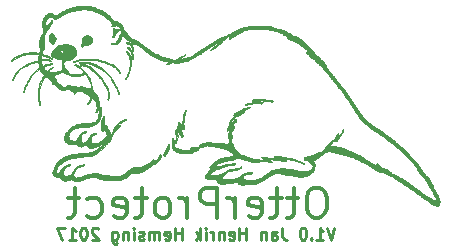
<source format=gbr>
%TF.GenerationSoftware,KiCad,Pcbnew,(2017-08-30 revision 50164e996)-master*%
%TF.CreationDate,2017-09-20T12:12:51+02:00*%
%TF.ProjectId,antispark,616E7469737061726B2E6B696361645F,rev?*%
%TF.SameCoordinates,Original*%
%TF.FileFunction,Legend,Bot*%
%TF.FilePolarity,Positive*%
%FSLAX46Y46*%
G04 Gerber Fmt 4.6, Leading zero omitted, Abs format (unit mm)*
G04 Created by KiCad (PCBNEW (2017-08-30 revision 50164e996)-master) date Wed Sep 20 12:12:51 2017*
%MOMM*%
%LPD*%
G01*
G04 APERTURE LIST*
%ADD10C,0.250000*%
%ADD11C,0.300000*%
%ADD12C,0.010000*%
G04 APERTURE END LIST*
D10*
X175591904Y-101560380D02*
X175258571Y-102560380D01*
X174925238Y-101560380D01*
X174068095Y-102560380D02*
X174639523Y-102560380D01*
X174353809Y-102560380D02*
X174353809Y-101560380D01*
X174449047Y-101703238D01*
X174544285Y-101798476D01*
X174639523Y-101846095D01*
X173639523Y-102465142D02*
X173591904Y-102512761D01*
X173639523Y-102560380D01*
X173687142Y-102512761D01*
X173639523Y-102465142D01*
X173639523Y-102560380D01*
X172972857Y-101560380D02*
X172877619Y-101560380D01*
X172782380Y-101608000D01*
X172734761Y-101655619D01*
X172687142Y-101750857D01*
X172639523Y-101941333D01*
X172639523Y-102179428D01*
X172687142Y-102369904D01*
X172734761Y-102465142D01*
X172782380Y-102512761D01*
X172877619Y-102560380D01*
X172972857Y-102560380D01*
X173068095Y-102512761D01*
X173115714Y-102465142D01*
X173163333Y-102369904D01*
X173210952Y-102179428D01*
X173210952Y-101941333D01*
X173163333Y-101750857D01*
X173115714Y-101655619D01*
X173068095Y-101608000D01*
X172972857Y-101560380D01*
X171163333Y-101560380D02*
X171163333Y-102274666D01*
X171210952Y-102417523D01*
X171306190Y-102512761D01*
X171449047Y-102560380D01*
X171544285Y-102560380D01*
X170258571Y-102560380D02*
X170258571Y-102036571D01*
X170306190Y-101941333D01*
X170401428Y-101893714D01*
X170591904Y-101893714D01*
X170687142Y-101941333D01*
X170258571Y-102512761D02*
X170353809Y-102560380D01*
X170591904Y-102560380D01*
X170687142Y-102512761D01*
X170734761Y-102417523D01*
X170734761Y-102322285D01*
X170687142Y-102227047D01*
X170591904Y-102179428D01*
X170353809Y-102179428D01*
X170258571Y-102131809D01*
X169782380Y-101893714D02*
X169782380Y-102560380D01*
X169782380Y-101988952D02*
X169734761Y-101941333D01*
X169639523Y-101893714D01*
X169496666Y-101893714D01*
X169401428Y-101941333D01*
X169353809Y-102036571D01*
X169353809Y-102560380D01*
X168115714Y-102560380D02*
X168115714Y-101560380D01*
X168115714Y-102036571D02*
X167544285Y-102036571D01*
X167544285Y-102560380D02*
X167544285Y-101560380D01*
X166687142Y-102512761D02*
X166782380Y-102560380D01*
X166972857Y-102560380D01*
X167068095Y-102512761D01*
X167115714Y-102417523D01*
X167115714Y-102036571D01*
X167068095Y-101941333D01*
X166972857Y-101893714D01*
X166782380Y-101893714D01*
X166687142Y-101941333D01*
X166639523Y-102036571D01*
X166639523Y-102131809D01*
X167115714Y-102227047D01*
X166210952Y-101893714D02*
X166210952Y-102560380D01*
X166210952Y-101988952D02*
X166163333Y-101941333D01*
X166068095Y-101893714D01*
X165925238Y-101893714D01*
X165830000Y-101941333D01*
X165782380Y-102036571D01*
X165782380Y-102560380D01*
X165306190Y-102560380D02*
X165306190Y-101893714D01*
X165306190Y-102084190D02*
X165258571Y-101988952D01*
X165210952Y-101941333D01*
X165115714Y-101893714D01*
X165020476Y-101893714D01*
X164687142Y-102560380D02*
X164687142Y-101893714D01*
X164687142Y-101560380D02*
X164734761Y-101608000D01*
X164687142Y-101655619D01*
X164639523Y-101608000D01*
X164687142Y-101560380D01*
X164687142Y-101655619D01*
X164210952Y-102560380D02*
X164210952Y-101560380D01*
X164115714Y-102179428D02*
X163830000Y-102560380D01*
X163830000Y-101893714D02*
X164210952Y-102274666D01*
X162639523Y-102560380D02*
X162639523Y-101560380D01*
X162639523Y-102036571D02*
X162068095Y-102036571D01*
X162068095Y-102560380D02*
X162068095Y-101560380D01*
X161210952Y-102512761D02*
X161306190Y-102560380D01*
X161496666Y-102560380D01*
X161591904Y-102512761D01*
X161639523Y-102417523D01*
X161639523Y-102036571D01*
X161591904Y-101941333D01*
X161496666Y-101893714D01*
X161306190Y-101893714D01*
X161210952Y-101941333D01*
X161163333Y-102036571D01*
X161163333Y-102131809D01*
X161639523Y-102227047D01*
X160734761Y-102560380D02*
X160734761Y-101893714D01*
X160734761Y-101988952D02*
X160687142Y-101941333D01*
X160591904Y-101893714D01*
X160449047Y-101893714D01*
X160353809Y-101941333D01*
X160306190Y-102036571D01*
X160306190Y-102560380D01*
X160306190Y-102036571D02*
X160258571Y-101941333D01*
X160163333Y-101893714D01*
X160020476Y-101893714D01*
X159925238Y-101941333D01*
X159877619Y-102036571D01*
X159877619Y-102560380D01*
X159449047Y-102512761D02*
X159353809Y-102560380D01*
X159163333Y-102560380D01*
X159068095Y-102512761D01*
X159020476Y-102417523D01*
X159020476Y-102369904D01*
X159068095Y-102274666D01*
X159163333Y-102227047D01*
X159306190Y-102227047D01*
X159401428Y-102179428D01*
X159449047Y-102084190D01*
X159449047Y-102036571D01*
X159401428Y-101941333D01*
X159306190Y-101893714D01*
X159163333Y-101893714D01*
X159068095Y-101941333D01*
X158591904Y-102560380D02*
X158591904Y-101893714D01*
X158591904Y-101560380D02*
X158639523Y-101608000D01*
X158591904Y-101655619D01*
X158544285Y-101608000D01*
X158591904Y-101560380D01*
X158591904Y-101655619D01*
X158115714Y-101893714D02*
X158115714Y-102560380D01*
X158115714Y-101988952D02*
X158068095Y-101941333D01*
X157972857Y-101893714D01*
X157830000Y-101893714D01*
X157734761Y-101941333D01*
X157687142Y-102036571D01*
X157687142Y-102560380D01*
X156782380Y-101893714D02*
X156782380Y-102703238D01*
X156830000Y-102798476D01*
X156877619Y-102846095D01*
X156972857Y-102893714D01*
X157115714Y-102893714D01*
X157210952Y-102846095D01*
X156782380Y-102512761D02*
X156877619Y-102560380D01*
X157068095Y-102560380D01*
X157163333Y-102512761D01*
X157210952Y-102465142D01*
X157258571Y-102369904D01*
X157258571Y-102084190D01*
X157210952Y-101988952D01*
X157163333Y-101941333D01*
X157068095Y-101893714D01*
X156877619Y-101893714D01*
X156782380Y-101941333D01*
X155591904Y-101655619D02*
X155544285Y-101608000D01*
X155449047Y-101560380D01*
X155210952Y-101560380D01*
X155115714Y-101608000D01*
X155068095Y-101655619D01*
X155020476Y-101750857D01*
X155020476Y-101846095D01*
X155068095Y-101988952D01*
X155639523Y-102560380D01*
X155020476Y-102560380D01*
X154401428Y-101560380D02*
X154306190Y-101560380D01*
X154210952Y-101608000D01*
X154163333Y-101655619D01*
X154115714Y-101750857D01*
X154068095Y-101941333D01*
X154068095Y-102179428D01*
X154115714Y-102369904D01*
X154163333Y-102465142D01*
X154210952Y-102512761D01*
X154306190Y-102560380D01*
X154401428Y-102560380D01*
X154496666Y-102512761D01*
X154544285Y-102465142D01*
X154591904Y-102369904D01*
X154639523Y-102179428D01*
X154639523Y-101941333D01*
X154591904Y-101750857D01*
X154544285Y-101655619D01*
X154496666Y-101608000D01*
X154401428Y-101560380D01*
X153115714Y-102560380D02*
X153687142Y-102560380D01*
X153401428Y-102560380D02*
X153401428Y-101560380D01*
X153496666Y-101703238D01*
X153591904Y-101798476D01*
X153687142Y-101846095D01*
X152782380Y-101560380D02*
X152115714Y-101560380D01*
X152544285Y-102560380D01*
D11*
X174322095Y-98198952D02*
X173845904Y-98198952D01*
X173607809Y-98318000D01*
X173369714Y-98556095D01*
X173250666Y-99032285D01*
X173250666Y-99865619D01*
X173369714Y-100341809D01*
X173607809Y-100579904D01*
X173845904Y-100698952D01*
X174322095Y-100698952D01*
X174560190Y-100579904D01*
X174798285Y-100341809D01*
X174917333Y-99865619D01*
X174917333Y-99032285D01*
X174798285Y-98556095D01*
X174560190Y-98318000D01*
X174322095Y-98198952D01*
X172536380Y-99032285D02*
X171584000Y-99032285D01*
X172179238Y-98198952D02*
X172179238Y-100341809D01*
X172060190Y-100579904D01*
X171822095Y-100698952D01*
X171584000Y-100698952D01*
X171107809Y-99032285D02*
X170155428Y-99032285D01*
X170750666Y-98198952D02*
X170750666Y-100341809D01*
X170631619Y-100579904D01*
X170393523Y-100698952D01*
X170155428Y-100698952D01*
X168369714Y-100579904D02*
X168607809Y-100698952D01*
X169083999Y-100698952D01*
X169322095Y-100579904D01*
X169441142Y-100341809D01*
X169441142Y-99389428D01*
X169322095Y-99151333D01*
X169083999Y-99032285D01*
X168607809Y-99032285D01*
X168369714Y-99151333D01*
X168250666Y-99389428D01*
X168250666Y-99627523D01*
X169441142Y-99865619D01*
X167179238Y-100698952D02*
X167179238Y-99032285D01*
X167179238Y-99508476D02*
X167060190Y-99270380D01*
X166941142Y-99151333D01*
X166703047Y-99032285D01*
X166464952Y-99032285D01*
X165631619Y-100698952D02*
X165631619Y-98198952D01*
X164679238Y-98198952D01*
X164441142Y-98318000D01*
X164322095Y-98437047D01*
X164203047Y-98675142D01*
X164203047Y-99032285D01*
X164322095Y-99270380D01*
X164441142Y-99389428D01*
X164679238Y-99508476D01*
X165631619Y-99508476D01*
X163131619Y-100698952D02*
X163131619Y-99032285D01*
X163131619Y-99508476D02*
X163012571Y-99270380D01*
X162893523Y-99151333D01*
X162655428Y-99032285D01*
X162417333Y-99032285D01*
X161226857Y-100698952D02*
X161464952Y-100579904D01*
X161583999Y-100460857D01*
X161703047Y-100222761D01*
X161703047Y-99508476D01*
X161583999Y-99270380D01*
X161464952Y-99151333D01*
X161226857Y-99032285D01*
X160869714Y-99032285D01*
X160631619Y-99151333D01*
X160512571Y-99270380D01*
X160393523Y-99508476D01*
X160393523Y-100222761D01*
X160512571Y-100460857D01*
X160631619Y-100579904D01*
X160869714Y-100698952D01*
X161226857Y-100698952D01*
X159679238Y-99032285D02*
X158726857Y-99032285D01*
X159322095Y-98198952D02*
X159322095Y-100341809D01*
X159203047Y-100579904D01*
X158964952Y-100698952D01*
X158726857Y-100698952D01*
X156941142Y-100579904D02*
X157179238Y-100698952D01*
X157655428Y-100698952D01*
X157893523Y-100579904D01*
X158012571Y-100341809D01*
X158012571Y-99389428D01*
X157893523Y-99151333D01*
X157655428Y-99032285D01*
X157179238Y-99032285D01*
X156941142Y-99151333D01*
X156822095Y-99389428D01*
X156822095Y-99627523D01*
X158012571Y-99865619D01*
X154679238Y-100579904D02*
X154917333Y-100698952D01*
X155393523Y-100698952D01*
X155631619Y-100579904D01*
X155750666Y-100460857D01*
X155869714Y-100222761D01*
X155869714Y-99508476D01*
X155750666Y-99270380D01*
X155631619Y-99151333D01*
X155393523Y-99032285D01*
X154917333Y-99032285D01*
X154679238Y-99151333D01*
X153964952Y-99032285D02*
X153012571Y-99032285D01*
X153607809Y-98198952D02*
X153607809Y-100341809D01*
X153488761Y-100579904D01*
X153250666Y-100698952D01*
X153012571Y-100698952D01*
D12*
%TO.C,G\002A\002A\002A*%
G36*
X156844919Y-84668677D02*
X156823588Y-84683773D01*
X156811709Y-84718646D01*
X156805422Y-84783949D01*
X156801310Y-84878699D01*
X156800386Y-84984758D01*
X156805985Y-85062219D01*
X156817282Y-85100786D01*
X156819193Y-85102448D01*
X156841828Y-85143677D01*
X156840769Y-85214340D01*
X156817497Y-85299747D01*
X156794151Y-85350726D01*
X156743302Y-85445600D01*
X156820793Y-85445600D01*
X156872497Y-85438731D01*
X156908466Y-85409740D01*
X156943439Y-85346049D01*
X156947285Y-85337650D01*
X156977430Y-85259609D01*
X156995031Y-85191611D01*
X156996843Y-85173396D01*
X157017564Y-85117106D01*
X157072579Y-85044921D01*
X157152504Y-84966887D01*
X157247953Y-84893046D01*
X157276097Y-84874543D01*
X157339496Y-84830814D01*
X157383712Y-84793567D01*
X157392220Y-84783389D01*
X157394184Y-84747901D01*
X157352963Y-84725858D01*
X157274882Y-84719320D01*
X157209951Y-84724048D01*
X157114032Y-84728947D01*
X157046456Y-84714187D01*
X157014743Y-84697006D01*
X156943431Y-84668216D01*
X156879559Y-84662704D01*
X156844919Y-84668677D01*
X156844919Y-84668677D01*
G37*
X156844919Y-84668677D02*
X156823588Y-84683773D01*
X156811709Y-84718646D01*
X156805422Y-84783949D01*
X156801310Y-84878699D01*
X156800386Y-84984758D01*
X156805985Y-85062219D01*
X156817282Y-85100786D01*
X156819193Y-85102448D01*
X156841828Y-85143677D01*
X156840769Y-85214340D01*
X156817497Y-85299747D01*
X156794151Y-85350726D01*
X156743302Y-85445600D01*
X156820793Y-85445600D01*
X156872497Y-85438731D01*
X156908466Y-85409740D01*
X156943439Y-85346049D01*
X156947285Y-85337650D01*
X156977430Y-85259609D01*
X156995031Y-85191611D01*
X156996843Y-85173396D01*
X157017564Y-85117106D01*
X157072579Y-85044921D01*
X157152504Y-84966887D01*
X157247953Y-84893046D01*
X157276097Y-84874543D01*
X157339496Y-84830814D01*
X157383712Y-84793567D01*
X157392220Y-84783389D01*
X157394184Y-84747901D01*
X157352963Y-84725858D01*
X157274882Y-84719320D01*
X157209951Y-84724048D01*
X157114032Y-84728947D01*
X157046456Y-84714187D01*
X157014743Y-84697006D01*
X156943431Y-84668216D01*
X156879559Y-84662704D01*
X156844919Y-84668677D01*
G36*
X151622168Y-85101128D02*
X151561448Y-85127837D01*
X151519293Y-85160118D01*
X151511000Y-85178042D01*
X151496931Y-85215466D01*
X151461856Y-85273081D01*
X151448646Y-85291647D01*
X151412883Y-85348534D01*
X151395854Y-85406269D01*
X151393045Y-85485092D01*
X151395142Y-85531532D01*
X151415241Y-85660912D01*
X151456442Y-85775658D01*
X151513125Y-85869848D01*
X151579671Y-85937559D01*
X151650460Y-85972868D01*
X151719872Y-85969851D01*
X151774674Y-85931544D01*
X151814733Y-85879592D01*
X151864000Y-85805253D01*
X151914440Y-85722154D01*
X151958016Y-85643923D01*
X151986692Y-85584187D01*
X151993600Y-85560315D01*
X151978786Y-85523049D01*
X151941217Y-85464455D01*
X151917400Y-85432900D01*
X151871249Y-85360829D01*
X151857081Y-85324500D01*
X151677006Y-85324500D01*
X151675118Y-85373144D01*
X151648711Y-85432371D01*
X151615571Y-85476124D01*
X151590498Y-85480748D01*
X151564973Y-85459658D01*
X151542655Y-85429809D01*
X151549671Y-85400332D01*
X151590355Y-85354705D01*
X151593268Y-85351787D01*
X151639150Y-85310410D01*
X151663898Y-85304312D01*
X151677006Y-85324500D01*
X151857081Y-85324500D01*
X151844191Y-85291449D01*
X151841200Y-85268734D01*
X151821883Y-85201679D01*
X151774465Y-85138563D01*
X151714744Y-85097124D01*
X151682009Y-85090000D01*
X151622168Y-85101128D01*
X151622168Y-85101128D01*
G37*
X151622168Y-85101128D02*
X151561448Y-85127837D01*
X151519293Y-85160118D01*
X151511000Y-85178042D01*
X151496931Y-85215466D01*
X151461856Y-85273081D01*
X151448646Y-85291647D01*
X151412883Y-85348534D01*
X151395854Y-85406269D01*
X151393045Y-85485092D01*
X151395142Y-85531532D01*
X151415241Y-85660912D01*
X151456442Y-85775658D01*
X151513125Y-85869848D01*
X151579671Y-85937559D01*
X151650460Y-85972868D01*
X151719872Y-85969851D01*
X151774674Y-85931544D01*
X151814733Y-85879592D01*
X151864000Y-85805253D01*
X151914440Y-85722154D01*
X151958016Y-85643923D01*
X151986692Y-85584187D01*
X151993600Y-85560315D01*
X151978786Y-85523049D01*
X151941217Y-85464455D01*
X151917400Y-85432900D01*
X151871249Y-85360829D01*
X151857081Y-85324500D01*
X151677006Y-85324500D01*
X151675118Y-85373144D01*
X151648711Y-85432371D01*
X151615571Y-85476124D01*
X151590498Y-85480748D01*
X151564973Y-85459658D01*
X151542655Y-85429809D01*
X151549671Y-85400332D01*
X151590355Y-85354705D01*
X151593268Y-85351787D01*
X151639150Y-85310410D01*
X151663898Y-85304312D01*
X151677006Y-85324500D01*
X151857081Y-85324500D01*
X151844191Y-85291449D01*
X151841200Y-85268734D01*
X151821883Y-85201679D01*
X151774465Y-85138563D01*
X151714744Y-85097124D01*
X151682009Y-85090000D01*
X151622168Y-85101128D01*
G36*
X154576643Y-85261092D02*
X154502535Y-85293971D01*
X154415136Y-85340092D01*
X154403224Y-85346914D01*
X154324578Y-85394656D01*
X154269231Y-85438512D01*
X154232702Y-85488710D01*
X154210509Y-85555480D01*
X154198170Y-85649049D01*
X154191202Y-85779648D01*
X154189227Y-85835297D01*
X154182561Y-85955513D01*
X154170862Y-86036053D01*
X154151984Y-86087960D01*
X154135700Y-86110641D01*
X154105077Y-86149577D01*
X154110520Y-86174381D01*
X154138742Y-86197194D01*
X154192455Y-86228513D01*
X154230358Y-86222612D01*
X154259549Y-86194018D01*
X154313986Y-86131959D01*
X154356574Y-86099744D01*
X154406582Y-86089843D01*
X154483281Y-86094729D01*
X154507333Y-86097217D01*
X154587929Y-86103300D01*
X154649763Y-86098347D01*
X154711528Y-86077722D01*
X154791920Y-86036786D01*
X154825033Y-86018416D01*
X154936899Y-85947088D01*
X155004826Y-85883447D01*
X155020854Y-85856273D01*
X155049014Y-85786267D01*
X155068768Y-85737700D01*
X155084816Y-85648800D01*
X154584400Y-85648800D01*
X154580426Y-85742579D01*
X154566501Y-85789913D01*
X154539624Y-85794681D01*
X154497315Y-85761285D01*
X154467966Y-85704514D01*
X154458395Y-85628445D01*
X154469593Y-85557721D01*
X154487880Y-85526879D01*
X154533678Y-85494656D01*
X154564083Y-85507037D01*
X154580467Y-85565755D01*
X154584400Y-85648800D01*
X155084816Y-85648800D01*
X155088640Y-85627623D01*
X155068467Y-85511422D01*
X155012854Y-85407204D01*
X154974351Y-85366253D01*
X154917657Y-85332545D01*
X154831457Y-85297350D01*
X154736347Y-85267577D01*
X154652922Y-85250138D01*
X154622500Y-85248190D01*
X154576643Y-85261092D01*
X154576643Y-85261092D01*
G37*
X154576643Y-85261092D02*
X154502535Y-85293971D01*
X154415136Y-85340092D01*
X154403224Y-85346914D01*
X154324578Y-85394656D01*
X154269231Y-85438512D01*
X154232702Y-85488710D01*
X154210509Y-85555480D01*
X154198170Y-85649049D01*
X154191202Y-85779648D01*
X154189227Y-85835297D01*
X154182561Y-85955513D01*
X154170862Y-86036053D01*
X154151984Y-86087960D01*
X154135700Y-86110641D01*
X154105077Y-86149577D01*
X154110520Y-86174381D01*
X154138742Y-86197194D01*
X154192455Y-86228513D01*
X154230358Y-86222612D01*
X154259549Y-86194018D01*
X154313986Y-86131959D01*
X154356574Y-86099744D01*
X154406582Y-86089843D01*
X154483281Y-86094729D01*
X154507333Y-86097217D01*
X154587929Y-86103300D01*
X154649763Y-86098347D01*
X154711528Y-86077722D01*
X154791920Y-86036786D01*
X154825033Y-86018416D01*
X154936899Y-85947088D01*
X155004826Y-85883447D01*
X155020854Y-85856273D01*
X155049014Y-85786267D01*
X155068768Y-85737700D01*
X155084816Y-85648800D01*
X154584400Y-85648800D01*
X154580426Y-85742579D01*
X154566501Y-85789913D01*
X154539624Y-85794681D01*
X154497315Y-85761285D01*
X154467966Y-85704514D01*
X154458395Y-85628445D01*
X154469593Y-85557721D01*
X154487880Y-85526879D01*
X154533678Y-85494656D01*
X154564083Y-85507037D01*
X154580467Y-85565755D01*
X154584400Y-85648800D01*
X155084816Y-85648800D01*
X155088640Y-85627623D01*
X155068467Y-85511422D01*
X155012854Y-85407204D01*
X154974351Y-85366253D01*
X154917657Y-85332545D01*
X154831457Y-85297350D01*
X154736347Y-85267577D01*
X154652922Y-85250138D01*
X154622500Y-85248190D01*
X154576643Y-85261092D01*
G36*
X154227236Y-87238987D02*
X154133184Y-87246558D01*
X154055075Y-87258588D01*
X153985957Y-87275333D01*
X153961471Y-87282711D01*
X153860677Y-87314231D01*
X153746130Y-87349666D01*
X153691417Y-87366443D01*
X153591069Y-87402772D01*
X153510473Y-87442608D01*
X153458407Y-87480497D01*
X153443649Y-87510985D01*
X153447751Y-87517817D01*
X153478603Y-87518830D01*
X153545303Y-87505860D01*
X153635682Y-87481506D01*
X153675972Y-87469084D01*
X153832012Y-87421372D01*
X153962868Y-87387748D01*
X154084376Y-87365901D01*
X154212370Y-87353523D01*
X154362684Y-87348304D01*
X154508200Y-87347728D01*
X154810662Y-87351254D01*
X155066326Y-87359785D01*
X155278986Y-87373711D01*
X155452435Y-87393424D01*
X155590466Y-87419314D01*
X155696871Y-87451771D01*
X155748824Y-87475471D01*
X155799933Y-87493208D01*
X155827868Y-87490999D01*
X155862965Y-87492057D01*
X155925464Y-87511105D01*
X155960693Y-87525612D01*
X156058787Y-87564536D01*
X156163410Y-87599153D01*
X156184600Y-87605104D01*
X156248879Y-87627294D01*
X156346789Y-87667229D01*
X156466570Y-87719849D01*
X156596460Y-87780097D01*
X156639716Y-87800876D01*
X156785004Y-87873120D01*
X156895307Y-87933337D01*
X156982443Y-87989252D01*
X157058231Y-88048591D01*
X157134487Y-88119079D01*
X157150244Y-88134608D01*
X157252670Y-88245288D01*
X157319430Y-88337647D01*
X157343729Y-88391825D01*
X157370911Y-88453540D01*
X157405513Y-88487349D01*
X157436725Y-88488716D01*
X157453737Y-88453105D01*
X157454506Y-88438312D01*
X157432906Y-88352263D01*
X157372856Y-88249681D01*
X157281109Y-88137205D01*
X157164421Y-88021476D01*
X157029547Y-87909132D01*
X156883244Y-87806814D01*
X156732266Y-87721160D01*
X156717468Y-87713910D01*
X156658541Y-87687731D01*
X156574388Y-87652925D01*
X156514800Y-87629336D01*
X156416039Y-87589996D01*
X156318173Y-87549396D01*
X156273500Y-87530078D01*
X156204529Y-87503918D01*
X156102813Y-87470712D01*
X155984896Y-87435710D01*
X155917900Y-87417266D01*
X155794243Y-87383546D01*
X155673549Y-87349366D01*
X155574147Y-87319970D01*
X155536900Y-87308296D01*
X155459736Y-87290235D01*
X155346441Y-87275085D01*
X155192707Y-87262440D01*
X154994221Y-87251891D01*
X154901900Y-87248187D01*
X154674563Y-87240475D01*
X154490974Y-87236200D01*
X154344182Y-87235619D01*
X154227236Y-87238987D01*
X154227236Y-87238987D01*
G37*
X154227236Y-87238987D02*
X154133184Y-87246558D01*
X154055075Y-87258588D01*
X153985957Y-87275333D01*
X153961471Y-87282711D01*
X153860677Y-87314231D01*
X153746130Y-87349666D01*
X153691417Y-87366443D01*
X153591069Y-87402772D01*
X153510473Y-87442608D01*
X153458407Y-87480497D01*
X153443649Y-87510985D01*
X153447751Y-87517817D01*
X153478603Y-87518830D01*
X153545303Y-87505860D01*
X153635682Y-87481506D01*
X153675972Y-87469084D01*
X153832012Y-87421372D01*
X153962868Y-87387748D01*
X154084376Y-87365901D01*
X154212370Y-87353523D01*
X154362684Y-87348304D01*
X154508200Y-87347728D01*
X154810662Y-87351254D01*
X155066326Y-87359785D01*
X155278986Y-87373711D01*
X155452435Y-87393424D01*
X155590466Y-87419314D01*
X155696871Y-87451771D01*
X155748824Y-87475471D01*
X155799933Y-87493208D01*
X155827868Y-87490999D01*
X155862965Y-87492057D01*
X155925464Y-87511105D01*
X155960693Y-87525612D01*
X156058787Y-87564536D01*
X156163410Y-87599153D01*
X156184600Y-87605104D01*
X156248879Y-87627294D01*
X156346789Y-87667229D01*
X156466570Y-87719849D01*
X156596460Y-87780097D01*
X156639716Y-87800876D01*
X156785004Y-87873120D01*
X156895307Y-87933337D01*
X156982443Y-87989252D01*
X157058231Y-88048591D01*
X157134487Y-88119079D01*
X157150244Y-88134608D01*
X157252670Y-88245288D01*
X157319430Y-88337647D01*
X157343729Y-88391825D01*
X157370911Y-88453540D01*
X157405513Y-88487349D01*
X157436725Y-88488716D01*
X157453737Y-88453105D01*
X157454506Y-88438312D01*
X157432906Y-88352263D01*
X157372856Y-88249681D01*
X157281109Y-88137205D01*
X157164421Y-88021476D01*
X157029547Y-87909132D01*
X156883244Y-87806814D01*
X156732266Y-87721160D01*
X156717468Y-87713910D01*
X156658541Y-87687731D01*
X156574388Y-87652925D01*
X156514800Y-87629336D01*
X156416039Y-87589996D01*
X156318173Y-87549396D01*
X156273500Y-87530078D01*
X156204529Y-87503918D01*
X156102813Y-87470712D01*
X155984896Y-87435710D01*
X155917900Y-87417266D01*
X155794243Y-87383546D01*
X155673549Y-87349366D01*
X155574147Y-87319970D01*
X155536900Y-87308296D01*
X155459736Y-87290235D01*
X155346441Y-87275085D01*
X155192707Y-87262440D01*
X154994221Y-87251891D01*
X154901900Y-87248187D01*
X154674563Y-87240475D01*
X154490974Y-87236200D01*
X154344182Y-87235619D01*
X154227236Y-87238987D01*
G36*
X154046043Y-87497619D02*
X153989692Y-87512080D01*
X153961338Y-87529032D01*
X153928791Y-87561811D01*
X153925028Y-87585652D01*
X153954582Y-87601914D01*
X154021991Y-87611959D01*
X154131788Y-87617145D01*
X154260541Y-87618744D01*
X154445725Y-87621304D01*
X154596141Y-87628866D01*
X154727760Y-87643932D01*
X154856554Y-87669003D01*
X154998492Y-87706578D01*
X155169545Y-87759159D01*
X155181300Y-87762915D01*
X155327773Y-87823130D01*
X155498149Y-87915106D01*
X155683252Y-88032048D01*
X155873910Y-88167162D01*
X156060947Y-88313651D01*
X156235191Y-88464722D01*
X156387466Y-88613579D01*
X156494695Y-88735696D01*
X156555769Y-88817034D01*
X156627232Y-88919652D01*
X156703671Y-89034857D01*
X156779672Y-89153961D01*
X156849821Y-89268274D01*
X156908704Y-89369105D01*
X156950908Y-89447764D01*
X156971020Y-89495562D01*
X156971962Y-89501798D01*
X156984570Y-89542162D01*
X157016206Y-89607699D01*
X157057670Y-89681344D01*
X157099763Y-89746034D01*
X157113102Y-89763600D01*
X157144973Y-89818489D01*
X157179456Y-89900915D01*
X157211248Y-89994478D01*
X157235050Y-90082777D01*
X157245561Y-90149412D01*
X157244225Y-90169295D01*
X157244967Y-90210279D01*
X157279178Y-90220800D01*
X157315424Y-90207102D01*
X157327422Y-90158310D01*
X157327600Y-90147259D01*
X157316575Y-90084407D01*
X157287466Y-89991593D01*
X157246225Y-89883607D01*
X157198803Y-89775243D01*
X157151151Y-89681293D01*
X157119597Y-89630250D01*
X157091415Y-89583857D01*
X157086632Y-89560923D01*
X157088508Y-89560400D01*
X157089364Y-89544402D01*
X157070123Y-89515950D01*
X157037024Y-89466980D01*
X156995374Y-89393977D01*
X156976330Y-89357200D01*
X156938372Y-89282532D01*
X156906794Y-89222790D01*
X156896676Y-89204800D01*
X156867071Y-89147949D01*
X156858537Y-89128600D01*
X156828123Y-89066638D01*
X156779160Y-88988272D01*
X156705197Y-88883347D01*
X156686250Y-88857486D01*
X156636462Y-88786793D01*
X156601644Y-88731527D01*
X156590062Y-88706096D01*
X156570114Y-88670364D01*
X156516591Y-88609527D01*
X156436250Y-88529365D01*
X156335848Y-88435656D01*
X156222143Y-88334182D01*
X156101891Y-88230722D01*
X155981851Y-88131055D01*
X155868780Y-88040961D01*
X155769435Y-87966221D01*
X155690574Y-87912613D01*
X155638954Y-87885918D01*
X155628905Y-87884000D01*
X155593282Y-87865297D01*
X155582613Y-87852226D01*
X155544936Y-87820412D01*
X155469897Y-87777067D01*
X155368014Y-87727638D01*
X155249803Y-87677573D01*
X155232100Y-87670650D01*
X155114417Y-87632834D01*
X154961183Y-87594802D01*
X154787544Y-87559573D01*
X154608648Y-87530169D01*
X154439641Y-87509610D01*
X154412193Y-87507146D01*
X154249870Y-87495513D01*
X154130295Y-87492217D01*
X154046043Y-87497619D01*
X154046043Y-87497619D01*
G37*
X154046043Y-87497619D02*
X153989692Y-87512080D01*
X153961338Y-87529032D01*
X153928791Y-87561811D01*
X153925028Y-87585652D01*
X153954582Y-87601914D01*
X154021991Y-87611959D01*
X154131788Y-87617145D01*
X154260541Y-87618744D01*
X154445725Y-87621304D01*
X154596141Y-87628866D01*
X154727760Y-87643932D01*
X154856554Y-87669003D01*
X154998492Y-87706578D01*
X155169545Y-87759159D01*
X155181300Y-87762915D01*
X155327773Y-87823130D01*
X155498149Y-87915106D01*
X155683252Y-88032048D01*
X155873910Y-88167162D01*
X156060947Y-88313651D01*
X156235191Y-88464722D01*
X156387466Y-88613579D01*
X156494695Y-88735696D01*
X156555769Y-88817034D01*
X156627232Y-88919652D01*
X156703671Y-89034857D01*
X156779672Y-89153961D01*
X156849821Y-89268274D01*
X156908704Y-89369105D01*
X156950908Y-89447764D01*
X156971020Y-89495562D01*
X156971962Y-89501798D01*
X156984570Y-89542162D01*
X157016206Y-89607699D01*
X157057670Y-89681344D01*
X157099763Y-89746034D01*
X157113102Y-89763600D01*
X157144973Y-89818489D01*
X157179456Y-89900915D01*
X157211248Y-89994478D01*
X157235050Y-90082777D01*
X157245561Y-90149412D01*
X157244225Y-90169295D01*
X157244967Y-90210279D01*
X157279178Y-90220800D01*
X157315424Y-90207102D01*
X157327422Y-90158310D01*
X157327600Y-90147259D01*
X157316575Y-90084407D01*
X157287466Y-89991593D01*
X157246225Y-89883607D01*
X157198803Y-89775243D01*
X157151151Y-89681293D01*
X157119597Y-89630250D01*
X157091415Y-89583857D01*
X157086632Y-89560923D01*
X157088508Y-89560400D01*
X157089364Y-89544402D01*
X157070123Y-89515950D01*
X157037024Y-89466980D01*
X156995374Y-89393977D01*
X156976330Y-89357200D01*
X156938372Y-89282532D01*
X156906794Y-89222790D01*
X156896676Y-89204800D01*
X156867071Y-89147949D01*
X156858537Y-89128600D01*
X156828123Y-89066638D01*
X156779160Y-88988272D01*
X156705197Y-88883347D01*
X156686250Y-88857486D01*
X156636462Y-88786793D01*
X156601644Y-88731527D01*
X156590062Y-88706096D01*
X156570114Y-88670364D01*
X156516591Y-88609527D01*
X156436250Y-88529365D01*
X156335848Y-88435656D01*
X156222143Y-88334182D01*
X156101891Y-88230722D01*
X155981851Y-88131055D01*
X155868780Y-88040961D01*
X155769435Y-87966221D01*
X155690574Y-87912613D01*
X155638954Y-87885918D01*
X155628905Y-87884000D01*
X155593282Y-87865297D01*
X155582613Y-87852226D01*
X155544936Y-87820412D01*
X155469897Y-87777067D01*
X155368014Y-87727638D01*
X155249803Y-87677573D01*
X155232100Y-87670650D01*
X155114417Y-87632834D01*
X154961183Y-87594802D01*
X154787544Y-87559573D01*
X154608648Y-87530169D01*
X154439641Y-87509610D01*
X154412193Y-87507146D01*
X154249870Y-87495513D01*
X154130295Y-87492217D01*
X154046043Y-87497619D01*
G36*
X154095767Y-87694998D02*
X154046527Y-87731303D01*
X154033850Y-87780282D01*
X154060471Y-87828156D01*
X154097524Y-87853706D01*
X154139982Y-87845921D01*
X154162676Y-87834604D01*
X154200492Y-87819760D01*
X154246014Y-87816832D01*
X154311949Y-87826895D01*
X154411000Y-87851025D01*
X154436475Y-87857787D01*
X154557309Y-87892841D01*
X154656661Y-87930048D01*
X154747901Y-87976663D01*
X154844400Y-88039937D01*
X154959528Y-88127124D01*
X155016200Y-88172254D01*
X155105665Y-88247311D01*
X155206665Y-88337215D01*
X155312414Y-88435303D01*
X155416130Y-88534910D01*
X155511029Y-88629373D01*
X155590326Y-88712027D01*
X155647237Y-88776208D01*
X155674980Y-88815252D01*
X155676600Y-88820992D01*
X155690632Y-88847916D01*
X155696579Y-88849200D01*
X155721153Y-88868329D01*
X155765148Y-88917968D01*
X155819601Y-88986494D01*
X155875553Y-89062285D01*
X155924042Y-89133719D01*
X155951164Y-89179400D01*
X155995004Y-89248253D01*
X156031216Y-89293700D01*
X156058894Y-89334367D01*
X156102953Y-89411089D01*
X156158017Y-89514014D01*
X156218710Y-89633293D01*
X156239079Y-89674608D01*
X156400500Y-90004716D01*
X156398985Y-90233408D01*
X156396112Y-90356261D01*
X156389844Y-90478083D01*
X156381396Y-90576785D01*
X156379060Y-90595450D01*
X156372743Y-90679867D01*
X156380893Y-90722576D01*
X156400937Y-90720851D01*
X156430305Y-90671967D01*
X156436893Y-90656722D01*
X156456837Y-90598462D01*
X156462367Y-90561472D01*
X156463050Y-90526856D01*
X156463539Y-90525600D01*
X156466352Y-90496381D01*
X156469471Y-90427848D01*
X156472441Y-90331481D01*
X156474087Y-90258900D01*
X156475146Y-90137318D01*
X156470611Y-90048772D01*
X156457403Y-89975561D01*
X156432443Y-89899984D01*
X156396633Y-89813563D01*
X156290934Y-89585068D01*
X156181557Y-89385191D01*
X156085525Y-89234220D01*
X156028029Y-89147653D01*
X155974466Y-89064963D01*
X155945223Y-89018320D01*
X155872207Y-88913539D01*
X155769735Y-88787396D01*
X155644961Y-88646933D01*
X155505035Y-88499189D01*
X155357109Y-88351204D01*
X155208336Y-88210020D01*
X155065865Y-88082678D01*
X154936851Y-87976216D01*
X154828443Y-87897678D01*
X154774900Y-87866188D01*
X154577926Y-87776912D01*
X154394556Y-87715217D01*
X154234398Y-87684066D01*
X154174284Y-87680800D01*
X154095767Y-87694998D01*
X154095767Y-87694998D01*
G37*
X154095767Y-87694998D02*
X154046527Y-87731303D01*
X154033850Y-87780282D01*
X154060471Y-87828156D01*
X154097524Y-87853706D01*
X154139982Y-87845921D01*
X154162676Y-87834604D01*
X154200492Y-87819760D01*
X154246014Y-87816832D01*
X154311949Y-87826895D01*
X154411000Y-87851025D01*
X154436475Y-87857787D01*
X154557309Y-87892841D01*
X154656661Y-87930048D01*
X154747901Y-87976663D01*
X154844400Y-88039937D01*
X154959528Y-88127124D01*
X155016200Y-88172254D01*
X155105665Y-88247311D01*
X155206665Y-88337215D01*
X155312414Y-88435303D01*
X155416130Y-88534910D01*
X155511029Y-88629373D01*
X155590326Y-88712027D01*
X155647237Y-88776208D01*
X155674980Y-88815252D01*
X155676600Y-88820992D01*
X155690632Y-88847916D01*
X155696579Y-88849200D01*
X155721153Y-88868329D01*
X155765148Y-88917968D01*
X155819601Y-88986494D01*
X155875553Y-89062285D01*
X155924042Y-89133719D01*
X155951164Y-89179400D01*
X155995004Y-89248253D01*
X156031216Y-89293700D01*
X156058894Y-89334367D01*
X156102953Y-89411089D01*
X156158017Y-89514014D01*
X156218710Y-89633293D01*
X156239079Y-89674608D01*
X156400500Y-90004716D01*
X156398985Y-90233408D01*
X156396112Y-90356261D01*
X156389844Y-90478083D01*
X156381396Y-90576785D01*
X156379060Y-90595450D01*
X156372743Y-90679867D01*
X156380893Y-90722576D01*
X156400937Y-90720851D01*
X156430305Y-90671967D01*
X156436893Y-90656722D01*
X156456837Y-90598462D01*
X156462367Y-90561472D01*
X156463050Y-90526856D01*
X156463539Y-90525600D01*
X156466352Y-90496381D01*
X156469471Y-90427848D01*
X156472441Y-90331481D01*
X156474087Y-90258900D01*
X156475146Y-90137318D01*
X156470611Y-90048772D01*
X156457403Y-89975561D01*
X156432443Y-89899984D01*
X156396633Y-89813563D01*
X156290934Y-89585068D01*
X156181557Y-89385191D01*
X156085525Y-89234220D01*
X156028029Y-89147653D01*
X155974466Y-89064963D01*
X155945223Y-89018320D01*
X155872207Y-88913539D01*
X155769735Y-88787396D01*
X155644961Y-88646933D01*
X155505035Y-88499189D01*
X155357109Y-88351204D01*
X155208336Y-88210020D01*
X155065865Y-88082678D01*
X154936851Y-87976216D01*
X154828443Y-87897678D01*
X154774900Y-87866188D01*
X154577926Y-87776912D01*
X154394556Y-87715217D01*
X154234398Y-87684066D01*
X154174284Y-87680800D01*
X154095767Y-87694998D01*
G36*
X169343748Y-90661205D02*
X169337080Y-90662054D01*
X169261572Y-90669321D01*
X169154084Y-90675230D01*
X169033434Y-90678849D01*
X168986200Y-90679443D01*
X168829854Y-90682059D01*
X168717910Y-90688283D01*
X168644021Y-90699447D01*
X168601842Y-90716881D01*
X168585023Y-90741916D01*
X168584788Y-90763632D01*
X168597115Y-90795954D01*
X168630799Y-90815741D01*
X168698221Y-90828716D01*
X168734932Y-90833014D01*
X168839817Y-90848086D01*
X168901629Y-90865210D01*
X168918340Y-90882811D01*
X168887924Y-90899311D01*
X168833800Y-90909899D01*
X168766097Y-90920436D01*
X168676792Y-90936110D01*
X168558405Y-90958314D01*
X168403454Y-90988445D01*
X168256686Y-91017493D01*
X168213852Y-91036387D01*
X168208002Y-91041331D01*
X168170604Y-91055753D01*
X168136147Y-91059000D01*
X168076316Y-91074412D01*
X168031819Y-91110799D01*
X168021000Y-91140280D01*
X168041353Y-91156212D01*
X168084403Y-91160119D01*
X168123135Y-91150444D01*
X168128268Y-91146465D01*
X168162061Y-91132406D01*
X168202352Y-91124424D01*
X168266650Y-91112549D01*
X168300400Y-91103300D01*
X168393281Y-91077984D01*
X168512844Y-91055466D01*
X168649625Y-91036404D01*
X168794161Y-91021453D01*
X168936988Y-91011270D01*
X169068642Y-91006511D01*
X169179660Y-91007834D01*
X169260576Y-91015895D01*
X169301929Y-91031350D01*
X169303758Y-91033693D01*
X169337971Y-91047022D01*
X169395584Y-91039261D01*
X169456242Y-91015124D01*
X169490121Y-90990507D01*
X169507907Y-90947249D01*
X169481122Y-90906731D01*
X169415756Y-90876638D01*
X169398133Y-90872455D01*
X169326500Y-90857677D01*
X169240495Y-90839971D01*
X169227500Y-90837300D01*
X169167733Y-90819901D01*
X169151369Y-90802501D01*
X169156710Y-90797089D01*
X169209500Y-90783194D01*
X169303938Y-90777934D01*
X169431657Y-90781044D01*
X169584290Y-90792257D01*
X169753472Y-90811309D01*
X169799000Y-90817494D01*
X169975070Y-90842166D01*
X170107373Y-90860082D01*
X170202448Y-90871571D01*
X170266832Y-90876964D01*
X170307062Y-90876591D01*
X170329675Y-90870782D01*
X170341210Y-90859866D01*
X170347811Y-90845195D01*
X170355803Y-90803158D01*
X170351814Y-90790546D01*
X170322713Y-90782402D01*
X170255228Y-90770982D01*
X170161507Y-90758225D01*
X170113726Y-90752533D01*
X169973458Y-90734566D01*
X169816766Y-90711509D01*
X169675979Y-90688137D01*
X169667280Y-90686563D01*
X169543927Y-90668498D01*
X169429722Y-90659574D01*
X169343748Y-90661205D01*
X169343748Y-90661205D01*
G37*
X169343748Y-90661205D02*
X169337080Y-90662054D01*
X169261572Y-90669321D01*
X169154084Y-90675230D01*
X169033434Y-90678849D01*
X168986200Y-90679443D01*
X168829854Y-90682059D01*
X168717910Y-90688283D01*
X168644021Y-90699447D01*
X168601842Y-90716881D01*
X168585023Y-90741916D01*
X168584788Y-90763632D01*
X168597115Y-90795954D01*
X168630799Y-90815741D01*
X168698221Y-90828716D01*
X168734932Y-90833014D01*
X168839817Y-90848086D01*
X168901629Y-90865210D01*
X168918340Y-90882811D01*
X168887924Y-90899311D01*
X168833800Y-90909899D01*
X168766097Y-90920436D01*
X168676792Y-90936110D01*
X168558405Y-90958314D01*
X168403454Y-90988445D01*
X168256686Y-91017493D01*
X168213852Y-91036387D01*
X168208002Y-91041331D01*
X168170604Y-91055753D01*
X168136147Y-91059000D01*
X168076316Y-91074412D01*
X168031819Y-91110799D01*
X168021000Y-91140280D01*
X168041353Y-91156212D01*
X168084403Y-91160119D01*
X168123135Y-91150444D01*
X168128268Y-91146465D01*
X168162061Y-91132406D01*
X168202352Y-91124424D01*
X168266650Y-91112549D01*
X168300400Y-91103300D01*
X168393281Y-91077984D01*
X168512844Y-91055466D01*
X168649625Y-91036404D01*
X168794161Y-91021453D01*
X168936988Y-91011270D01*
X169068642Y-91006511D01*
X169179660Y-91007834D01*
X169260576Y-91015895D01*
X169301929Y-91031350D01*
X169303758Y-91033693D01*
X169337971Y-91047022D01*
X169395584Y-91039261D01*
X169456242Y-91015124D01*
X169490121Y-90990507D01*
X169507907Y-90947249D01*
X169481122Y-90906731D01*
X169415756Y-90876638D01*
X169398133Y-90872455D01*
X169326500Y-90857677D01*
X169240495Y-90839971D01*
X169227500Y-90837300D01*
X169167733Y-90819901D01*
X169151369Y-90802501D01*
X169156710Y-90797089D01*
X169209500Y-90783194D01*
X169303938Y-90777934D01*
X169431657Y-90781044D01*
X169584290Y-90792257D01*
X169753472Y-90811309D01*
X169799000Y-90817494D01*
X169975070Y-90842166D01*
X170107373Y-90860082D01*
X170202448Y-90871571D01*
X170266832Y-90876964D01*
X170307062Y-90876591D01*
X170329675Y-90870782D01*
X170341210Y-90859866D01*
X170347811Y-90845195D01*
X170355803Y-90803158D01*
X170351814Y-90790546D01*
X170322713Y-90782402D01*
X170255228Y-90770982D01*
X170161507Y-90758225D01*
X170113726Y-90752533D01*
X169973458Y-90734566D01*
X169816766Y-90711509D01*
X169675979Y-90688137D01*
X169667280Y-90686563D01*
X169543927Y-90668498D01*
X169429722Y-90659574D01*
X169343748Y-90661205D01*
G36*
X162941619Y-91624997D02*
X162916119Y-91674950D01*
X162888444Y-91747791D01*
X162865179Y-91807855D01*
X162865004Y-91808300D01*
X162786625Y-92052412D01*
X162732080Y-92329735D01*
X162700224Y-92646307D01*
X162697677Y-92690902D01*
X162689406Y-92811830D01*
X162679233Y-92904479D01*
X162668228Y-92961082D01*
X162658529Y-92974801D01*
X162635581Y-92945946D01*
X162599033Y-92885108D01*
X162561505Y-92814579D01*
X162499921Y-92704299D01*
X162447743Y-92638727D01*
X162400823Y-92613609D01*
X162369421Y-92617615D01*
X162349338Y-92637814D01*
X162342529Y-92681689D01*
X162349716Y-92754641D01*
X162371623Y-92862069D01*
X162408973Y-93009376D01*
X162434214Y-93101646D01*
X162462448Y-93209998D01*
X162482768Y-93301553D01*
X162492734Y-93364431D01*
X162492323Y-93384827D01*
X162498085Y-93424130D01*
X162507469Y-93432829D01*
X162527679Y-93464170D01*
X162534307Y-93509111D01*
X162525657Y-93543045D01*
X162515421Y-93548200D01*
X162496308Y-93524672D01*
X162465633Y-93457793D01*
X162425570Y-93353121D01*
X162378294Y-93216210D01*
X162343932Y-93110050D01*
X162316294Y-93032875D01*
X162291152Y-92979942D01*
X162276475Y-92964000D01*
X162263636Y-92986358D01*
X162256863Y-93042057D01*
X162255915Y-93114029D01*
X162260549Y-93185206D01*
X162270526Y-93238521D01*
X162280600Y-93256100D01*
X162301561Y-93291745D01*
X162306000Y-93323734D01*
X162319246Y-93378153D01*
X162354227Y-93460969D01*
X162403807Y-93558777D01*
X162460850Y-93658177D01*
X162518222Y-93745765D01*
X162557356Y-93795850D01*
X162605955Y-93849800D01*
X162635010Y-93871881D01*
X162659303Y-93867668D01*
X162689654Y-93845744D01*
X162738287Y-93788410D01*
X162748437Y-93715032D01*
X162720300Y-93618319D01*
X162697021Y-93568807D01*
X162652696Y-93470892D01*
X162614952Y-93367898D01*
X162586491Y-93270399D01*
X162570013Y-93188970D01*
X162568218Y-93134185D01*
X162581469Y-93116400D01*
X162611046Y-93133241D01*
X162656366Y-93174439D01*
X162662593Y-93180956D01*
X162729453Y-93232751D01*
X162783864Y-93236917D01*
X162820995Y-93194864D01*
X162834867Y-93130690D01*
X162833502Y-93038340D01*
X162819649Y-92939187D01*
X162815813Y-92922575D01*
X162800295Y-92806372D01*
X162800252Y-92654467D01*
X162814226Y-92479051D01*
X162840759Y-92292318D01*
X162878391Y-92106458D01*
X162925666Y-91933665D01*
X162938880Y-91893764D01*
X162975433Y-91783735D01*
X163003207Y-91692230D01*
X163019341Y-91629253D01*
X163021404Y-91605070D01*
X162981756Y-91592411D01*
X162941619Y-91624997D01*
X162941619Y-91624997D01*
G37*
X162941619Y-91624997D02*
X162916119Y-91674950D01*
X162888444Y-91747791D01*
X162865179Y-91807855D01*
X162865004Y-91808300D01*
X162786625Y-92052412D01*
X162732080Y-92329735D01*
X162700224Y-92646307D01*
X162697677Y-92690902D01*
X162689406Y-92811830D01*
X162679233Y-92904479D01*
X162668228Y-92961082D01*
X162658529Y-92974801D01*
X162635581Y-92945946D01*
X162599033Y-92885108D01*
X162561505Y-92814579D01*
X162499921Y-92704299D01*
X162447743Y-92638727D01*
X162400823Y-92613609D01*
X162369421Y-92617615D01*
X162349338Y-92637814D01*
X162342529Y-92681689D01*
X162349716Y-92754641D01*
X162371623Y-92862069D01*
X162408973Y-93009376D01*
X162434214Y-93101646D01*
X162462448Y-93209998D01*
X162482768Y-93301553D01*
X162492734Y-93364431D01*
X162492323Y-93384827D01*
X162498085Y-93424130D01*
X162507469Y-93432829D01*
X162527679Y-93464170D01*
X162534307Y-93509111D01*
X162525657Y-93543045D01*
X162515421Y-93548200D01*
X162496308Y-93524672D01*
X162465633Y-93457793D01*
X162425570Y-93353121D01*
X162378294Y-93216210D01*
X162343932Y-93110050D01*
X162316294Y-93032875D01*
X162291152Y-92979942D01*
X162276475Y-92964000D01*
X162263636Y-92986358D01*
X162256863Y-93042057D01*
X162255915Y-93114029D01*
X162260549Y-93185206D01*
X162270526Y-93238521D01*
X162280600Y-93256100D01*
X162301561Y-93291745D01*
X162306000Y-93323734D01*
X162319246Y-93378153D01*
X162354227Y-93460969D01*
X162403807Y-93558777D01*
X162460850Y-93658177D01*
X162518222Y-93745765D01*
X162557356Y-93795850D01*
X162605955Y-93849800D01*
X162635010Y-93871881D01*
X162659303Y-93867668D01*
X162689654Y-93845744D01*
X162738287Y-93788410D01*
X162748437Y-93715032D01*
X162720300Y-93618319D01*
X162697021Y-93568807D01*
X162652696Y-93470892D01*
X162614952Y-93367898D01*
X162586491Y-93270399D01*
X162570013Y-93188970D01*
X162568218Y-93134185D01*
X162581469Y-93116400D01*
X162611046Y-93133241D01*
X162656366Y-93174439D01*
X162662593Y-93180956D01*
X162729453Y-93232751D01*
X162783864Y-93236917D01*
X162820995Y-93194864D01*
X162834867Y-93130690D01*
X162833502Y-93038340D01*
X162819649Y-92939187D01*
X162815813Y-92922575D01*
X162800295Y-92806372D01*
X162800252Y-92654467D01*
X162814226Y-92479051D01*
X162840759Y-92292318D01*
X162878391Y-92106458D01*
X162925666Y-91933665D01*
X162938880Y-91893764D01*
X162975433Y-91783735D01*
X163003207Y-91692230D01*
X163019341Y-91629253D01*
X163021404Y-91605070D01*
X162981756Y-91592411D01*
X162941619Y-91624997D01*
G36*
X162120532Y-93239134D02*
X162102571Y-93256376D01*
X162080711Y-93309284D01*
X162070551Y-93387353D01*
X162072374Y-93469425D01*
X162086465Y-93534341D01*
X162098567Y-93554126D01*
X162122699Y-93602243D01*
X162128200Y-93640680D01*
X162138366Y-93692432D01*
X162153600Y-93713300D01*
X162171484Y-93750768D01*
X162177685Y-93825719D01*
X162172833Y-93926349D01*
X162157556Y-94040856D01*
X162132486Y-94157438D01*
X162129264Y-94169492D01*
X162107194Y-94258823D01*
X162094209Y-94328717D01*
X162092861Y-94365172D01*
X162093402Y-94366342D01*
X162128612Y-94387410D01*
X162171443Y-94369476D01*
X162206933Y-94319044D01*
X162207946Y-94316550D01*
X162281021Y-94066704D01*
X162305030Y-93813238D01*
X162279881Y-93561769D01*
X162223351Y-93363234D01*
X162185689Y-93276642D01*
X162152773Y-93236477D01*
X162120532Y-93239134D01*
X162120532Y-93239134D01*
G37*
X162120532Y-93239134D02*
X162102571Y-93256376D01*
X162080711Y-93309284D01*
X162070551Y-93387353D01*
X162072374Y-93469425D01*
X162086465Y-93534341D01*
X162098567Y-93554126D01*
X162122699Y-93602243D01*
X162128200Y-93640680D01*
X162138366Y-93692432D01*
X162153600Y-93713300D01*
X162171484Y-93750768D01*
X162177685Y-93825719D01*
X162172833Y-93926349D01*
X162157556Y-94040856D01*
X162132486Y-94157438D01*
X162129264Y-94169492D01*
X162107194Y-94258823D01*
X162094209Y-94328717D01*
X162092861Y-94365172D01*
X162093402Y-94366342D01*
X162128612Y-94387410D01*
X162171443Y-94369476D01*
X162206933Y-94319044D01*
X162207946Y-94316550D01*
X162281021Y-94066704D01*
X162305030Y-93813238D01*
X162279881Y-93561769D01*
X162223351Y-93363234D01*
X162185689Y-93276642D01*
X162152773Y-93236477D01*
X162120532Y-93239134D01*
G36*
X161519421Y-94447970D02*
X161487836Y-94498978D01*
X161468994Y-94557282D01*
X161440498Y-94639643D01*
X161390522Y-94753284D01*
X161324847Y-94886620D01*
X161249257Y-95028067D01*
X161169534Y-95166040D01*
X161145662Y-95205045D01*
X161099014Y-95303757D01*
X161090196Y-95384654D01*
X161119471Y-95441051D01*
X161135931Y-95452306D01*
X161183547Y-95474419D01*
X161211890Y-95466942D01*
X161243956Y-95423383D01*
X161245217Y-95421450D01*
X161275168Y-95371751D01*
X161320065Y-95292958D01*
X161370967Y-95200805D01*
X161378732Y-95186500D01*
X161428409Y-95097053D01*
X161472386Y-95021945D01*
X161502438Y-94975142D01*
X161505897Y-94970600D01*
X161547553Y-94891832D01*
X161578167Y-94782473D01*
X161594827Y-94662075D01*
X161594618Y-94550193D01*
X161579383Y-94477377D01*
X161551622Y-94439550D01*
X161519421Y-94447970D01*
X161519421Y-94447970D01*
G37*
X161519421Y-94447970D02*
X161487836Y-94498978D01*
X161468994Y-94557282D01*
X161440498Y-94639643D01*
X161390522Y-94753284D01*
X161324847Y-94886620D01*
X161249257Y-95028067D01*
X161169534Y-95166040D01*
X161145662Y-95205045D01*
X161099014Y-95303757D01*
X161090196Y-95384654D01*
X161119471Y-95441051D01*
X161135931Y-95452306D01*
X161183547Y-95474419D01*
X161211890Y-95466942D01*
X161243956Y-95423383D01*
X161245217Y-95421450D01*
X161275168Y-95371751D01*
X161320065Y-95292958D01*
X161370967Y-95200805D01*
X161378732Y-95186500D01*
X161428409Y-95097053D01*
X161472386Y-95021945D01*
X161502438Y-94975142D01*
X161505897Y-94970600D01*
X161547553Y-94891832D01*
X161578167Y-94782473D01*
X161594827Y-94662075D01*
X161594618Y-94550193D01*
X161579383Y-94477377D01*
X161551622Y-94439550D01*
X161519421Y-94447970D01*
G36*
X154209474Y-82769859D02*
X154046847Y-82776538D01*
X153902545Y-82790398D01*
X153760391Y-82813245D01*
X153604212Y-82846886D01*
X153517600Y-82867874D01*
X153409292Y-82894695D01*
X153295672Y-82922706D01*
X153250900Y-82933700D01*
X153159778Y-82961682D01*
X153042934Y-83005676D01*
X152911512Y-83060568D01*
X152776660Y-83121242D01*
X152649522Y-83182581D01*
X152541243Y-83239471D01*
X152462971Y-83286795D01*
X152435661Y-83307892D01*
X152372586Y-83352478D01*
X152321848Y-83375397D01*
X152257775Y-83403269D01*
X152222200Y-83426774D01*
X152155930Y-83468095D01*
X152065741Y-83506864D01*
X151975947Y-83533781D01*
X151924686Y-83540599D01*
X151869211Y-83524359D01*
X151798076Y-83482761D01*
X151759681Y-83453039D01*
X151694011Y-83401958D01*
X151636440Y-83375878D01*
X151563951Y-83366813D01*
X151509404Y-83366186D01*
X151403415Y-83373768D01*
X151340781Y-83394666D01*
X151331502Y-83402946D01*
X151289502Y-83434008D01*
X151268738Y-83439000D01*
X151233557Y-83458275D01*
X151178856Y-83509007D01*
X151113547Y-83580551D01*
X151046541Y-83662262D01*
X150986748Y-83743499D01*
X150943079Y-83813615D01*
X150928506Y-83845400D01*
X150884458Y-84007552D01*
X150856939Y-84188087D01*
X150847136Y-84369592D01*
X150856232Y-84534653D01*
X150874945Y-84632800D01*
X150898157Y-84734380D01*
X150915877Y-84840911D01*
X150918294Y-84861400D01*
X150921607Y-84928541D01*
X150910514Y-84982640D01*
X150878556Y-85041724D01*
X150828830Y-85111111D01*
X150763034Y-85214013D01*
X150719456Y-85312768D01*
X150709644Y-85351435D01*
X150694108Y-85427424D01*
X150677525Y-85485898D01*
X150673666Y-85495423D01*
X150652231Y-85540691D01*
X150618648Y-85611021D01*
X150600536Y-85648800D01*
X150570266Y-85739345D01*
X150551357Y-85851540D01*
X150544317Y-85969797D01*
X150549653Y-86078531D01*
X150567873Y-86162155D01*
X150582871Y-86190892D01*
X150609727Y-86245752D01*
X150631958Y-86323254D01*
X150635724Y-86343292D01*
X150651343Y-86418762D01*
X150668707Y-86476040D01*
X150673073Y-86485569D01*
X150674872Y-86533849D01*
X150648751Y-86604652D01*
X150644813Y-86612193D01*
X150613872Y-86677460D01*
X150597418Y-86726857D01*
X150596601Y-86734273D01*
X150586343Y-86760896D01*
X150549521Y-86762339D01*
X150478467Y-86739542D01*
X150398457Y-86721819D01*
X150278955Y-86711406D01*
X150130661Y-86707767D01*
X149964274Y-86710369D01*
X149790493Y-86718675D01*
X149620019Y-86732150D01*
X149463549Y-86750259D01*
X149331783Y-86772466D01*
X149235420Y-86798237D01*
X149225000Y-86802247D01*
X149151863Y-86831644D01*
X149055935Y-86869708D01*
X148984822Y-86897676D01*
X148833411Y-86963158D01*
X148682550Y-87039501D01*
X148539455Y-87121872D01*
X148411344Y-87205440D01*
X148305435Y-87285372D01*
X148228943Y-87356837D01*
X148189087Y-87415004D01*
X148185028Y-87433150D01*
X148192801Y-87470826D01*
X148202650Y-87477568D01*
X148229482Y-87462461D01*
X148285463Y-87422002D01*
X148360788Y-87363444D01*
X148402409Y-87329833D01*
X148657302Y-87152832D01*
X148944104Y-87009621D01*
X149254887Y-86902466D01*
X149581723Y-86833633D01*
X149916685Y-86805389D01*
X150202900Y-86815081D01*
X150339071Y-86827551D01*
X150432434Y-86839736D01*
X150490641Y-86857259D01*
X150521339Y-86885746D01*
X150532178Y-86930820D01*
X150530806Y-86998106D01*
X150527173Y-87053528D01*
X150516959Y-87189349D01*
X150504255Y-87283032D01*
X150485426Y-87343226D01*
X150456836Y-87378579D01*
X150414849Y-87397741D01*
X150379202Y-87405513D01*
X150288920Y-87426226D01*
X150190097Y-87455474D01*
X150167957Y-87463110D01*
X150090131Y-87487464D01*
X150025727Y-87501580D01*
X150009207Y-87503000D01*
X149969666Y-87511954D01*
X149961600Y-87523131D01*
X149939887Y-87539046D01*
X149886996Y-87560370D01*
X149821306Y-87581326D01*
X149761193Y-87596136D01*
X149725033Y-87599025D01*
X149722943Y-87598159D01*
X149698359Y-87607436D01*
X149665817Y-87631095D01*
X149604524Y-87672610D01*
X149555200Y-87698355D01*
X149489937Y-87727176D01*
X149409409Y-87762708D01*
X149392845Y-87770012D01*
X149280277Y-87828275D01*
X149152011Y-87908235D01*
X149020619Y-88000641D01*
X148898672Y-88096240D01*
X148798740Y-88185782D01*
X148740689Y-88249967D01*
X148680148Y-88329852D01*
X148624879Y-88402954D01*
X148594856Y-88442800D01*
X148560277Y-88496026D01*
X148513957Y-88576815D01*
X148461760Y-88673699D01*
X148409546Y-88775213D01*
X148363181Y-88869891D01*
X148328524Y-88946267D01*
X148311441Y-88992875D01*
X148310600Y-88998737D01*
X148327251Y-89022737D01*
X148339055Y-89021748D01*
X148351907Y-89014939D01*
X148367264Y-88998838D01*
X148389032Y-88967033D01*
X148421112Y-88913113D01*
X148467408Y-88830667D01*
X148531822Y-88713283D01*
X148574415Y-88635127D01*
X148635147Y-88531248D01*
X148702227Y-88428164D01*
X148761048Y-88348301D01*
X148816671Y-88289196D01*
X148894796Y-88217372D01*
X148985699Y-88140478D01*
X149079654Y-88066165D01*
X149166938Y-88002085D01*
X149237825Y-87955888D01*
X149282590Y-87935225D01*
X149286638Y-87934799D01*
X149329957Y-87920716D01*
X149380325Y-87890349D01*
X149482215Y-87828867D01*
X149630083Y-87760647D01*
X149733000Y-87719393D01*
X149832756Y-87680186D01*
X149937990Y-87637676D01*
X149961600Y-87627935D01*
X150055793Y-87594410D01*
X150151953Y-87568432D01*
X150177500Y-87563432D01*
X150273749Y-87542484D01*
X150369595Y-87514748D01*
X150375262Y-87512799D01*
X150437894Y-87493486D01*
X150470508Y-87495984D01*
X150490378Y-87523558D01*
X150495726Y-87535555D01*
X150513847Y-87592402D01*
X150533721Y-87676451D01*
X150544328Y-87731600D01*
X150561087Y-87823070D01*
X150577272Y-87903631D01*
X150584669Y-87936414D01*
X150588371Y-87979325D01*
X150568293Y-88015139D01*
X150515294Y-88057208D01*
X150490706Y-88073636D01*
X150352646Y-88175261D01*
X150203814Y-88303162D01*
X150060710Y-88441959D01*
X149939838Y-88576270D01*
X149907368Y-88617346D01*
X149849699Y-88695977D01*
X149806400Y-88759684D01*
X149784903Y-88797382D01*
X149783801Y-88801649D01*
X149771325Y-88829812D01*
X149737009Y-88893054D01*
X149685521Y-88983116D01*
X149621527Y-89091742D01*
X149592228Y-89140609D01*
X149519877Y-89263740D01*
X149454276Y-89381035D01*
X149401538Y-89481161D01*
X149367776Y-89552787D01*
X149362411Y-89566597D01*
X149322551Y-89688243D01*
X149288390Y-89809177D01*
X149262278Y-89918935D01*
X149246565Y-90007053D01*
X149243600Y-90063067D01*
X149247986Y-90076145D01*
X149275364Y-90077692D01*
X149305518Y-90029885D01*
X149338675Y-89932244D01*
X149366464Y-89822491D01*
X149389747Y-89744299D01*
X149427177Y-89643162D01*
X149473701Y-89530288D01*
X149524268Y-89416883D01*
X149573822Y-89314155D01*
X149617312Y-89233310D01*
X149649685Y-89185557D01*
X149656415Y-89179400D01*
X149675676Y-89153649D01*
X149714562Y-89092835D01*
X149767465Y-89005986D01*
X149828776Y-88902127D01*
X149830182Y-88899709D01*
X150010582Y-88633534D01*
X150226915Y-88396254D01*
X150453435Y-88204574D01*
X150533510Y-88150054D01*
X150588296Y-88133447D01*
X150628462Y-88156787D01*
X150664683Y-88222106D01*
X150675003Y-88246792D01*
X150707237Y-88305311D01*
X150762519Y-88385999D01*
X150829983Y-88473204D01*
X150843518Y-88489498D01*
X150978964Y-88650497D01*
X150930437Y-88730798D01*
X150793701Y-88970063D01*
X150687436Y-89189338D01*
X150608022Y-89401265D01*
X150551838Y-89618486D01*
X150515263Y-89853642D01*
X150494677Y-90119374D01*
X150489146Y-90271600D01*
X150489643Y-90422299D01*
X150497738Y-90578153D01*
X150512144Y-90730908D01*
X150531571Y-90872311D01*
X150554731Y-90994108D01*
X150580337Y-91088047D01*
X150607100Y-91145873D01*
X150627900Y-91160600D01*
X150657661Y-91138824D01*
X150666102Y-91079086D01*
X150652704Y-90989771D01*
X150641082Y-90947536D01*
X150596019Y-90774985D01*
X150569692Y-90604006D01*
X150559354Y-90413606D01*
X150559130Y-90321595D01*
X150568800Y-90052750D01*
X150594548Y-89818331D01*
X150639678Y-89603598D01*
X150707492Y-89393811D01*
X150801293Y-89174229D01*
X150829277Y-89115900D01*
X150904098Y-88964014D01*
X150960714Y-88853232D01*
X151002556Y-88778695D01*
X151033055Y-88735543D01*
X151055641Y-88718919D01*
X151073746Y-88723964D01*
X151090700Y-88745657D01*
X151121541Y-88766651D01*
X151184119Y-88794173D01*
X151227220Y-88809645D01*
X151322296Y-88857586D01*
X151422579Y-88934905D01*
X151518682Y-89030872D01*
X151601220Y-89134756D01*
X151660806Y-89235827D01*
X151688054Y-89323354D01*
X151688800Y-89337322D01*
X151694257Y-89388369D01*
X151717179Y-89400599D01*
X151738944Y-89395508D01*
X151775678Y-89397268D01*
X151829547Y-89424581D01*
X151907316Y-89481532D01*
X151977979Y-89539846D01*
X152116087Y-89655917D01*
X152223004Y-89742420D01*
X152305403Y-89803658D01*
X152369955Y-89843930D01*
X152423334Y-89867536D01*
X152472212Y-89878776D01*
X152508302Y-89881625D01*
X152614722Y-89878402D01*
X152727689Y-89864046D01*
X152831247Y-89841694D01*
X152909437Y-89814483D01*
X152937333Y-89797308D01*
X152969335Y-89776839D01*
X153006169Y-89779585D01*
X153065416Y-89807648D01*
X153077033Y-89814011D01*
X153216246Y-89897768D01*
X153343654Y-89987206D01*
X153446368Y-90072765D01*
X153496797Y-90125379D01*
X153564894Y-90208100D01*
X153642847Y-90133497D01*
X153691673Y-90077498D01*
X153718819Y-90028355D01*
X153720800Y-90017108D01*
X153728821Y-89993136D01*
X153760561Y-89983087D01*
X153827539Y-89984354D01*
X153855921Y-89986525D01*
X153948680Y-89988871D01*
X154006486Y-89975294D01*
X154031564Y-89957207D01*
X154053562Y-89940686D01*
X154082002Y-89936728D01*
X154126499Y-89947800D01*
X154196663Y-89976368D01*
X154302109Y-90024899D01*
X154310202Y-90028704D01*
X154477740Y-90118223D01*
X154645084Y-90226022D01*
X154745098Y-90301411D01*
X154835086Y-90376281D01*
X154891645Y-90428769D01*
X154921514Y-90467591D01*
X154931432Y-90501461D01*
X154928282Y-90538300D01*
X154909760Y-90600099D01*
X154875129Y-90684005D01*
X154830900Y-90777273D01*
X154783586Y-90867162D01*
X154739697Y-90940929D01*
X154705744Y-90985830D01*
X154695914Y-90993054D01*
X154659162Y-91023772D01*
X154635982Y-91057540D01*
X154621014Y-91095696D01*
X154641887Y-91103944D01*
X154661862Y-91101536D01*
X154717524Y-91071995D01*
X154784106Y-91004044D01*
X154854544Y-90906780D01*
X154921774Y-90789302D01*
X154949818Y-90730668D01*
X154986546Y-90652685D01*
X155015975Y-90597215D01*
X155031586Y-90576400D01*
X155085782Y-90595566D01*
X155158347Y-90647142D01*
X155238066Y-90722244D01*
X155289250Y-90780504D01*
X155348691Y-90858177D01*
X155381255Y-90918239D01*
X155394792Y-90980154D01*
X155397200Y-91048220D01*
X155401628Y-91126760D01*
X155412985Y-91182670D01*
X155422600Y-91198699D01*
X155436129Y-91230672D01*
X155444728Y-91294615D01*
X155447868Y-91371890D01*
X155445019Y-91443857D01*
X155435652Y-91491878D01*
X155431146Y-91499188D01*
X155408808Y-91536962D01*
X155383828Y-91600435D01*
X155361229Y-91672864D01*
X155346035Y-91737504D01*
X155343267Y-91777610D01*
X155346096Y-91782712D01*
X155394494Y-91785003D01*
X155451723Y-91741146D01*
X155513858Y-91654166D01*
X155514587Y-91652924D01*
X155555666Y-91589334D01*
X155589028Y-91549035D01*
X155600961Y-91541600D01*
X155608811Y-91565292D01*
X155614132Y-91629617D01*
X155616409Y-91724450D01*
X155615437Y-91827350D01*
X155603905Y-92022460D01*
X155579772Y-92177200D01*
X155543749Y-92288652D01*
X155496548Y-92353901D01*
X155485122Y-92361550D01*
X155447485Y-92399888D01*
X155410985Y-92462538D01*
X155407366Y-92470848D01*
X155360249Y-92542526D01*
X155301796Y-92571110D01*
X155148453Y-92608066D01*
X154993441Y-92654109D01*
X154933136Y-92674943D01*
X154849913Y-92693438D01*
X154722645Y-92705296D01*
X154557727Y-92709951D01*
X154537390Y-92710000D01*
X154382356Y-92714873D01*
X154212341Y-92728298D01*
X154040482Y-92748482D01*
X153879913Y-92773631D01*
X153743769Y-92801953D01*
X153645186Y-92831652D01*
X153644600Y-92831884D01*
X153594237Y-92858644D01*
X153518140Y-92906774D01*
X153431003Y-92966880D01*
X153412330Y-92980397D01*
X153322010Y-93044653D01*
X153237221Y-93102021D01*
X153174093Y-93141639D01*
X153166477Y-93145937D01*
X153101183Y-93198661D01*
X153048090Y-93268835D01*
X153045923Y-93272937D01*
X152998298Y-93353021D01*
X152943112Y-93427454D01*
X152890642Y-93483944D01*
X152851165Y-93510201D01*
X152847057Y-93510771D01*
X152789214Y-93532050D01*
X152759961Y-93593653D01*
X152755600Y-93647508D01*
X152747721Y-93736953D01*
X152728658Y-93821043D01*
X152727634Y-93824044D01*
X152711404Y-93930371D01*
X152722347Y-94056823D01*
X152756107Y-94183691D01*
X152808328Y-94291268D01*
X152839765Y-94331417D01*
X152942280Y-94421254D01*
X153037103Y-94470176D01*
X153117331Y-94475384D01*
X153172156Y-94471281D01*
X153257294Y-94474334D01*
X153340081Y-94482274D01*
X153444507Y-94490127D01*
X153544629Y-94489270D01*
X153603448Y-94482498D01*
X153665616Y-94473720D01*
X153712549Y-94483839D01*
X153764379Y-94519855D01*
X153799377Y-94550625D01*
X153870508Y-94605501D01*
X153940142Y-94644578D01*
X153967810Y-94653985D01*
X154039292Y-94668946D01*
X154087565Y-94678910D01*
X154136032Y-94675146D01*
X154213148Y-94655320D01*
X154290765Y-94628046D01*
X154409803Y-94582004D01*
X154492000Y-94555437D01*
X154547491Y-94548487D01*
X154586414Y-94561296D01*
X154618903Y-94594005D01*
X154646027Y-94633012D01*
X154719425Y-94710101D01*
X154815790Y-94765758D01*
X154921243Y-94796279D01*
X155021908Y-94797957D01*
X155103906Y-94767089D01*
X155115097Y-94758244D01*
X155167872Y-94729512D01*
X155240270Y-94708644D01*
X155244800Y-94707866D01*
X155324116Y-94694866D01*
X155422606Y-94678699D01*
X155466630Y-94671465D01*
X155581753Y-94638105D01*
X155706953Y-94572269D01*
X155849293Y-94469877D01*
X155926918Y-94405568D01*
X155980858Y-94364248D01*
X156017958Y-94344921D01*
X156025286Y-94345618D01*
X156015669Y-94368685D01*
X155980725Y-94419043D01*
X155929067Y-94486189D01*
X155869311Y-94559619D01*
X155810073Y-94628830D01*
X155759968Y-94683318D01*
X155727610Y-94712579D01*
X155722396Y-94714901D01*
X155695187Y-94730043D01*
X155638630Y-94768753D01*
X155563561Y-94823529D01*
X155541128Y-94840399D01*
X155380541Y-94948215D01*
X155200671Y-95046623D01*
X155024142Y-95123691D01*
X154965400Y-95144030D01*
X154850580Y-95171489D01*
X154698586Y-95192186D01*
X154504550Y-95206654D01*
X154330400Y-95213683D01*
X154198517Y-95221080D01*
X154066531Y-95234384D01*
X153954658Y-95251323D01*
X153911300Y-95260774D01*
X153807602Y-95282725D01*
X153704247Y-95297141D01*
X153649689Y-95300403D01*
X153561060Y-95309835D01*
X153480340Y-95332655D01*
X153466801Y-95338899D01*
X153414363Y-95362323D01*
X153386792Y-95358737D01*
X153370130Y-95335910D01*
X153348042Y-95309487D01*
X153316323Y-95314909D01*
X153286318Y-95331900D01*
X153223536Y-95361867D01*
X153139788Y-95392131D01*
X153111200Y-95400612D01*
X152878871Y-95483255D01*
X152638747Y-95601982D01*
X152407120Y-95748149D01*
X152290988Y-95835707D01*
X152150070Y-95957035D01*
X152046548Y-96066703D01*
X151972155Y-96175321D01*
X151918628Y-96293497D01*
X151906333Y-96329500D01*
X151878287Y-96413005D01*
X151852759Y-96483127D01*
X151842925Y-96507300D01*
X151816724Y-96567326D01*
X151804407Y-96596200D01*
X151779934Y-96646336D01*
X151751679Y-96697800D01*
X151724344Y-96780277D01*
X151715607Y-96885075D01*
X151726211Y-96986955D01*
X151741717Y-97035201D01*
X151799481Y-97109202D01*
X151894554Y-97174304D01*
X152013470Y-97223096D01*
X152125790Y-97246506D01*
X152212082Y-97259174D01*
X152270572Y-97280309D01*
X152321224Y-97320876D01*
X152378478Y-97385276D01*
X152482286Y-97486211D01*
X152594757Y-97546142D01*
X152729504Y-97570819D01*
X152819100Y-97571409D01*
X152969378Y-97556340D01*
X153097613Y-97519466D01*
X153194152Y-97473958D01*
X153246047Y-97452586D01*
X153295671Y-97452198D01*
X153355997Y-97476150D01*
X153439997Y-97527804D01*
X153463753Y-97543768D01*
X153587262Y-97607870D01*
X153715897Y-97631805D01*
X153860937Y-97616622D01*
X153958536Y-97589818D01*
X154046680Y-97562669D01*
X154117315Y-97543327D01*
X154155001Y-97536000D01*
X154189636Y-97526969D01*
X154260194Y-97502527D01*
X154355644Y-97466648D01*
X154441790Y-97432672D01*
X154559033Y-97387323D01*
X154670011Y-97347553D01*
X154759566Y-97318639D01*
X154800300Y-97307910D01*
X154885965Y-97289446D01*
X154989981Y-97266507D01*
X155042458Y-97254746D01*
X155132104Y-97238335D01*
X155205463Y-97237946D01*
X155288580Y-97254736D01*
X155334558Y-97267749D01*
X155424083Y-97295302D01*
X155499876Y-97320592D01*
X155536900Y-97334610D01*
X155724527Y-97407500D01*
X155917081Y-97466823D01*
X156092290Y-97505826D01*
X156112082Y-97508969D01*
X156231469Y-97523226D01*
X156376559Y-97534945D01*
X156535538Y-97543773D01*
X156696593Y-97549355D01*
X156847909Y-97551337D01*
X156977674Y-97549365D01*
X157074073Y-97543086D01*
X157103766Y-97538692D01*
X157389128Y-97473778D01*
X157629771Y-97400412D01*
X157831426Y-97316075D01*
X157999827Y-97218251D01*
X158140706Y-97104421D01*
X158178589Y-97066640D01*
X158331078Y-96907152D01*
X158925016Y-96933362D01*
X159224858Y-96810776D01*
X159364272Y-96749136D01*
X159509427Y-96677222D01*
X159641218Y-96604884D01*
X159724242Y-96553295D01*
X159810780Y-96495165D01*
X159879647Y-96449610D01*
X159921376Y-96422853D01*
X159929392Y-96418400D01*
X159954639Y-96401125D01*
X160002665Y-96356676D01*
X160062800Y-96296114D01*
X160124376Y-96230499D01*
X160176724Y-96170893D01*
X160209177Y-96128357D01*
X160209246Y-96128246D01*
X160241999Y-96080753D01*
X160263698Y-96072549D01*
X160288195Y-96098649D01*
X160288873Y-96099575D01*
X160336636Y-96131548D01*
X160403994Y-96121453D01*
X160492800Y-96068564D01*
X160597610Y-95979071D01*
X160715462Y-95859648D01*
X160795374Y-95755986D01*
X160843060Y-95657863D01*
X160864235Y-95555060D01*
X160866667Y-95497798D01*
X160863959Y-95415687D01*
X160856960Y-95355592D01*
X160849890Y-95334822D01*
X160821631Y-95336555D01*
X160781550Y-95365539D01*
X160745970Y-95406738D01*
X160731201Y-95444153D01*
X160715375Y-95483482D01*
X160673698Y-95548761D01*
X160614867Y-95628697D01*
X160547579Y-95711996D01*
X160480531Y-95787365D01*
X160425897Y-95840550D01*
X160353806Y-95894262D01*
X160306692Y-95906117D01*
X160279724Y-95875394D01*
X160269184Y-95817113D01*
X160255014Y-95743242D01*
X160229748Y-95718921D01*
X160194260Y-95744329D01*
X160162030Y-95795071D01*
X160100536Y-95885478D01*
X160012800Y-95972860D01*
X159893222Y-96061335D01*
X159736200Y-96155021D01*
X159536134Y-96258035D01*
X159524700Y-96263601D01*
X159360393Y-96327638D01*
X159170117Y-96377028D01*
X158977434Y-96406742D01*
X158826200Y-96412675D01*
X158678938Y-96412957D01*
X158559806Y-96428271D01*
X158456178Y-96464074D01*
X158355428Y-96525822D01*
X158244929Y-96618971D01*
X158160454Y-96700374D01*
X157970542Y-96872507D01*
X157789039Y-97001295D01*
X157608159Y-97091542D01*
X157442685Y-97143038D01*
X157354506Y-97158453D01*
X157243055Y-97170786D01*
X157120738Y-97179541D01*
X156999959Y-97184228D01*
X156893124Y-97184351D01*
X156812637Y-97179419D01*
X156772039Y-97169701D01*
X156737454Y-97160908D01*
X156664173Y-97149569D01*
X156564123Y-97137364D01*
X156484750Y-97129224D01*
X156286456Y-97109437D01*
X156131265Y-97091429D01*
X156011573Y-97073895D01*
X155919778Y-97055529D01*
X155848274Y-97035024D01*
X155789460Y-97011074D01*
X155785263Y-97009062D01*
X155689917Y-96975674D01*
X155562178Y-96948110D01*
X155420357Y-96929080D01*
X155282766Y-96921298D01*
X155206700Y-96923376D01*
X155143245Y-96931951D01*
X155048530Y-96949568D01*
X154933748Y-96973610D01*
X154810088Y-97001460D01*
X154688743Y-97030498D01*
X154580904Y-97058108D01*
X154497761Y-97081671D01*
X154450505Y-97098570D01*
X154445677Y-97101396D01*
X154396387Y-97127755D01*
X154312075Y-97162543D01*
X154206699Y-97200718D01*
X154094217Y-97237237D01*
X153988588Y-97267056D01*
X153983834Y-97268256D01*
X153839033Y-97296514D01*
X153710654Y-97306229D01*
X153610460Y-97296995D01*
X153569402Y-97282536D01*
X153532123Y-97244454D01*
X153500173Y-97181080D01*
X153476731Y-97106290D01*
X153464976Y-97033964D01*
X153468089Y-96977977D01*
X153489249Y-96952207D01*
X153493629Y-96951800D01*
X153519428Y-96930806D01*
X153554291Y-96877567D01*
X153571620Y-96843850D01*
X153643462Y-96704053D01*
X153711767Y-96593371D01*
X153771213Y-96520156D01*
X153786348Y-96506882D01*
X153876070Y-96452094D01*
X153991156Y-96401031D01*
X154106627Y-96364197D01*
X154144625Y-96356247D01*
X154222137Y-96333534D01*
X154293495Y-96296869D01*
X154347551Y-96254503D01*
X154373158Y-96214682D01*
X154367130Y-96191595D01*
X154331519Y-96181148D01*
X154267496Y-96200267D01*
X154235007Y-96215099D01*
X154155864Y-96246640D01*
X154084183Y-96264496D01*
X154065652Y-96266000D01*
X153983560Y-96280467D01*
X153884987Y-96317823D01*
X153787974Y-96368999D01*
X153710564Y-96424926D01*
X153678664Y-96460517D01*
X153638583Y-96522232D01*
X153606996Y-96567312D01*
X153571190Y-96612484D01*
X153518453Y-96674477D01*
X153498341Y-96697800D01*
X153432742Y-96778598D01*
X153372560Y-96860576D01*
X153346131Y-96901000D01*
X153273566Y-97006924D01*
X153199946Y-97074947D01*
X153110263Y-97113976D01*
X152989509Y-97132918D01*
X152950712Y-97135679D01*
X152844450Y-97140046D01*
X152773112Y-97136133D01*
X152721171Y-97121617D01*
X152673102Y-97094177D01*
X152673057Y-97094146D01*
X152609782Y-97034431D01*
X152574738Y-96966867D01*
X152572816Y-96905187D01*
X152594135Y-96872583D01*
X152618663Y-96830055D01*
X152616969Y-96805724D01*
X152621563Y-96762973D01*
X152650596Y-96703333D01*
X152659674Y-96689831D01*
X152695331Y-96623909D01*
X152709755Y-96564677D01*
X152709327Y-96556881D01*
X152726354Y-96512842D01*
X152779167Y-96458702D01*
X152856085Y-96402456D01*
X152945426Y-96352097D01*
X153035506Y-96315617D01*
X153077376Y-96305042D01*
X153176644Y-96276099D01*
X153228650Y-96234484D01*
X153238200Y-96199389D01*
X153217351Y-96171835D01*
X153161262Y-96165555D01*
X153079625Y-96178116D01*
X152982130Y-96207089D01*
X152878468Y-96250040D01*
X152778331Y-96304538D01*
X152752731Y-96321205D01*
X152592627Y-96440693D01*
X152471595Y-96557427D01*
X152379552Y-96681475D01*
X152361566Y-96711848D01*
X152306726Y-96800592D01*
X152250408Y-96879419D01*
X152209372Y-96926520D01*
X152144522Y-96987444D01*
X151989934Y-96832856D01*
X152031906Y-96695478D01*
X152085835Y-96527590D01*
X152130627Y-96407240D01*
X152167158Y-96332162D01*
X152178440Y-96315799D01*
X152219672Y-96274793D01*
X152291842Y-96213171D01*
X152384167Y-96139302D01*
X152485867Y-96061555D01*
X152586159Y-95988301D01*
X152674263Y-95927909D01*
X152696233Y-95913846D01*
X152781077Y-95869093D01*
X152897502Y-95818903D01*
X153033126Y-95767432D01*
X153175568Y-95718837D01*
X153312446Y-95677277D01*
X153431379Y-95646909D01*
X153519985Y-95631891D01*
X153538583Y-95631000D01*
X153600015Y-95626391D01*
X153698553Y-95613785D01*
X153821463Y-95595013D01*
X153956014Y-95571906D01*
X153979774Y-95567559D01*
X154184149Y-95534702D01*
X154370895Y-95514137D01*
X154525277Y-95507452D01*
X154536358Y-95507574D01*
X154664359Y-95504016D01*
X154800548Y-95490911D01*
X154932950Y-95470447D01*
X155049594Y-95444812D01*
X155138506Y-95416193D01*
X155185680Y-95388948D01*
X155240294Y-95357464D01*
X155272908Y-95351600D01*
X155307898Y-95346737D01*
X155350723Y-95329319D01*
X155407959Y-95295099D01*
X155486186Y-95239830D01*
X155591980Y-95159266D01*
X155690073Y-95082299D01*
X155924712Y-94881039D01*
X156118052Y-94679169D01*
X156278840Y-94467374D01*
X156304489Y-94428275D01*
X156364113Y-94339643D01*
X156407041Y-94288433D01*
X156440696Y-94267356D01*
X156467934Y-94267788D01*
X156539373Y-94271304D01*
X156584502Y-94233775D01*
X156605081Y-94174728D01*
X156624569Y-94108637D01*
X156646920Y-94063662D01*
X156660474Y-94022629D01*
X156656223Y-94008186D01*
X156659080Y-93974621D01*
X156681110Y-93909870D01*
X156717617Y-93827595D01*
X156719907Y-93822923D01*
X156770197Y-93720370D01*
X156786732Y-93686400D01*
X156667200Y-93686400D01*
X156653939Y-93721153D01*
X156641800Y-93726000D01*
X156617128Y-93707769D01*
X156616400Y-93702099D01*
X156634864Y-93667698D01*
X156641800Y-93662500D01*
X156663545Y-93668258D01*
X156667200Y-93686400D01*
X156786732Y-93686400D01*
X156820634Y-93616756D01*
X156853721Y-93548200D01*
X156898241Y-93478603D01*
X156975591Y-93383366D01*
X157079715Y-93269534D01*
X157182983Y-93165148D01*
X157288659Y-93060620D01*
X157361609Y-92985126D01*
X157406233Y-92933026D01*
X157426931Y-92898680D01*
X157428103Y-92876447D01*
X157418099Y-92863726D01*
X157382208Y-92845604D01*
X157335515Y-92853445D01*
X157292177Y-92872127D01*
X157220811Y-92903538D01*
X157191245Y-92907481D01*
X157200847Y-92881121D01*
X157246214Y-92822561D01*
X157297074Y-92773966D01*
X157375903Y-92713207D01*
X157471207Y-92647557D01*
X157571493Y-92584286D01*
X157665269Y-92530666D01*
X157741040Y-92493968D01*
X157785440Y-92481399D01*
X157834737Y-92467498D01*
X157889373Y-92434987D01*
X157929036Y-92397660D01*
X157937200Y-92378359D01*
X157916711Y-92359764D01*
X157870665Y-92355134D01*
X157822197Y-92363947D01*
X157796430Y-92381531D01*
X157761581Y-92398899D01*
X157747150Y-92396187D01*
X157706800Y-92401125D01*
X157646695Y-92428855D01*
X157629069Y-92439720D01*
X157547258Y-92489528D01*
X157457575Y-92539039D01*
X157444557Y-92545715D01*
X157374003Y-92592112D01*
X157282520Y-92667207D01*
X157180650Y-92760596D01*
X157078932Y-92861880D01*
X156987905Y-92960656D01*
X156918110Y-93046524D01*
X156885304Y-93097622D01*
X156855913Y-93164897D01*
X156852488Y-93211866D01*
X156869447Y-93254317D01*
X156887456Y-93301904D01*
X156877569Y-93345336D01*
X156848193Y-93391316D01*
X156812578Y-93446293D01*
X156794694Y-93483614D01*
X156794201Y-93486983D01*
X156778433Y-93517817D01*
X156740860Y-93563603D01*
X156687520Y-93620381D01*
X156618821Y-93539840D01*
X156461030Y-93317317D01*
X156347359Y-93070352D01*
X156337757Y-93042465D01*
X156305385Y-92947859D01*
X156278725Y-92893682D01*
X156245996Y-92872670D01*
X156195420Y-92877559D01*
X156115217Y-92901085D01*
X156110730Y-92902463D01*
X156049560Y-92921227D01*
X156065377Y-92745763D01*
X156082976Y-92545734D01*
X156095387Y-92390775D01*
X156102710Y-92275434D01*
X156105047Y-92194259D01*
X156102500Y-92141796D01*
X156095170Y-92112593D01*
X156083158Y-92101196D01*
X156077370Y-92100400D01*
X156015581Y-92121539D01*
X155952704Y-92174272D01*
X155905336Y-92242570D01*
X155892291Y-92279152D01*
X155873509Y-92390855D01*
X155860711Y-92531878D01*
X155853000Y-92710000D01*
X155848822Y-92798225D01*
X155842446Y-92865826D01*
X155835881Y-92896290D01*
X155827924Y-92936072D01*
X155824257Y-93009941D01*
X155824623Y-93101388D01*
X155828767Y-93193904D01*
X155836432Y-93270979D01*
X155842161Y-93301219D01*
X155871006Y-93361937D01*
X155906332Y-93396405D01*
X155943597Y-93404533D01*
X155981765Y-93379849D01*
X156015193Y-93340860D01*
X156077967Y-93260650D01*
X156163034Y-93406049D01*
X156211816Y-93489737D01*
X156253760Y-93562232D01*
X156276909Y-93602762D01*
X156312472Y-93656705D01*
X156334059Y-93682418D01*
X156360994Y-93732635D01*
X156343223Y-93774158D01*
X156317456Y-93787641D01*
X156256200Y-93818227D01*
X156170551Y-93875163D01*
X156072335Y-93949175D01*
X155973377Y-94030989D01*
X155885503Y-94111334D01*
X155829249Y-94170500D01*
X155769191Y-94237264D01*
X155719320Y-94286900D01*
X155692111Y-94307658D01*
X155655101Y-94331351D01*
X155651200Y-94336054D01*
X155618898Y-94351874D01*
X155550546Y-94370334D01*
X155460610Y-94388676D01*
X155363552Y-94404141D01*
X155273837Y-94413970D01*
X155232100Y-94415986D01*
X155114639Y-94407427D01*
X155037129Y-94375101D01*
X154992712Y-94314974D01*
X154979711Y-94267513D01*
X154961541Y-94134576D01*
X154953235Y-94006722D01*
X154954971Y-93897302D01*
X154966933Y-93819666D01*
X154973416Y-93802774D01*
X155024290Y-93751240D01*
X155124923Y-93700406D01*
X155165052Y-93685176D01*
X155282206Y-93636982D01*
X155363446Y-93590466D01*
X155404250Y-93548894D01*
X155400093Y-93515532D01*
X155400082Y-93515521D01*
X155360967Y-93508756D01*
X155285467Y-93523436D01*
X155240732Y-93537146D01*
X155158780Y-93562971D01*
X155092862Y-93580962D01*
X155067000Y-93585984D01*
X155001829Y-93606835D01*
X154939410Y-93660557D01*
X154874977Y-93752650D01*
X154803765Y-93888611D01*
X154802580Y-93891100D01*
X154721781Y-94038622D01*
X154634006Y-94160246D01*
X154545107Y-94249674D01*
X154460940Y-94300614D01*
X154412950Y-94310109D01*
X154368342Y-94319748D01*
X154355800Y-94335600D01*
X154335293Y-94356323D01*
X154286319Y-94360077D01*
X154227704Y-94348447D01*
X154178271Y-94323017D01*
X154175232Y-94320394D01*
X154144293Y-94271597D01*
X154152269Y-94222172D01*
X154161599Y-94184436D01*
X154160846Y-94136821D01*
X154148312Y-94068779D01*
X154122300Y-93969758D01*
X154098391Y-93887272D01*
X154083730Y-93810247D01*
X154094541Y-93746742D01*
X154136431Y-93688812D01*
X154215007Y-93628517D01*
X154327750Y-93562353D01*
X154441148Y-93497497D01*
X154512954Y-93448844D01*
X154547985Y-93411939D01*
X154551060Y-93382328D01*
X154539752Y-93366391D01*
X154501940Y-93354792D01*
X154437682Y-93376524D01*
X154430246Y-93380168D01*
X154365949Y-93407776D01*
X154317542Y-93421003D01*
X154313798Y-93421200D01*
X154282559Y-93434658D01*
X154279600Y-93443846D01*
X154258265Y-93467011D01*
X154222450Y-93481360D01*
X154170840Y-93506788D01*
X154108469Y-93552905D01*
X154049890Y-93606759D01*
X154009657Y-93655397D01*
X154000200Y-93679171D01*
X153985677Y-93717307D01*
X153947170Y-93784402D01*
X153892279Y-93869624D01*
X153828598Y-93962143D01*
X153763727Y-94051126D01*
X153705262Y-94125741D01*
X153660800Y-94175157D01*
X153642827Y-94188702D01*
X153574946Y-94196167D01*
X153479034Y-94185480D01*
X153372786Y-94160615D01*
X153273899Y-94125543D01*
X153210109Y-94091542D01*
X153124382Y-94015487D01*
X153076844Y-93924317D01*
X153060579Y-93803937D01*
X153060401Y-93786477D01*
X153083679Y-93655285D01*
X153149341Y-93521566D01*
X153251131Y-93397439D01*
X153270890Y-93378788D01*
X153362097Y-93302800D01*
X153461418Y-93231234D01*
X153557150Y-93171427D01*
X153637589Y-93130713D01*
X153689527Y-93116400D01*
X153751683Y-93106623D01*
X153828236Y-93082626D01*
X153839764Y-93077988D01*
X153909236Y-93059375D01*
X154021666Y-93044208D01*
X154179778Y-93032202D01*
X154353299Y-93024228D01*
X154517308Y-93017424D01*
X154640574Y-93009794D01*
X154733151Y-93000002D01*
X154805092Y-92986715D01*
X154866451Y-92968600D01*
X154914600Y-92949767D01*
X155022594Y-92907779D01*
X155144095Y-92865837D01*
X155206700Y-92846501D01*
X155343158Y-92791075D01*
X155458718Y-92706548D01*
X155561269Y-92585578D01*
X155653629Y-92430600D01*
X155702217Y-92338143D01*
X155743794Y-92260074D01*
X155771238Y-92209732D01*
X155775669Y-92202000D01*
X155809149Y-92115453D01*
X155834855Y-91986167D01*
X155851927Y-91821727D01*
X155859505Y-91629722D01*
X155858429Y-91471750D01*
X155854196Y-91383897D01*
X155844726Y-91335661D01*
X155826383Y-91315885D01*
X155806711Y-91312999D01*
X155750816Y-91331447D01*
X155726891Y-91351713D01*
X155697058Y-91377166D01*
X155677649Y-91364839D01*
X155666866Y-91310553D01*
X155662910Y-91210126D01*
X155662852Y-91202860D01*
X155656957Y-91108699D01*
X155642116Y-90990437D01*
X155621049Y-90862872D01*
X155596472Y-90740806D01*
X155571106Y-90639038D01*
X155547667Y-90572366D01*
X155546684Y-90570394D01*
X155527223Y-90512545D01*
X155524200Y-90487000D01*
X155513236Y-90443079D01*
X155485167Y-90373449D01*
X155462469Y-90325890D01*
X155424091Y-90259065D01*
X155374595Y-90192528D01*
X155306081Y-90117300D01*
X155210648Y-90024401D01*
X155138384Y-89957545D01*
X155107689Y-89919806D01*
X155095046Y-89869922D01*
X155096597Y-89790410D01*
X155097880Y-89774073D01*
X155100252Y-89697198D01*
X155094334Y-89644434D01*
X155086184Y-89630294D01*
X155077752Y-89615449D01*
X154958676Y-89615449D01*
X154943816Y-89657375D01*
X154901828Y-89683518D01*
X154823803Y-89700790D01*
X154749500Y-89710539D01*
X154669027Y-89714498D01*
X154587580Y-89704096D01*
X154487570Y-89676255D01*
X154419300Y-89652760D01*
X154314792Y-89617213D01*
X154219109Y-89587909D01*
X154149461Y-89570038D01*
X154138162Y-89567969D01*
X154066358Y-89571032D01*
X153996476Y-89609987D01*
X153982095Y-89621659D01*
X153928240Y-89663311D01*
X153890430Y-89686001D01*
X153884850Y-89687400D01*
X153856107Y-89672501D01*
X153802350Y-89634140D01*
X153757242Y-89598500D01*
X153670639Y-89536576D01*
X153603154Y-89514390D01*
X153543059Y-89531316D01*
X153481422Y-89583793D01*
X153410340Y-89657987D01*
X153242436Y-89555218D01*
X153115376Y-89487137D01*
X153016751Y-89457935D01*
X152941927Y-89467927D01*
X152886271Y-89517429D01*
X152853953Y-89581641D01*
X152833251Y-89619940D01*
X152799441Y-89634693D01*
X152735424Y-89632292D01*
X152722301Y-89630864D01*
X152632867Y-89608035D01*
X152536595Y-89564895D01*
X152503800Y-89545078D01*
X152421289Y-89490657D01*
X152341345Y-89438968D01*
X152314247Y-89421809D01*
X152276618Y-89397190D01*
X152244827Y-89371571D01*
X152211910Y-89336772D01*
X152170903Y-89284612D01*
X152114843Y-89206908D01*
X152038052Y-89097323D01*
X151978456Y-89004795D01*
X151921185Y-88903604D01*
X151870929Y-88803805D01*
X151832377Y-88715455D01*
X151810218Y-88648609D01*
X151809141Y-88613323D01*
X151811360Y-88611206D01*
X151846016Y-88599394D01*
X151906752Y-88584399D01*
X151911050Y-88583468D01*
X151967048Y-88564911D01*
X151993321Y-88543309D01*
X151993600Y-88541230D01*
X152015522Y-88528524D01*
X152071363Y-88531380D01*
X152079415Y-88532796D01*
X152182928Y-88528487D01*
X152295425Y-88483300D01*
X152387300Y-88417348D01*
X152463723Y-88365937D01*
X152528359Y-88353345D01*
X152572960Y-88381014D01*
X152575143Y-88384536D01*
X152596170Y-88411467D01*
X152602428Y-88407113D01*
X152618550Y-88403231D01*
X152647650Y-88422869D01*
X152691327Y-88448056D01*
X152769529Y-88481853D01*
X152868103Y-88518344D01*
X152908000Y-88531700D01*
X153011060Y-88567985D01*
X153099543Y-88604255D01*
X153159078Y-88634431D01*
X153171003Y-88642931D01*
X153198895Y-88659530D01*
X153243975Y-88671565D01*
X153314173Y-88679891D01*
X153417419Y-88685363D01*
X153561641Y-88688834D01*
X153602803Y-88689459D01*
X153771903Y-88690587D01*
X153902303Y-88687306D01*
X154006040Y-88677697D01*
X154095152Y-88659842D01*
X154181679Y-88631823D01*
X154277656Y-88591723D01*
X154311055Y-88576610D01*
X154387498Y-88543733D01*
X154443073Y-88523762D01*
X154464543Y-88520821D01*
X154483486Y-88543952D01*
X154527046Y-88595880D01*
X154586916Y-88666714D01*
X154606922Y-88690300D01*
X154710871Y-88839082D01*
X154804616Y-89023179D01*
X154881951Y-89227261D01*
X154936669Y-89436000D01*
X154955316Y-89550828D01*
X154958676Y-89615449D01*
X155077752Y-89615449D01*
X155071435Y-89604329D01*
X155046757Y-89538324D01*
X155015214Y-89441348D01*
X154979869Y-89322472D01*
X154968000Y-89280366D01*
X154909445Y-89082265D01*
X154853903Y-88924282D01*
X154796708Y-88796319D01*
X154733194Y-88688277D01*
X154658693Y-88590057D01*
X154637846Y-88565902D01*
X154583385Y-88502569D01*
X154545660Y-88455674D01*
X154533600Y-88437032D01*
X154517864Y-88414563D01*
X154475858Y-88363748D01*
X154415390Y-88293917D01*
X154388119Y-88263130D01*
X154225974Y-88087579D01*
X154086317Y-87951220D01*
X153964304Y-87850425D01*
X153855090Y-87781565D01*
X153753829Y-87741013D01*
X153670986Y-87726140D01*
X153604493Y-87728757D01*
X153576216Y-87753204D01*
X153574839Y-87758336D01*
X153586800Y-87787156D01*
X153638119Y-87818906D01*
X153731577Y-87856011D01*
X153867175Y-87921922D01*
X154013755Y-88024407D01*
X154160004Y-88154396D01*
X154294610Y-88302816D01*
X154304998Y-88315796D01*
X154383763Y-88415245D01*
X154261406Y-88477248D01*
X154099153Y-88546723D01*
X153960155Y-88577476D01*
X153836849Y-88571164D01*
X153835100Y-88570800D01*
X153751334Y-88553054D01*
X153646962Y-88530796D01*
X153583852Y-88517275D01*
X153498733Y-88500769D01*
X153448654Y-88497882D01*
X153419497Y-88509410D01*
X153403252Y-88527470D01*
X153368628Y-88560919D01*
X153326628Y-88564606D01*
X153264942Y-88537296D01*
X153218646Y-88508923D01*
X153112416Y-88429212D01*
X153004975Y-88328829D01*
X152903706Y-88217038D01*
X152815997Y-88103108D01*
X152749232Y-87996305D01*
X152710798Y-87905896D01*
X152704403Y-87863688D01*
X152693665Y-87819157D01*
X152667257Y-87758076D01*
X152666948Y-87757478D01*
X152641095Y-87664116D01*
X152645000Y-87568239D01*
X152658649Y-87495955D01*
X152678791Y-87461581D01*
X152713504Y-87452251D01*
X152717843Y-87452200D01*
X152776400Y-87437411D01*
X152804050Y-87416931D01*
X152844112Y-87394689D01*
X152916619Y-87374437D01*
X152978610Y-87364188D01*
X153125964Y-87343463D01*
X153236029Y-87318517D01*
X153322293Y-87283677D01*
X153398248Y-87233272D01*
X153477382Y-87161628D01*
X153489881Y-87149180D01*
X153602911Y-87010786D01*
X153682355Y-86860509D01*
X153718966Y-86724040D01*
X152619751Y-86724040D01*
X152592151Y-86740735D01*
X152528360Y-86735030D01*
X152449213Y-86715579D01*
X152371464Y-86677743D01*
X152318996Y-86606988D01*
X152315863Y-86600559D01*
X152283527Y-86525685D01*
X152280623Y-86483795D01*
X152313584Y-86466468D01*
X152388841Y-86465282D01*
X152418111Y-86466682D01*
X152500678Y-86472814D01*
X152546332Y-86484869D01*
X152568949Y-86509975D01*
X152581284Y-86550500D01*
X152600670Y-86626556D01*
X152616935Y-86683850D01*
X152619751Y-86724040D01*
X153718966Y-86724040D01*
X153722639Y-86710350D01*
X153726378Y-86639864D01*
X153713581Y-86585435D01*
X153682303Y-86509928D01*
X153639840Y-86426450D01*
X153593490Y-86348105D01*
X153550550Y-86287999D01*
X153518316Y-86259239D01*
X153513988Y-86258400D01*
X153479969Y-86244972D01*
X153420940Y-86210666D01*
X153380984Y-86184321D01*
X153260736Y-86114477D01*
X153131249Y-86067527D01*
X152981738Y-86041263D01*
X152801419Y-86033475D01*
X152662938Y-86037259D01*
X152527450Y-86046193D01*
X152412862Y-86058615D01*
X152329954Y-86073130D01*
X152294377Y-86084916D01*
X152032493Y-86251266D01*
X151812590Y-86432944D01*
X151731357Y-86514669D01*
X151679532Y-86581611D01*
X151646428Y-86650179D01*
X151625456Y-86720310D01*
X151605924Y-86861111D01*
X151623154Y-86978482D01*
X151673087Y-87062398D01*
X151722638Y-87094711D01*
X151808254Y-87132865D01*
X151916312Y-87172132D01*
X152033189Y-87207784D01*
X152145262Y-87235094D01*
X152198031Y-87244566D01*
X152300628Y-87263576D01*
X152396425Y-87287410D01*
X152452031Y-87306067D01*
X152539700Y-87342695D01*
X152537736Y-87647573D01*
X152531268Y-87847443D01*
X152513917Y-88003205D01*
X152484432Y-88120629D01*
X152441567Y-88205485D01*
X152408828Y-88243238D01*
X152359833Y-88280869D01*
X152321486Y-88282813D01*
X152299600Y-88271643D01*
X152258110Y-88257145D01*
X152205275Y-88267313D01*
X152149488Y-88291612D01*
X151976769Y-88362158D01*
X151818650Y-88395399D01*
X151657417Y-88393224D01*
X151491950Y-88361783D01*
X151415146Y-88333614D01*
X151388259Y-88298653D01*
X151410569Y-88254160D01*
X151453850Y-88216781D01*
X151530684Y-88158696D01*
X151621638Y-88087817D01*
X151714200Y-88014411D01*
X151756345Y-87968327D01*
X151752300Y-87938250D01*
X151720280Y-87938992D01*
X151659877Y-87965361D01*
X151581743Y-88010471D01*
X151496530Y-88067439D01*
X151414889Y-88129379D01*
X151347471Y-88189405D01*
X151323209Y-88215613D01*
X151278541Y-88263726D01*
X151246747Y-88289189D01*
X151242552Y-88290400D01*
X151211527Y-88272912D01*
X151159143Y-88228047D01*
X151096860Y-88167204D01*
X151036139Y-88101778D01*
X150988441Y-88043169D01*
X150976740Y-88026052D01*
X150947311Y-87974743D01*
X150947735Y-87944259D01*
X150980343Y-87912723D01*
X150989613Y-87905402D01*
X151048730Y-87870998D01*
X151096605Y-87858599D01*
X151154800Y-87844360D01*
X151195152Y-87822840D01*
X151246506Y-87799642D01*
X151328920Y-87775150D01*
X151410353Y-87757439D01*
X151547823Y-87728831D01*
X151635924Y-87701378D01*
X151676057Y-87674541D01*
X151676034Y-87655291D01*
X151641837Y-87637247D01*
X151583852Y-87629999D01*
X151497759Y-87638539D01*
X151383095Y-87661165D01*
X151256224Y-87693393D01*
X151133513Y-87730735D01*
X151031327Y-87768707D01*
X150974544Y-87797029D01*
X150915164Y-87832307D01*
X150880834Y-87841154D01*
X150854247Y-87825188D01*
X150839568Y-87809642D01*
X150812399Y-87764815D01*
X150787566Y-87689528D01*
X150763007Y-87576360D01*
X150744172Y-87466214D01*
X150748213Y-87433514D01*
X150780887Y-87412600D01*
X150850254Y-87396663D01*
X150957348Y-87382738D01*
X151079828Y-87374193D01*
X151199111Y-87371641D01*
X151296617Y-87375695D01*
X151333200Y-87380749D01*
X151397832Y-87400551D01*
X151476318Y-87432910D01*
X151491632Y-87440197D01*
X151564384Y-87470033D01*
X151599576Y-87467942D01*
X151600240Y-87432544D01*
X151586360Y-87396998D01*
X151534872Y-87340800D01*
X151439359Y-87298466D01*
X151353145Y-87280098D01*
X151243386Y-87268304D01*
X151123427Y-87263099D01*
X151006615Y-87264498D01*
X150906297Y-87272514D01*
X150835818Y-87287163D01*
X150814927Y-87297786D01*
X150766441Y-87320376D01*
X150733791Y-87295777D01*
X150717670Y-87225292D01*
X150718336Y-87116418D01*
X150727267Y-87029259D01*
X150739687Y-86962404D01*
X150751000Y-86933532D01*
X150790782Y-86925846D01*
X150869352Y-86941328D01*
X150981117Y-86978428D01*
X151120484Y-87035594D01*
X151122974Y-87036693D01*
X151210458Y-87072978D01*
X151290174Y-87102155D01*
X151325419Y-87112804D01*
X151406349Y-87142826D01*
X151502238Y-87191447D01*
X151588328Y-87245593D01*
X151613181Y-87264778D01*
X151663355Y-87282987D01*
X151689381Y-87272514D01*
X151701948Y-87241714D01*
X151671047Y-87198499D01*
X151601717Y-87145541D01*
X151498997Y-87085511D01*
X151367927Y-87021080D01*
X151213546Y-86954920D01*
X151040894Y-86889702D01*
X150855012Y-86828097D01*
X150845417Y-86825146D01*
X150816489Y-86792553D01*
X150818852Y-86721674D01*
X150852591Y-86611915D01*
X150889173Y-86524372D01*
X150961958Y-86348584D01*
X151006946Y-86203458D01*
X151025676Y-86078180D01*
X151019684Y-85961940D01*
X150990509Y-85843923D01*
X150987304Y-85834328D01*
X150961026Y-85715921D01*
X150960135Y-85582828D01*
X150985506Y-85426440D01*
X151038010Y-85238151D01*
X151052113Y-85195101D01*
X151104540Y-85043876D01*
X151148380Y-84932603D01*
X151188282Y-84852188D01*
X151228895Y-84793536D01*
X151274867Y-84747555D01*
X151285325Y-84738909D01*
X151333648Y-84691626D01*
X151357927Y-84651459D01*
X151358601Y-84646376D01*
X151378866Y-84607953D01*
X151392677Y-84599758D01*
X151431250Y-84567326D01*
X151482707Y-84501127D01*
X151539268Y-84413803D01*
X151593155Y-84317996D01*
X151636590Y-84226348D01*
X151656973Y-84170208D01*
X151679092Y-84066927D01*
X151680520Y-83991543D01*
X151665660Y-83948496D01*
X151638913Y-83942224D01*
X151604683Y-83977165D01*
X151567371Y-84057758D01*
X151561738Y-84074190D01*
X151507617Y-84173195D01*
X151436902Y-84231134D01*
X151355849Y-84288494D01*
X151279402Y-84355892D01*
X151272808Y-84362697D01*
X151199716Y-84439834D01*
X151149811Y-84378204D01*
X151122773Y-84336791D01*
X151110684Y-84288812D01*
X151111205Y-84217911D01*
X151117296Y-84150837D01*
X151153501Y-83980194D01*
X151221491Y-83847511D01*
X151319874Y-83754204D01*
X151447254Y-83701689D01*
X151570900Y-83690030D01*
X151641090Y-83709424D01*
X151725482Y-83759646D01*
X151749950Y-83778615D01*
X151816014Y-83829074D01*
X151864802Y-83851326D01*
X151916299Y-83851696D01*
X151956751Y-83844058D01*
X152070108Y-83818766D01*
X152142086Y-83800593D01*
X152181173Y-83786953D01*
X152195855Y-83775261D01*
X152196800Y-83770912D01*
X152218324Y-83752578D01*
X152274216Y-83722971D01*
X152337500Y-83694831D01*
X152437517Y-83645400D01*
X152536696Y-83583946D01*
X152581203Y-83550457D01*
X152644377Y-83501762D01*
X152694241Y-83470567D01*
X152711884Y-83464400D01*
X152749642Y-83454470D01*
X152814862Y-83429186D01*
X152855531Y-83411312D01*
X153082688Y-83313112D01*
X153272013Y-83244042D01*
X153426552Y-83203072D01*
X153504900Y-83191451D01*
X153583501Y-83180876D01*
X153641436Y-83167024D01*
X153657300Y-83159590D01*
X153693401Y-83146408D01*
X153765359Y-83130173D01*
X153858622Y-83114098D01*
X153873200Y-83111949D01*
X153982987Y-83095936D01*
X154087862Y-83080318D01*
X154165162Y-83068473D01*
X154165300Y-83068451D01*
X154334818Y-83056123D01*
X154535645Y-83064593D01*
X154753969Y-83091329D01*
X154975972Y-83133800D01*
X155187840Y-83189474D01*
X155375758Y-83255819D01*
X155494377Y-83311998D01*
X155539287Y-83334079D01*
X155613687Y-83368142D01*
X155689300Y-83401501D01*
X155784619Y-83442891D01*
X155874446Y-83481995D01*
X155925977Y-83504503D01*
X155980440Y-83537643D01*
X156063538Y-83599710D01*
X156167616Y-83684085D01*
X156285019Y-83784148D01*
X156408092Y-83893278D01*
X156529179Y-84004856D01*
X156640625Y-84112262D01*
X156708987Y-84181613D01*
X156865074Y-84344393D01*
X156785187Y-84367946D01*
X156722896Y-84399694D01*
X156705300Y-84442300D01*
X156725368Y-84484638D01*
X156773686Y-84502481D01*
X156832425Y-84492719D01*
X156867258Y-84470543D01*
X156944796Y-84433897D01*
X157063065Y-84427313D01*
X157169401Y-84440504D01*
X157250498Y-84464019D01*
X157299549Y-84505715D01*
X157314709Y-84530830D01*
X157357862Y-84596716D01*
X157416251Y-84666451D01*
X157426283Y-84676775D01*
X157477634Y-84749949D01*
X157513202Y-84841998D01*
X157528979Y-84935427D01*
X157520955Y-85012738D01*
X157508865Y-85037122D01*
X157475119Y-85093410D01*
X157455169Y-85134450D01*
X157427060Y-85178301D01*
X157405081Y-85191600D01*
X157371301Y-85213918D01*
X157340458Y-85268889D01*
X157319653Y-85338535D01*
X157315990Y-85404881D01*
X157317384Y-85413567D01*
X157318973Y-85466449D01*
X157297315Y-85523219D01*
X157246341Y-85598876D01*
X157237842Y-85610099D01*
X157179595Y-85692892D01*
X157129998Y-85774550D01*
X157108293Y-85818137D01*
X157088441Y-85859732D01*
X157063800Y-85886650D01*
X157024297Y-85901552D01*
X156959857Y-85907097D01*
X156860407Y-85905945D01*
X156785512Y-85903361D01*
X156702321Y-85902093D01*
X156658955Y-85908244D01*
X156644626Y-85924872D01*
X156645812Y-85942951D01*
X156669960Y-85981061D01*
X156728320Y-86005120D01*
X156826081Y-86016312D01*
X156965839Y-86015912D01*
X157069072Y-86009553D01*
X157138850Y-85995982D01*
X157192462Y-85970304D01*
X157231991Y-85940549D01*
X157360639Y-85801460D01*
X157450826Y-85634066D01*
X157483195Y-85526485D01*
X157515406Y-85419550D01*
X157558929Y-85329242D01*
X157607041Y-85266877D01*
X157651132Y-85243805D01*
X157682863Y-85262586D01*
X157725961Y-85311557D01*
X157744052Y-85337650D01*
X157842672Y-85466423D01*
X157963800Y-85576715D01*
X158118691Y-85677919D01*
X158210891Y-85727327D01*
X158299270Y-85775353D01*
X158378111Y-85823539D01*
X158419800Y-85853279D01*
X158483300Y-85905397D01*
X158369000Y-85893637D01*
X158273694Y-85880786D01*
X158164127Y-85861809D01*
X158118025Y-85852483D01*
X158038964Y-85839717D01*
X157980512Y-85838050D01*
X157960985Y-85843895D01*
X157956134Y-85878931D01*
X157991109Y-85922206D01*
X158057798Y-85965157D01*
X158089509Y-85979507D01*
X158168765Y-86026968D01*
X158257916Y-86102798D01*
X158341016Y-86191627D01*
X158402118Y-86278088D01*
X158405237Y-86283800D01*
X158435558Y-86356304D01*
X158456860Y-86429850D01*
X158461575Y-86490269D01*
X158440476Y-86511181D01*
X158392409Y-86492220D01*
X158316221Y-86433021D01*
X158238486Y-86360585D01*
X158165787Y-86293480D01*
X158105626Y-86244961D01*
X158067586Y-86222487D01*
X158060828Y-86222384D01*
X158040641Y-86251265D01*
X158050183Y-86299014D01*
X158091764Y-86370850D01*
X158167693Y-86471993D01*
X158175721Y-86482004D01*
X158255173Y-86588011D01*
X158330063Y-86700968D01*
X158395179Y-86811418D01*
X158445309Y-86909901D01*
X158475242Y-86986961D01*
X158479766Y-87033138D01*
X158479620Y-87033532D01*
X158450663Y-87053846D01*
X158399657Y-87039042D01*
X158334543Y-86995009D01*
X158263259Y-86927633D01*
X158193746Y-86842802D01*
X158165010Y-86800265D01*
X158088605Y-86690186D01*
X158026833Y-86624415D01*
X157980956Y-86603952D01*
X157952234Y-86629800D01*
X157951811Y-86630879D01*
X157954114Y-86682386D01*
X157983155Y-86759348D01*
X158032477Y-86848766D01*
X158095622Y-86937642D01*
X158116588Y-86962589D01*
X158167698Y-87039703D01*
X158201671Y-87125041D01*
X158204970Y-87140506D01*
X158222979Y-87233227D01*
X158243785Y-87323658D01*
X158244181Y-87325200D01*
X158259254Y-87425487D01*
X158264632Y-87559107D01*
X158261210Y-87710297D01*
X158249883Y-87863296D01*
X158231544Y-88002342D01*
X158207090Y-88111674D01*
X158198045Y-88138000D01*
X158187606Y-88185042D01*
X158188397Y-88198835D01*
X158181215Y-88232703D01*
X158157167Y-88296133D01*
X158132647Y-88351235D01*
X158090683Y-88446420D01*
X158052770Y-88542241D01*
X158038666Y-88582500D01*
X158001195Y-88670782D01*
X157952727Y-88753551D01*
X157946047Y-88762697D01*
X157913825Y-88818606D01*
X157892759Y-88879660D01*
X157885019Y-88932414D01*
X157892778Y-88963423D01*
X157913816Y-88962254D01*
X157936653Y-88931881D01*
X157975250Y-88863097D01*
X158025472Y-88764234D01*
X158083183Y-88643621D01*
X158144245Y-88509589D01*
X158185775Y-88414559D01*
X158230650Y-88288333D01*
X158275721Y-88121051D01*
X158318569Y-87922387D01*
X158343849Y-87782400D01*
X158355360Y-87678339D01*
X158360233Y-87554706D01*
X158358829Y-87427050D01*
X158351513Y-87310916D01*
X158338647Y-87221854D01*
X158330060Y-87191849D01*
X158322394Y-87155588D01*
X158343095Y-87153129D01*
X158395834Y-87184933D01*
X158421212Y-87203259D01*
X158473097Y-87238156D01*
X158504788Y-87243140D01*
X158535514Y-87220339D01*
X158539529Y-87216357D01*
X158574145Y-87146686D01*
X158572836Y-87042452D01*
X158535564Y-86903123D01*
X158512062Y-86841111D01*
X158478228Y-86755365D01*
X158462500Y-86702897D01*
X158463893Y-86669909D01*
X158481426Y-86642602D01*
X158496734Y-86625919D01*
X158540017Y-86544533D01*
X158548097Y-86437120D01*
X158522415Y-86312834D01*
X158464411Y-86180831D01*
X158414083Y-86100868D01*
X158394882Y-86060600D01*
X158396786Y-86044347D01*
X158426915Y-86035601D01*
X158493688Y-86025088D01*
X158583106Y-86014985D01*
X158590005Y-86014335D01*
X158769934Y-85997613D01*
X159058417Y-86187416D01*
X159167956Y-86260945D01*
X159264175Y-86328247D01*
X159337896Y-86382707D01*
X159379942Y-86417713D01*
X159383847Y-86421924D01*
X159422917Y-86459459D01*
X159492240Y-86516803D01*
X159583513Y-86587924D01*
X159688433Y-86666793D01*
X159798696Y-86747379D01*
X159906001Y-86823652D01*
X160002044Y-86889582D01*
X160078521Y-86939139D01*
X160127130Y-86966292D01*
X160137948Y-86969600D01*
X160165363Y-86982679D01*
X160220370Y-87016279D01*
X160265240Y-87045800D01*
X160329951Y-87088260D01*
X160375553Y-87115923D01*
X160388659Y-87122000D01*
X160414265Y-87132256D01*
X160476753Y-87160294D01*
X160567157Y-87202015D01*
X160676512Y-87253319D01*
X160694230Y-87261700D01*
X160810760Y-87314819D01*
X160915169Y-87358649D01*
X160996651Y-87388905D01*
X161044399Y-87401306D01*
X161046708Y-87401400D01*
X161104528Y-87408690D01*
X161186171Y-87427197D01*
X161228814Y-87439225D01*
X161311844Y-87461447D01*
X161381990Y-87475192D01*
X161405571Y-87477325D01*
X161463440Y-87491573D01*
X161487947Y-87507906D01*
X161498715Y-87533555D01*
X161468758Y-87558059D01*
X161442227Y-87570180D01*
X161381422Y-87612417D01*
X161366200Y-87654173D01*
X161375780Y-87690450D01*
X161408271Y-87703453D01*
X161469300Y-87692459D01*
X161564495Y-87656743D01*
X161653059Y-87617300D01*
X161768147Y-87566594D01*
X161848840Y-87538742D01*
X161905249Y-87532110D01*
X161947487Y-87545061D01*
X161974501Y-87565323D01*
X162039288Y-87594837D01*
X162141641Y-87605486D01*
X162271584Y-87596304D01*
X162280600Y-87595019D01*
X162372679Y-87581496D01*
X162459541Y-87568713D01*
X162529516Y-87552843D01*
X162625460Y-87524152D01*
X162723753Y-87489887D01*
X162819640Y-87458302D01*
X162896000Y-87441662D01*
X162938513Y-87442623D01*
X163019719Y-87463232D01*
X163099294Y-87458747D01*
X163144200Y-87438475D01*
X163187410Y-87410077D01*
X163258198Y-87370181D01*
X163313853Y-87341278D01*
X163388140Y-87301152D01*
X163442638Y-87266344D01*
X163461402Y-87249482D01*
X163497796Y-87227126D01*
X163522763Y-87223599D01*
X163573912Y-87205810D01*
X163612000Y-87175120D01*
X163667108Y-87130932D01*
X163736587Y-87093685D01*
X163800142Y-87062633D01*
X163886145Y-87014207D01*
X163967288Y-86964364D01*
X164047440Y-86916087D01*
X164114398Y-86881514D01*
X164153884Y-86868004D01*
X164154263Y-86867999D01*
X164192217Y-86852576D01*
X164253493Y-86812495D01*
X164312601Y-86766399D01*
X164379595Y-86713118D01*
X164432265Y-86676330D01*
X164456388Y-86664799D01*
X164488133Y-86649938D01*
X164541873Y-86612480D01*
X164567163Y-86592498D01*
X164635546Y-86540223D01*
X164697912Y-86498390D01*
X164712089Y-86490305D01*
X164758794Y-86461070D01*
X164831616Y-86410508D01*
X164916528Y-86348424D01*
X164935684Y-86334006D01*
X165016286Y-86275460D01*
X165083269Y-86231303D01*
X165125176Y-86208947D01*
X165131096Y-86207600D01*
X165171083Y-86191959D01*
X165202606Y-86168589D01*
X165247002Y-86134647D01*
X165317959Y-86086594D01*
X165382406Y-86045812D01*
X165467539Y-85993460D01*
X165576795Y-85926022D01*
X165691159Y-85855240D01*
X165731983Y-85829921D01*
X165823475Y-85775404D01*
X165898449Y-85734977D01*
X165947006Y-85713741D01*
X165959658Y-85712590D01*
X165951095Y-85737710D01*
X165906867Y-85787424D01*
X165832506Y-85856604D01*
X165733545Y-85940122D01*
X165615516Y-86032848D01*
X165608000Y-86038554D01*
X165527525Y-86100884D01*
X165461611Y-86154426D01*
X165421931Y-86189630D01*
X165417500Y-86194418D01*
X165378148Y-86227241D01*
X165318119Y-86264073D01*
X165315900Y-86265247D01*
X165251019Y-86309224D01*
X165178941Y-86371897D01*
X165155083Y-86396154D01*
X165106671Y-86452248D01*
X165091956Y-86483943D01*
X165106927Y-86500881D01*
X165110829Y-86502496D01*
X165163653Y-86498833D01*
X165235525Y-86462438D01*
X165313598Y-86400114D01*
X165324875Y-86389125D01*
X165373547Y-86348735D01*
X165443233Y-86299813D01*
X165469227Y-86283242D01*
X165554252Y-86223899D01*
X165667165Y-86134933D01*
X165800246Y-86022948D01*
X165945774Y-85894552D01*
X166096026Y-85756349D01*
X166192200Y-85664740D01*
X166289776Y-85573286D01*
X166386526Y-85487521D01*
X166469934Y-85418282D01*
X166518505Y-85382167D01*
X166583857Y-85340522D01*
X166620870Y-85325865D01*
X166642358Y-85335399D01*
X166653741Y-85352657D01*
X166694978Y-85384584D01*
X166727486Y-85381501D01*
X166766974Y-85372978D01*
X166770556Y-85387605D01*
X166738110Y-85431019D01*
X166726128Y-85444992D01*
X166692289Y-85500284D01*
X166698386Y-85536677D01*
X166733450Y-85547166D01*
X166768244Y-85533485D01*
X166830775Y-85497594D01*
X166907702Y-85447171D01*
X166910018Y-85445566D01*
X166984804Y-85395163D01*
X167042880Y-85358816D01*
X167072216Y-85344038D01*
X167072721Y-85343999D01*
X167101415Y-85329924D01*
X167153254Y-85294743D01*
X167172684Y-85280251D01*
X167254126Y-85225511D01*
X167378828Y-85152705D01*
X167548094Y-85061091D01*
X167678100Y-84993435D01*
X167750488Y-84951035D01*
X167828593Y-84898177D01*
X167839167Y-84890341D01*
X167885546Y-84860672D01*
X167944794Y-84834224D01*
X168024501Y-84808885D01*
X168132259Y-84782544D01*
X168275660Y-84753087D01*
X168447527Y-84721071D01*
X168565076Y-84703554D01*
X168653162Y-84698091D01*
X168701527Y-84705095D01*
X168743228Y-84712034D01*
X168825670Y-84714438D01*
X168938996Y-84712319D01*
X169073349Y-84705683D01*
X169087800Y-84704755D01*
X169391607Y-84694768D01*
X169655284Y-84707520D01*
X169684700Y-84710606D01*
X169803398Y-84728153D01*
X169959522Y-84757536D01*
X170141823Y-84796053D01*
X170339052Y-84841004D01*
X170539960Y-84889687D01*
X170733297Y-84939403D01*
X170907813Y-84987450D01*
X171052259Y-85031128D01*
X171127845Y-85057059D01*
X171300989Y-85121218D01*
X171194951Y-85234090D01*
X171419168Y-85261697D01*
X171544384Y-85281290D01*
X171671990Y-85308050D01*
X171777783Y-85336783D01*
X171793462Y-85342051D01*
X171889204Y-85370808D01*
X171979667Y-85389967D01*
X172029087Y-85394800D01*
X172090231Y-85402508D01*
X172103723Y-85425857D01*
X172103490Y-85426550D01*
X172077808Y-85444489D01*
X172013582Y-85450530D01*
X171929924Y-85447266D01*
X171777152Y-85438008D01*
X171668337Y-85434537D01*
X171596924Y-85437251D01*
X171556357Y-85446547D01*
X171540081Y-85462824D01*
X171538900Y-85471000D01*
X171562978Y-85502103D01*
X171631247Y-85537904D01*
X171691300Y-85560309D01*
X172010357Y-85684707D01*
X172318140Y-85841094D01*
X172622915Y-86034353D01*
X172932946Y-86269365D01*
X173033008Y-86352815D01*
X173248375Y-86536131D01*
X173225184Y-86639350D01*
X173215096Y-86691333D01*
X173217045Y-86730511D01*
X173237241Y-86769122D01*
X173281896Y-86819403D01*
X173351303Y-86887834D01*
X173436042Y-86967733D01*
X173543404Y-87065337D01*
X173656971Y-87165847D01*
X173723843Y-87223600D01*
X173818456Y-87304892D01*
X173903455Y-87378921D01*
X173968560Y-87436676D01*
X174000286Y-87465955D01*
X174049444Y-87508633D01*
X174122535Y-87566311D01*
X174186850Y-87614168D01*
X174255476Y-87667406D01*
X174303608Y-87711716D01*
X174320200Y-87735948D01*
X174337204Y-87764937D01*
X174382059Y-87817862D01*
X174445534Y-87883940D01*
X174454264Y-87892535D01*
X174526242Y-87965399D01*
X174619064Y-88062838D01*
X174719976Y-88171319D01*
X174803514Y-88263131D01*
X174891229Y-88360462D01*
X174971678Y-88449246D01*
X175036033Y-88519773D01*
X175075465Y-88562329D01*
X175075850Y-88562736D01*
X175115547Y-88612492D01*
X175132966Y-88650085D01*
X175133000Y-88651107D01*
X175147343Y-88687710D01*
X175183094Y-88744343D01*
X175196500Y-88762557D01*
X175236060Y-88816501D01*
X175258257Y-88850803D01*
X175260000Y-88855292D01*
X175276001Y-88877158D01*
X175317968Y-88925423D01*
X175376853Y-88989682D01*
X175377466Y-88990337D01*
X175444918Y-89065430D01*
X175503130Y-89135444D01*
X175535504Y-89179400D01*
X175570071Y-89228336D01*
X175626468Y-89302858D01*
X175694281Y-89389297D01*
X175716489Y-89416990D01*
X175785224Y-89503270D01*
X175845481Y-89580797D01*
X175887101Y-89636440D01*
X175895000Y-89647741D01*
X175928185Y-89690896D01*
X175985937Y-89760140D01*
X176058592Y-89844028D01*
X176101843Y-89892751D01*
X176196530Y-90004328D01*
X176299932Y-90135405D01*
X176393697Y-90262492D01*
X176417661Y-90297000D01*
X176496114Y-90412230D01*
X176579256Y-90534450D01*
X176653181Y-90643218D01*
X176676799Y-90678000D01*
X176735153Y-90762425D01*
X176786577Y-90834101D01*
X176821226Y-90879352D01*
X176824531Y-90883200D01*
X176853830Y-90927453D01*
X176860200Y-90949530D01*
X176873722Y-90980847D01*
X176909974Y-91042972D01*
X176962491Y-91125142D01*
X176993550Y-91171443D01*
X177064169Y-91277025D01*
X177149102Y-91406934D01*
X177236043Y-91542228D01*
X177292000Y-91630784D01*
X177427438Y-91843631D01*
X177545989Y-92021297D01*
X177654876Y-92173313D01*
X177761319Y-92309213D01*
X177872540Y-92438529D01*
X177995761Y-92570795D01*
X178033982Y-92610257D01*
X178130309Y-92707540D01*
X178217429Y-92791181D01*
X178302899Y-92867055D01*
X178394277Y-92941033D01*
X178499121Y-93018989D01*
X178624987Y-93106797D01*
X178779433Y-93210328D01*
X178952156Y-93323790D01*
X179197110Y-93484681D01*
X179401037Y-93620488D01*
X179566177Y-93732749D01*
X179694771Y-93822999D01*
X179789058Y-93892773D01*
X179832000Y-93927032D01*
X179902930Y-93982841D01*
X179993055Y-94049422D01*
X180058176Y-94095283D01*
X180197374Y-94192000D01*
X180322922Y-94282518D01*
X180440828Y-94371988D01*
X180557103Y-94465560D01*
X180677756Y-94568386D01*
X180808795Y-94685616D01*
X180956232Y-94822402D01*
X181126074Y-94983895D01*
X181324332Y-95175246D01*
X181371400Y-95220930D01*
X181505235Y-95350922D01*
X181640905Y-95482686D01*
X181769293Y-95607367D01*
X181881278Y-95716109D01*
X181967743Y-95800058D01*
X181981000Y-95812926D01*
X182065148Y-95895787D01*
X182136935Y-95968656D01*
X182187609Y-96022519D01*
X182206900Y-96045616D01*
X182232587Y-96080505D01*
X182282166Y-96145056D01*
X182347859Y-96229217D01*
X182403750Y-96300074D01*
X182490791Y-96415147D01*
X182545489Y-96500928D01*
X182571627Y-96563839D01*
X182575200Y-96591149D01*
X182583120Y-96633246D01*
X182610367Y-96684704D01*
X182662169Y-96752960D01*
X182743758Y-96845449D01*
X182786343Y-96891365D01*
X182907321Y-97023037D01*
X183019605Y-97149842D01*
X183118304Y-97265836D01*
X183198525Y-97365075D01*
X183255375Y-97441616D01*
X183283964Y-97489514D01*
X183286400Y-97498905D01*
X183303604Y-97537185D01*
X183332573Y-97569911D01*
X183372407Y-97617761D01*
X183418396Y-97689093D01*
X183435446Y-97719898D01*
X183486571Y-97813235D01*
X183542421Y-97909335D01*
X183554813Y-97929700D01*
X183598053Y-98003175D01*
X183632170Y-98066955D01*
X183640035Y-98083778D01*
X183668046Y-98136593D01*
X183711933Y-98207611D01*
X183731005Y-98236178D01*
X183778059Y-98312171D01*
X183836201Y-98417083D01*
X183901218Y-98542037D01*
X183968894Y-98678159D01*
X184035016Y-98816573D01*
X184095371Y-98948404D01*
X184145744Y-99064775D01*
X184181921Y-99156811D01*
X184199689Y-99215636D01*
X184200800Y-99225679D01*
X184178630Y-99234085D01*
X184124974Y-99237791D01*
X184121965Y-99237800D01*
X184054540Y-99224040D01*
X183954310Y-99185593D01*
X183830226Y-99126701D01*
X183691240Y-99051609D01*
X183547971Y-98965617D01*
X183476167Y-98921737D01*
X183422327Y-98891520D01*
X183400569Y-98882200D01*
X183377722Y-98869980D01*
X183323571Y-98832362D01*
X183236178Y-98767911D01*
X183113608Y-98675188D01*
X182953923Y-98552757D01*
X182888394Y-98502227D01*
X182806237Y-98440765D01*
X182728214Y-98385625D01*
X182682479Y-98355775D01*
X182629684Y-98321099D01*
X182549469Y-98265174D01*
X182455021Y-98197281D01*
X182401918Y-98158300D01*
X182236821Y-98037316D01*
X182085941Y-97929045D01*
X181955288Y-97837669D01*
X181850875Y-97767369D01*
X181778714Y-97722327D01*
X181762400Y-97713412D01*
X181705059Y-97676810D01*
X181633861Y-97621865D01*
X181603577Y-97595834D01*
X181541946Y-97546411D01*
X181491348Y-97515651D01*
X181474164Y-97510600D01*
X181432314Y-97493205D01*
X181396201Y-97462120D01*
X181340942Y-97418169D01*
X181271614Y-97381810D01*
X181198524Y-97345828D01*
X181140100Y-97306297D01*
X181093934Y-97272983D01*
X181018191Y-97224735D01*
X180927847Y-97171027D01*
X180911500Y-97161686D01*
X180814885Y-97106624D01*
X180724697Y-97054852D01*
X180658727Y-97016589D01*
X180653096Y-97013281D01*
X180598005Y-96983632D01*
X180564322Y-96980617D01*
X180530302Y-97004062D01*
X180521187Y-97012235D01*
X180486985Y-97039431D01*
X180465253Y-97035345D01*
X180442695Y-96993278D01*
X180431637Y-96967132D01*
X180401706Y-96908747D01*
X180374823Y-96877335D01*
X180369462Y-96875600D01*
X180338760Y-96860425D01*
X180282628Y-96820896D01*
X180222116Y-96772841D01*
X180116038Y-96690410D01*
X180013836Y-96621439D01*
X179923686Y-96570409D01*
X179853762Y-96541802D01*
X179812240Y-96540098D01*
X179806742Y-96545170D01*
X179775138Y-96552027D01*
X179715017Y-96525555D01*
X179632355Y-96469719D01*
X179533125Y-96388485D01*
X179438300Y-96300564D01*
X179362728Y-96230165D01*
X179290926Y-96168782D01*
X179242719Y-96132686D01*
X179193715Y-96104813D01*
X179165008Y-96107997D01*
X179134913Y-96144691D01*
X179134769Y-96144897D01*
X179105066Y-96197997D01*
X179095401Y-96232052D01*
X179080453Y-96271468D01*
X179040429Y-96271112D01*
X178993193Y-96240072D01*
X178943667Y-96204042D01*
X178909001Y-96189800D01*
X178872140Y-96174312D01*
X178830338Y-96143107D01*
X178791029Y-96114515D01*
X178716613Y-96065948D01*
X178615902Y-96002957D01*
X178497710Y-95931091D01*
X178422300Y-95886157D01*
X178292269Y-95807365D01*
X178169383Y-95729449D01*
X178064175Y-95659335D01*
X177987178Y-95603949D01*
X177962161Y-95583599D01*
X177821157Y-95474771D01*
X177650441Y-95372734D01*
X177442457Y-95273364D01*
X177253900Y-95196735D01*
X177062400Y-95123215D01*
X176913424Y-95065600D01*
X176801960Y-95021873D01*
X176722999Y-94990017D01*
X176671531Y-94968016D01*
X176642545Y-94953851D01*
X176631600Y-94946206D01*
X176582962Y-94914576D01*
X176492493Y-94877134D01*
X176368475Y-94836422D01*
X176219185Y-94794979D01*
X176052904Y-94755345D01*
X175920400Y-94728023D01*
X175799594Y-94703185D01*
X175672931Y-94674589D01*
X175577500Y-94650916D01*
X175475595Y-94626368D01*
X175375928Y-94606415D01*
X175323500Y-94598388D01*
X175248787Y-94588359D01*
X175203587Y-94575210D01*
X175189112Y-94552766D01*
X175206576Y-94514852D01*
X175257192Y-94455291D01*
X175342173Y-94367911D01*
X175375335Y-94334560D01*
X175462516Y-94248423D01*
X175537310Y-94177238D01*
X175592293Y-94127880D01*
X175620039Y-94107224D01*
X175621121Y-94106999D01*
X175633854Y-94128306D01*
X175634351Y-94164150D01*
X175641825Y-94209452D01*
X175685563Y-94227705D01*
X175691800Y-94228488D01*
X175733032Y-94225154D01*
X175768818Y-94197869D01*
X175810047Y-94136876D01*
X175826853Y-94107416D01*
X175887906Y-94008902D01*
X175960315Y-93906768D01*
X175991953Y-93866772D01*
X176101234Y-93731026D01*
X176184860Y-93615485D01*
X176253475Y-93504813D01*
X176290945Y-93436135D01*
X176329942Y-93356405D01*
X176345054Y-93306600D01*
X176339138Y-93273451D01*
X176329129Y-93258905D01*
X176288926Y-93231244D01*
X176260224Y-93249937D01*
X176250600Y-93302732D01*
X176234027Y-93356397D01*
X176187215Y-93440480D01*
X176114526Y-93548204D01*
X176020320Y-93672791D01*
X175981027Y-93721630D01*
X175935370Y-93772019D01*
X175907838Y-93784755D01*
X175890632Y-93768092D01*
X175883215Y-93716222D01*
X175895046Y-93662380D01*
X175907095Y-93593003D01*
X175889093Y-93553026D01*
X175853593Y-93548015D01*
X175813151Y-93583539D01*
X175795079Y-93618050D01*
X175717304Y-93765081D01*
X175596073Y-93934399D01*
X175432746Y-94124370D01*
X175228687Y-94333365D01*
X175082316Y-94471775D01*
X174992983Y-94556455D01*
X174890609Y-94657311D01*
X174785132Y-94764144D01*
X174686489Y-94866753D01*
X174604620Y-94954941D01*
X174549461Y-95018506D01*
X174548800Y-95019329D01*
X174494102Y-95070696D01*
X174411596Y-95118186D01*
X174290910Y-95167590D01*
X174269400Y-95175337D01*
X174150840Y-95217805D01*
X174030716Y-95261361D01*
X173931243Y-95297941D01*
X173913800Y-95304452D01*
X173662099Y-95395473D01*
X173452353Y-95464152D01*
X173285737Y-95510122D01*
X173195430Y-95528588D01*
X173085013Y-95551621D01*
X173016981Y-95581229D01*
X172982929Y-95623115D01*
X172974389Y-95678560D01*
X172982558Y-95746279D01*
X173013353Y-95787459D01*
X173077679Y-95811863D01*
X173134852Y-95822208D01*
X173198804Y-95836281D01*
X173259482Y-95862251D01*
X173328447Y-95906958D01*
X173417259Y-95977242D01*
X173465052Y-96017562D01*
X173553862Y-96094542D01*
X173630188Y-96162950D01*
X173684333Y-96213965D01*
X173704250Y-96235117D01*
X173732558Y-96309760D01*
X173727334Y-96410014D01*
X173699452Y-96499668D01*
X173631474Y-96601780D01*
X173522903Y-96678634D01*
X173372865Y-96730462D01*
X173180484Y-96757497D01*
X172944885Y-96759970D01*
X172762622Y-96748019D01*
X172599872Y-96731784D01*
X172460914Y-96713639D01*
X172327974Y-96690452D01*
X172183274Y-96659094D01*
X172009042Y-96616433D01*
X171994343Y-96612705D01*
X171865893Y-96587090D01*
X171702422Y-96564767D01*
X171519665Y-96546946D01*
X171333358Y-96534840D01*
X171159237Y-96529657D01*
X171013036Y-96532609D01*
X170981980Y-96534820D01*
X170859238Y-96549978D01*
X170732770Y-96573033D01*
X170629497Y-96599060D01*
X170627542Y-96599676D01*
X170540218Y-96625043D01*
X170467196Y-96642218D01*
X170431887Y-96647000D01*
X170365362Y-96662198D01*
X170270804Y-96703463D01*
X170159175Y-96764301D01*
X170041434Y-96838220D01*
X169928543Y-96918725D01*
X169831462Y-96999324D01*
X169821443Y-97008649D01*
X169758109Y-97060372D01*
X169668721Y-97123245D01*
X169565486Y-97189817D01*
X169460613Y-97252638D01*
X169366310Y-97304258D01*
X169294783Y-97337226D01*
X169271308Y-97344400D01*
X169221796Y-97360876D01*
X169146692Y-97393235D01*
X169087682Y-97421760D01*
X169029023Y-97449140D01*
X168971045Y-97469041D01*
X168902779Y-97483354D01*
X168813253Y-97493970D01*
X168691499Y-97502780D01*
X168582751Y-97508806D01*
X168438847Y-97514644D01*
X168319245Y-97516261D01*
X168232116Y-97513731D01*
X168185634Y-97507131D01*
X168181635Y-97505110D01*
X168133353Y-97488005D01*
X168118135Y-97488802D01*
X168067776Y-97484426D01*
X167991180Y-97463263D01*
X167907301Y-97431732D01*
X167835095Y-97396250D01*
X167823339Y-97388995D01*
X167784471Y-97358100D01*
X167785912Y-97331039D01*
X167804289Y-97308296D01*
X167835756Y-97257217D01*
X167843200Y-97225864D01*
X167865822Y-97175608D01*
X167925165Y-97121590D01*
X168008450Y-97071456D01*
X168102894Y-97032849D01*
X168195717Y-97013415D01*
X168198800Y-97013174D01*
X168317536Y-97001260D01*
X168424324Y-96984658D01*
X168507379Y-96965702D01*
X168554914Y-96946725D01*
X168560362Y-96941568D01*
X168576821Y-96893271D01*
X168579412Y-96866692D01*
X168577457Y-96846984D01*
X168566352Y-96834489D01*
X168538811Y-96829361D01*
X168487550Y-96831754D01*
X168405285Y-96841824D01*
X168284730Y-96859726D01*
X168186100Y-96875054D01*
X168090799Y-96889624D01*
X168011353Y-96901184D01*
X167964850Y-96907248D01*
X167964659Y-96907268D01*
X167924167Y-96925039D01*
X167859521Y-96967471D01*
X167784536Y-97025472D01*
X167782707Y-97026994D01*
X167677693Y-97113755D01*
X167603779Y-97172400D01*
X167553678Y-97208082D01*
X167520102Y-97225956D01*
X167495760Y-97231174D01*
X167493916Y-97231200D01*
X167453950Y-97248451D01*
X167404938Y-97290067D01*
X167403832Y-97291247D01*
X167329959Y-97340771D01*
X167210084Y-97382620D01*
X167048551Y-97415892D01*
X166849705Y-97439689D01*
X166624000Y-97452908D01*
X166442115Y-97455695D01*
X166304449Y-97449304D01*
X166205000Y-97432218D01*
X166137768Y-97402920D01*
X166096752Y-97359894D01*
X166078925Y-97315138D01*
X166074270Y-97278476D01*
X166084671Y-97242753D01*
X166116348Y-97198539D01*
X166175524Y-97136407D01*
X166234694Y-97079063D01*
X166363215Y-96961419D01*
X166481820Y-96862817D01*
X166584388Y-96787720D01*
X166664800Y-96740593D01*
X166716936Y-96725898D01*
X166718623Y-96726086D01*
X166783266Y-96725222D01*
X166884508Y-96712575D01*
X167010237Y-96690774D01*
X167148341Y-96662450D01*
X167286705Y-96630234D01*
X167413218Y-96596755D01*
X167515767Y-96564643D01*
X167575974Y-96539913D01*
X167653250Y-96489806D01*
X167703425Y-96436748D01*
X167716200Y-96401763D01*
X167697730Y-96373642D01*
X167656132Y-96369749D01*
X167612130Y-96388661D01*
X167593282Y-96410204D01*
X167549954Y-96449398D01*
X167522170Y-96458419D01*
X167480495Y-96466191D01*
X167400396Y-96483423D01*
X167292838Y-96507682D01*
X167168783Y-96536537D01*
X167149823Y-96541018D01*
X167010239Y-96571524D01*
X166888194Y-96593348D01*
X166794516Y-96604791D01*
X166743405Y-96604808D01*
X166691469Y-96603316D01*
X166635933Y-96620145D01*
X166563401Y-96660662D01*
X166501370Y-96701854D01*
X166355434Y-96800134D01*
X166242388Y-96871582D01*
X166154872Y-96920360D01*
X166085528Y-96950632D01*
X166036919Y-96964596D01*
X165956651Y-96987540D01*
X165866579Y-97021153D01*
X165847848Y-97029279D01*
X165734308Y-97068873D01*
X165596970Y-97100180D01*
X165456419Y-97119811D01*
X165333239Y-97124380D01*
X165291020Y-97120909D01*
X165187760Y-97099785D01*
X165106345Y-97069907D01*
X165057865Y-97036090D01*
X165049200Y-97015975D01*
X165070093Y-96975908D01*
X165128990Y-96915279D01*
X165220216Y-96839466D01*
X165290500Y-96787213D01*
X165360327Y-96734580D01*
X165418297Y-96686485D01*
X165434577Y-96671184D01*
X165484544Y-96641718D01*
X165561771Y-96617180D01*
X165599677Y-96609984D01*
X165676833Y-96590785D01*
X165781778Y-96554249D01*
X165897332Y-96506660D01*
X165955552Y-96479804D01*
X166055676Y-96432707D01*
X166139327Y-96395343D01*
X166195624Y-96372463D01*
X166212673Y-96367600D01*
X166248540Y-96358146D01*
X166312183Y-96334185D01*
X166347722Y-96319237D01*
X166433684Y-96292570D01*
X166560754Y-96267845D01*
X166719241Y-96246828D01*
X166776400Y-96241043D01*
X166936185Y-96223361D01*
X167048697Y-96204546D01*
X167117463Y-96183920D01*
X167138350Y-96171169D01*
X167178848Y-96120207D01*
X167176598Y-96085184D01*
X167133666Y-96073824D01*
X167112950Y-96076221D01*
X166962745Y-96101126D01*
X166812541Y-96123879D01*
X166673794Y-96142939D01*
X166557957Y-96156765D01*
X166476488Y-96163816D01*
X166457504Y-96164400D01*
X166381309Y-96171672D01*
X166320234Y-96189309D01*
X166317620Y-96190645D01*
X166265911Y-96209731D01*
X166185032Y-96230921D01*
X166123499Y-96243711D01*
X166034157Y-96264708D01*
X165959131Y-96290101D01*
X165927258Y-96306365D01*
X165860733Y-96331238D01*
X165770141Y-96340214D01*
X165678264Y-96333379D01*
X165607886Y-96310816D01*
X165599347Y-96305157D01*
X165565880Y-96255841D01*
X165568055Y-96223415D01*
X165576576Y-96204448D01*
X165592693Y-96186289D01*
X165622706Y-96165727D01*
X165672917Y-96139552D01*
X165749627Y-96104553D01*
X165859137Y-96057522D01*
X166007748Y-95995247D01*
X166052500Y-95976607D01*
X166127125Y-95949974D01*
X166220812Y-95925481D01*
X166342388Y-95901275D01*
X166500682Y-95875503D01*
X166611300Y-95859320D01*
X166909886Y-95797703D01*
X167188001Y-95698846D01*
X167200801Y-95693233D01*
X167278871Y-95662596D01*
X167339118Y-95646045D01*
X167364445Y-95646076D01*
X167401529Y-95644640D01*
X167423397Y-95631583D01*
X167455828Y-95619703D01*
X167507509Y-95629900D01*
X167589977Y-95664572D01*
X167596186Y-95667496D01*
X167674600Y-95702440D01*
X167736335Y-95726070D01*
X167762723Y-95732600D01*
X167798034Y-95740284D01*
X167869348Y-95760942D01*
X167964645Y-95790983D01*
X168026973Y-95811559D01*
X168150727Y-95848427D01*
X168302666Y-95886620D01*
X168470228Y-95923693D01*
X168640851Y-95957201D01*
X168801974Y-95984696D01*
X168941035Y-96003734D01*
X169045473Y-96011870D01*
X169056482Y-96012000D01*
X169178221Y-95991007D01*
X169239875Y-95957424D01*
X169281835Y-95931164D01*
X169329412Y-95915329D01*
X169395729Y-95907795D01*
X169493908Y-95906438D01*
X169549996Y-95907240D01*
X169860920Y-95938236D01*
X170013958Y-95972673D01*
X170132171Y-96002886D01*
X170209985Y-96017895D01*
X170255455Y-96017749D01*
X170276637Y-96002498D01*
X170281600Y-95974332D01*
X170275843Y-95952385D01*
X170253796Y-95924643D01*
X170208299Y-95884416D01*
X170132191Y-95825015D01*
X170078400Y-95784524D01*
X170014900Y-95737029D01*
X170141900Y-95746394D01*
X170213793Y-95753573D01*
X170322598Y-95766744D01*
X170455012Y-95784199D01*
X170597735Y-95804232D01*
X170637200Y-95809991D01*
X170796994Y-95831626D01*
X170966303Y-95851384D01*
X171125824Y-95867193D01*
X171256256Y-95876981D01*
X171265850Y-95877493D01*
X171382818Y-95882967D01*
X171458194Y-95884094D01*
X171501101Y-95879458D01*
X171520663Y-95867642D01*
X171526003Y-95847230D01*
X171526200Y-95837080D01*
X171511908Y-95794348D01*
X171490159Y-95783400D01*
X171443006Y-95772351D01*
X171382209Y-95746461D01*
X171318151Y-95721470D01*
X171226682Y-95694966D01*
X171151550Y-95677721D01*
X171069811Y-95658450D01*
X171012504Y-95639405D01*
X170992800Y-95625760D01*
X170994510Y-95613953D01*
X171004330Y-95607389D01*
X171029294Y-95607071D01*
X171076436Y-95613999D01*
X171152792Y-95629175D01*
X171265396Y-95653599D01*
X171402284Y-95684034D01*
X171499368Y-95703271D01*
X171595932Y-95718791D01*
X171618184Y-95721626D01*
X171759668Y-95744738D01*
X171924937Y-95784669D01*
X172118398Y-95842826D01*
X172344453Y-95920620D01*
X172607508Y-96019459D01*
X172851709Y-96116310D01*
X172954623Y-96152705D01*
X173018593Y-96162099D01*
X173047542Y-96144754D01*
X173050200Y-96129516D01*
X173027533Y-96104196D01*
X172965567Y-96068305D01*
X172873362Y-96026842D01*
X172840650Y-96013867D01*
X172733028Y-95971745D01*
X172632500Y-95931293D01*
X172556756Y-95899659D01*
X172542200Y-95893267D01*
X172451526Y-95856389D01*
X172334038Y-95813965D01*
X172200685Y-95769352D01*
X172062417Y-95725904D01*
X171930180Y-95686974D01*
X171814925Y-95655918D01*
X171727598Y-95636091D01*
X171684807Y-95630564D01*
X171612688Y-95623773D01*
X171512703Y-95606323D01*
X171405716Y-95581893D01*
X171399200Y-95580200D01*
X171295876Y-95555683D01*
X171201620Y-95537735D01*
X171135402Y-95529921D01*
X171131231Y-95529835D01*
X171067807Y-95521744D01*
X171028341Y-95503980D01*
X170992146Y-95492134D01*
X170918955Y-95483137D01*
X170822273Y-95477213D01*
X170715605Y-95474589D01*
X170612456Y-95475490D01*
X170526331Y-95480140D01*
X170470735Y-95488765D01*
X170458762Y-95494478D01*
X170452619Y-95530808D01*
X170476041Y-95577687D01*
X170516436Y-95617317D01*
X170556091Y-95632064D01*
X170605169Y-95644827D01*
X170672324Y-95675070D01*
X170688000Y-95683639D01*
X170776900Y-95734150D01*
X170700700Y-95721741D01*
X170637633Y-95711998D01*
X170543957Y-95698131D01*
X170439371Y-95683054D01*
X170434000Y-95682291D01*
X170309758Y-95664338D01*
X170176848Y-95644646D01*
X170078400Y-95629684D01*
X169958399Y-95611479D01*
X169859655Y-95597711D01*
X169761357Y-95585744D01*
X169642697Y-95572945D01*
X169576751Y-95566175D01*
X169480203Y-95557908D01*
X169423964Y-95558225D01*
X169398107Y-95568154D01*
X169392601Y-95585279D01*
X169412959Y-95634527D01*
X169460238Y-95681780D01*
X169513746Y-95707338D01*
X169521601Y-95708100D01*
X169570220Y-95720532D01*
X169617981Y-95742419D01*
X169678261Y-95775837D01*
X169617981Y-95791972D01*
X169540169Y-95804244D01*
X169445155Y-95807901D01*
X169353299Y-95803327D01*
X169284961Y-95790903D01*
X169271606Y-95785450D01*
X169229518Y-95773570D01*
X169148955Y-95759135D01*
X169042043Y-95744083D01*
X168937139Y-95732005D01*
X168816094Y-95718169D01*
X168709778Y-95703653D01*
X168630743Y-95690315D01*
X168594239Y-95681233D01*
X168551755Y-95666723D01*
X168470867Y-95640958D01*
X168361869Y-95607153D01*
X168235053Y-95568522D01*
X168186100Y-95553776D01*
X167988157Y-95492034D01*
X167832619Y-95437778D01*
X167712216Y-95387864D01*
X167619679Y-95339146D01*
X167547736Y-95288478D01*
X167523008Y-95266878D01*
X167472706Y-95223654D01*
X167438526Y-95200455D01*
X167434127Y-95199200D01*
X167412129Y-95180813D01*
X167366882Y-95132102D01*
X167306456Y-95062734D01*
X167238925Y-94982380D01*
X167172358Y-94900711D01*
X167114827Y-94827395D01*
X167074404Y-94772103D01*
X167064005Y-94755780D01*
X167019798Y-94673380D01*
X166959900Y-94552009D01*
X166882453Y-94387898D01*
X166873961Y-94369613D01*
X166835357Y-94281600D01*
X166816948Y-94218714D01*
X166815588Y-94160961D01*
X166828130Y-94088346D01*
X166829039Y-94084091D01*
X166848966Y-94008074D01*
X166869675Y-93954732D01*
X166880056Y-93940629D01*
X166893737Y-93908798D01*
X166902138Y-93844211D01*
X166903400Y-93803811D01*
X166894292Y-93708729D01*
X166869144Y-93652329D01*
X166831220Y-93638716D01*
X166791792Y-93663437D01*
X166760565Y-93688093D01*
X166751000Y-93685895D01*
X166763407Y-93644090D01*
X166795932Y-93572559D01*
X166841535Y-93484508D01*
X166893177Y-93393142D01*
X166943818Y-93311665D01*
X166971933Y-93271497D01*
X167024441Y-93192090D01*
X167049315Y-93120487D01*
X167055793Y-93029549D01*
X167055800Y-93025109D01*
X167050702Y-92935825D01*
X167033135Y-92884143D01*
X167011350Y-92863560D01*
X166992218Y-92845964D01*
X166995693Y-92822027D01*
X167026840Y-92783091D01*
X167090720Y-92720499D01*
X167100250Y-92711527D01*
X167170537Y-92642713D01*
X167210607Y-92591927D01*
X167228822Y-92544144D01*
X167233539Y-92484337D01*
X167233600Y-92471828D01*
X167229205Y-92400137D01*
X167218112Y-92352528D01*
X167211991Y-92344042D01*
X167180002Y-92350454D01*
X167124221Y-92385233D01*
X167053719Y-92440039D01*
X166977563Y-92506536D01*
X166904823Y-92576384D01*
X166844568Y-92641247D01*
X166805866Y-92692785D01*
X166797786Y-92722660D01*
X166798806Y-92723938D01*
X166792984Y-92745472D01*
X166760773Y-92771291D01*
X166722457Y-92785620D01*
X166719250Y-92785811D01*
X166701808Y-92775898D01*
X166709580Y-92742045D01*
X166744768Y-92679877D01*
X166809578Y-92585016D01*
X166845084Y-92535848D01*
X166920999Y-92438837D01*
X167000027Y-92349284D01*
X167069150Y-92281569D01*
X167091811Y-92263308D01*
X167177717Y-92204109D01*
X167285619Y-92134517D01*
X167406244Y-92059975D01*
X167530318Y-91985926D01*
X167648568Y-91917812D01*
X167751720Y-91861078D01*
X167830501Y-91821166D01*
X167874950Y-91803653D01*
X167931489Y-91776638D01*
X167944800Y-91743124D01*
X167931668Y-91693758D01*
X167889334Y-91680343D01*
X167813395Y-91701634D01*
X167807190Y-91704189D01*
X167724639Y-91731042D01*
X167626416Y-91752989D01*
X167596522Y-91757643D01*
X167550709Y-91762554D01*
X167532733Y-91759871D01*
X167546630Y-91746862D01*
X167596438Y-91720801D01*
X167686193Y-91678959D01*
X167767000Y-91642395D01*
X167885173Y-91590640D01*
X167992523Y-91546244D01*
X168077406Y-91513853D01*
X168128179Y-91498114D01*
X168128950Y-91497967D01*
X168179582Y-91481548D01*
X168198800Y-91462517D01*
X168219864Y-91443581D01*
X168244537Y-91440000D01*
X168308514Y-91428325D01*
X168372214Y-91399926D01*
X168417021Y-91364736D01*
X168427202Y-91342517D01*
X168405649Y-91321690D01*
X168344036Y-91322524D01*
X168247494Y-91343480D01*
X168121156Y-91383015D01*
X167970154Y-91439591D01*
X167799620Y-91511667D01*
X167678100Y-91567338D01*
X167596339Y-91605395D01*
X167531917Y-91634430D01*
X167500300Y-91647573D01*
X167434901Y-91674993D01*
X167350089Y-91718571D01*
X167257588Y-91771209D01*
X167169122Y-91825813D01*
X167096416Y-91875286D01*
X167051193Y-91912532D01*
X167042435Y-91924696D01*
X167035861Y-91980305D01*
X167064131Y-92002071D01*
X167129740Y-91991369D01*
X167150761Y-91984321D01*
X167246680Y-91956326D01*
X167300601Y-91953603D01*
X167310842Y-91973490D01*
X167275723Y-92013319D01*
X167201850Y-92065318D01*
X167120618Y-92124703D01*
X167026279Y-92206994D01*
X166930232Y-92300682D01*
X166843877Y-92394256D01*
X166778613Y-92476205D01*
X166752057Y-92519500D01*
X166716440Y-92585119D01*
X166683773Y-92634112D01*
X166663500Y-92678398D01*
X166642018Y-92755306D01*
X166626227Y-92835381D01*
X166609477Y-92921355D01*
X166591542Y-92985639D01*
X166577444Y-93012868D01*
X166536897Y-93061192D01*
X166501779Y-93139453D01*
X166479701Y-93226834D01*
X166476508Y-93288903D01*
X166484300Y-93382152D01*
X166676812Y-93190000D01*
X166757941Y-93106582D01*
X166825614Y-93032440D01*
X166871396Y-92977088D01*
X166886183Y-92953914D01*
X166911780Y-92924902D01*
X166929837Y-92926540D01*
X166931352Y-92954706D01*
X166899638Y-93010267D01*
X166870163Y-93048800D01*
X166780486Y-93176446D01*
X166697955Y-93326829D01*
X166628369Y-93485998D01*
X166577525Y-93640000D01*
X166551224Y-93774885D01*
X166548883Y-93821829D01*
X166549966Y-93941900D01*
X166653112Y-93827600D01*
X166709473Y-93766100D01*
X166738543Y-93739633D01*
X166746827Y-93745302D01*
X166740827Y-93780213D01*
X166738705Y-93789500D01*
X166723437Y-93861201D01*
X166705335Y-93953459D01*
X166698042Y-93992700D01*
X166677719Y-94096878D01*
X166654818Y-94203953D01*
X166647903Y-94234000D01*
X166627856Y-94321121D01*
X166610670Y-94399656D01*
X166606855Y-94418150D01*
X166582674Y-94470772D01*
X166534108Y-94487516D01*
X166454271Y-94470170D01*
X166434513Y-94462985D01*
X166338757Y-94435827D01*
X166205054Y-94413345D01*
X166030067Y-94395178D01*
X165810458Y-94380963D01*
X165595141Y-94372017D01*
X165409536Y-94364417D01*
X165270757Y-94355518D01*
X165174839Y-94344928D01*
X165117816Y-94332253D01*
X165100000Y-94322951D01*
X165023746Y-94287691D01*
X164909828Y-94280550D01*
X164762538Y-94301000D01*
X164586164Y-94348515D01*
X164426900Y-94405702D01*
X164301091Y-94456545D01*
X164216515Y-94494683D01*
X164166485Y-94524265D01*
X164144309Y-94549437D01*
X164143299Y-94574346D01*
X164145290Y-94580297D01*
X164138549Y-94620687D01*
X164124770Y-94633378D01*
X164086875Y-94674402D01*
X164079257Y-94691200D01*
X164065656Y-94707322D01*
X164031830Y-94718319D01*
X163970029Y-94725065D01*
X163872501Y-94728433D01*
X163741152Y-94729300D01*
X163415239Y-94729300D01*
X163390705Y-94805500D01*
X163361046Y-94879059D01*
X163321452Y-94927168D01*
X163260466Y-94956646D01*
X163166631Y-94974311D01*
X163094687Y-94981653D01*
X162898497Y-94983285D01*
X162684324Y-94958995D01*
X162469916Y-94912449D01*
X162273021Y-94847310D01*
X162140900Y-94784759D01*
X162082319Y-94748764D01*
X162051862Y-94714365D01*
X162039985Y-94663497D01*
X162037295Y-94588645D01*
X162022793Y-94379189D01*
X161982216Y-94185985D01*
X161941466Y-94060864D01*
X161909174Y-93976908D01*
X161886366Y-93934246D01*
X161867578Y-93925620D01*
X161850428Y-93939939D01*
X161832667Y-93982614D01*
X161827490Y-94057982D01*
X161833277Y-94163874D01*
X161846113Y-94349096D01*
X161849402Y-94498327D01*
X161843191Y-94625459D01*
X161835140Y-94695379D01*
X161827888Y-94770188D01*
X161835880Y-94812032D01*
X161863262Y-94837520D01*
X161871815Y-94842323D01*
X161913373Y-94876946D01*
X161925000Y-94903566D01*
X161948301Y-94955527D01*
X162012739Y-95014194D01*
X162110117Y-95074151D01*
X162232239Y-95129987D01*
X162310375Y-95158089D01*
X162501868Y-95212068D01*
X162688171Y-95245162D01*
X162883825Y-95258627D01*
X163103368Y-95253716D01*
X163270108Y-95240859D01*
X163401038Y-95225970D01*
X163489995Y-95207690D01*
X163545803Y-95182129D01*
X163577285Y-95145397D01*
X163592258Y-95098861D01*
X163602138Y-95061745D01*
X163621103Y-95039463D01*
X163660802Y-95027298D01*
X163732885Y-95020531D01*
X163793786Y-95017237D01*
X163917616Y-95003805D01*
X163998446Y-94975698D01*
X164042954Y-94928846D01*
X164057823Y-94859177D01*
X164057888Y-94856300D01*
X164062688Y-94832861D01*
X164080374Y-94811003D01*
X164117222Y-94787864D01*
X164179504Y-94760580D01*
X164273495Y-94726288D01*
X164405469Y-94682125D01*
X164522939Y-94644085D01*
X164659819Y-94601789D01*
X164758218Y-94576594D01*
X164827138Y-94567544D01*
X164875581Y-94573683D01*
X164912548Y-94594056D01*
X164921597Y-94601753D01*
X164971881Y-94623826D01*
X165070211Y-94643808D01*
X165213855Y-94661175D01*
X165247570Y-94664270D01*
X165373408Y-94676782D01*
X165490222Y-94691001D01*
X165582851Y-94704944D01*
X165627174Y-94713984D01*
X165692023Y-94730667D01*
X165790744Y-94755844D01*
X165907950Y-94785597D01*
X165989000Y-94806101D01*
X166129869Y-94843548D01*
X166281501Y-94886837D01*
X166419380Y-94928868D01*
X166471067Y-94945701D01*
X166582650Y-94985845D01*
X166657793Y-95021336D01*
X166709377Y-95059687D01*
X166750282Y-95108411D01*
X166750467Y-95108673D01*
X166813878Y-95181386D01*
X166893293Y-95251193D01*
X166916100Y-95267563D01*
X167003025Y-95329861D01*
X167047198Y-95374418D01*
X167050826Y-95407151D01*
X167016114Y-95433975D01*
X166983259Y-95447694D01*
X166802599Y-95504142D01*
X166650939Y-95527800D01*
X166619656Y-95528794D01*
X166499135Y-95540123D01*
X166345003Y-95570549D01*
X166169194Y-95616673D01*
X165983645Y-95675096D01*
X165800292Y-95742419D01*
X165658800Y-95802406D01*
X165544888Y-95864408D01*
X165419346Y-95949034D01*
X165294250Y-96046444D01*
X165181674Y-96146797D01*
X165093691Y-96240253D01*
X165053573Y-96295672D01*
X164994446Y-96394802D01*
X165101318Y-96575936D01*
X164986359Y-96677126D01*
X164925162Y-96735162D01*
X164883464Y-96782680D01*
X164871400Y-96805292D01*
X164856660Y-96839179D01*
X164818933Y-96896470D01*
X164788657Y-96936484D01*
X164725713Y-97022870D01*
X164665976Y-97115962D01*
X164648530Y-97146517D01*
X164614273Y-97218398D01*
X164606138Y-97268761D01*
X164620482Y-97316720D01*
X164636946Y-97346366D01*
X164660247Y-97368418D01*
X164697495Y-97384042D01*
X164755800Y-97394405D01*
X164842273Y-97400673D01*
X164964022Y-97404013D01*
X165128158Y-97405590D01*
X165163368Y-97405780D01*
X165323599Y-97407631D01*
X165439996Y-97412956D01*
X165519515Y-97424212D01*
X165569111Y-97443856D01*
X165595740Y-97474344D01*
X165606358Y-97518134D01*
X165608000Y-97562829D01*
X165630681Y-97647283D01*
X165691460Y-97730815D01*
X165779447Y-97799067D01*
X165792688Y-97806261D01*
X165885054Y-97834643D01*
X166009340Y-97846053D01*
X166149447Y-97840093D01*
X166281100Y-97818317D01*
X166365248Y-97802384D01*
X166479847Y-97785578D01*
X166604685Y-97770751D01*
X166649400Y-97766340D01*
X166789789Y-97752119D01*
X166943637Y-97734571D01*
X167081953Y-97717040D01*
X167106417Y-97713658D01*
X167322134Y-97683247D01*
X167398996Y-97772163D01*
X167445987Y-97820844D01*
X167496313Y-97857170D01*
X167557098Y-97882102D01*
X167635463Y-97896602D01*
X167738532Y-97901629D01*
X167873428Y-97898146D01*
X168047274Y-97887111D01*
X168176338Y-97877014D01*
X168335042Y-97865117D01*
X168481581Y-97856048D01*
X168606412Y-97850246D01*
X168699994Y-97848155D01*
X168752783Y-97850214D01*
X168753554Y-97850331D01*
X168824739Y-97852953D01*
X168879398Y-97840737D01*
X168880554Y-97840110D01*
X168919875Y-97821275D01*
X168995059Y-97787855D01*
X169095033Y-97744697D01*
X169200484Y-97700097D01*
X169352454Y-97630277D01*
X169512271Y-97546310D01*
X169668201Y-97455287D01*
X169808510Y-97364298D01*
X169921465Y-97280434D01*
X169976800Y-97230955D01*
X170073860Y-97152328D01*
X170206854Y-97072080D01*
X170361844Y-96998239D01*
X170424280Y-96973275D01*
X170609614Y-96926587D01*
X170808756Y-96923053D01*
X171027660Y-96962681D01*
X171069000Y-96974217D01*
X171178947Y-97001899D01*
X171317541Y-97030407D01*
X171462886Y-97055449D01*
X171538900Y-97066337D01*
X171670172Y-97084255D01*
X171799053Y-97103250D01*
X171907395Y-97120581D01*
X171958000Y-97129616D01*
X172196268Y-97173106D01*
X172408930Y-97207173D01*
X172590481Y-97231120D01*
X172735413Y-97244249D01*
X172838219Y-97245859D01*
X172859700Y-97244031D01*
X173009945Y-97215089D01*
X173172543Y-97166014D01*
X173336088Y-97102016D01*
X173489172Y-97028303D01*
X173620388Y-96950085D01*
X173718328Y-96872573D01*
X173749902Y-96837500D01*
X173785519Y-96771593D01*
X173823448Y-96670736D01*
X173859443Y-96550351D01*
X173889258Y-96425862D01*
X173908646Y-96312694D01*
X173913800Y-96242097D01*
X173902160Y-96166117D01*
X173872334Y-96072501D01*
X173847714Y-96016356D01*
X173808699Y-95917118D01*
X173807558Y-95850646D01*
X173844592Y-95815514D01*
X173891511Y-95808800D01*
X173931082Y-95798645D01*
X173939200Y-95785908D01*
X173949715Y-95767450D01*
X173984761Y-95738158D01*
X174049588Y-95694442D01*
X174149448Y-95632715D01*
X174258816Y-95567525D01*
X174346930Y-95512592D01*
X174460728Y-95437563D01*
X174587026Y-95351560D01*
X174712637Y-95263709D01*
X174824375Y-95183133D01*
X174909055Y-95118956D01*
X174921363Y-95109071D01*
X174976190Y-95069154D01*
X175022141Y-95056153D01*
X175083694Y-95065375D01*
X175111863Y-95072565D01*
X175204592Y-95097024D01*
X175294599Y-95120723D01*
X175310800Y-95124983D01*
X175376699Y-95139831D01*
X175475090Y-95159109D01*
X175588274Y-95179407D01*
X175628400Y-95186169D01*
X175767387Y-95211531D01*
X175924839Y-95244191D01*
X176092623Y-95282047D01*
X176262607Y-95322994D01*
X176426657Y-95364931D01*
X176576642Y-95405753D01*
X176704429Y-95443359D01*
X176801884Y-95475644D01*
X176860876Y-95500505D01*
X176871630Y-95507671D01*
X176916545Y-95526928D01*
X176939477Y-95529400D01*
X176978458Y-95539741D01*
X177053222Y-95567834D01*
X177153837Y-95609282D01*
X177270369Y-95659688D01*
X177392882Y-95714655D01*
X177511446Y-95769785D01*
X177616124Y-95820682D01*
X177696984Y-95862949D01*
X177711100Y-95870948D01*
X177773612Y-95905395D01*
X177868697Y-95955684D01*
X177983429Y-96015058D01*
X178104800Y-96076720D01*
X178302503Y-96178354D01*
X178459980Y-96264516D01*
X178583941Y-96339173D01*
X178681096Y-96406290D01*
X178734334Y-96448846D01*
X178793961Y-96493051D01*
X178842691Y-96517970D01*
X178853544Y-96520000D01*
X178894901Y-96539003D01*
X178924259Y-96569883D01*
X178960352Y-96599933D01*
X179032332Y-96644301D01*
X179129574Y-96696879D01*
X179235280Y-96748683D01*
X179354267Y-96803156D01*
X179435724Y-96837064D01*
X179487459Y-96852762D01*
X179517280Y-96852603D01*
X179532994Y-96838940D01*
X179533243Y-96838500D01*
X179576365Y-96803377D01*
X179641773Y-96813020D01*
X179730005Y-96867549D01*
X179755800Y-96888300D01*
X179843735Y-96948717D01*
X179919761Y-96976261D01*
X179933109Y-96977200D01*
X179992390Y-96991694D01*
X180075482Y-97030292D01*
X180156159Y-97078800D01*
X180239587Y-97129519D01*
X180313751Y-97165936D01*
X180362976Y-97180386D01*
X180363923Y-97180400D01*
X180454754Y-97200659D01*
X180555566Y-97263537D01*
X180606700Y-97307410D01*
X180671174Y-97358057D01*
X180759122Y-97416535D01*
X180828905Y-97457501D01*
X180915217Y-97509138D01*
X181023655Y-97580209D01*
X181136356Y-97658820D01*
X181186384Y-97695488D01*
X181288864Y-97770357D01*
X181389369Y-97840880D01*
X181472834Y-97896608D01*
X181505736Y-97917000D01*
X181595029Y-97974430D01*
X181688443Y-98041606D01*
X181715538Y-98062822D01*
X181781685Y-98111728D01*
X181876576Y-98176216D01*
X181985118Y-98246200D01*
X182050281Y-98286490D01*
X182200103Y-98379567D01*
X182350827Y-98477006D01*
X182496308Y-98574444D01*
X182630401Y-98667515D01*
X182746959Y-98751856D01*
X182839839Y-98823102D01*
X182902894Y-98876890D01*
X182929980Y-98908854D01*
X182930566Y-98911659D01*
X182950861Y-98931021D01*
X183005839Y-98971053D01*
X183086934Y-99025774D01*
X183178451Y-99084713D01*
X183293514Y-99159223D01*
X183407221Y-99236091D01*
X183503991Y-99304628D01*
X183553100Y-99341756D01*
X183700792Y-99454822D01*
X183822812Y-99537649D01*
X183929449Y-99595878D01*
X184030994Y-99635150D01*
X184134317Y-99660462D01*
X184244759Y-99680996D01*
X184315617Y-99690203D01*
X184357265Y-99685977D01*
X184380076Y-99666215D01*
X184394422Y-99628811D01*
X184400670Y-99606422D01*
X184428470Y-99534641D01*
X184462888Y-99480200D01*
X184465364Y-99477607D01*
X184499765Y-99411266D01*
X184499817Y-99331183D01*
X184465537Y-99261031D01*
X184465209Y-99260667D01*
X184434413Y-99208123D01*
X184406829Y-99131430D01*
X184400514Y-99106267D01*
X184341834Y-98905251D01*
X184249782Y-98676738D01*
X184127656Y-98428392D01*
X184044532Y-98278612D01*
X183972468Y-98149607D01*
X183893080Y-98000896D01*
X183820372Y-97858878D01*
X183800914Y-97819384D01*
X183652578Y-97552094D01*
X183469816Y-97292860D01*
X183363999Y-97163476D01*
X183293057Y-97079676D01*
X183219534Y-96991847D01*
X183193367Y-96960276D01*
X183136597Y-96892710D01*
X183061352Y-96804795D01*
X182982803Y-96714240D01*
X182973829Y-96703985D01*
X182906527Y-96621699D01*
X182852537Y-96545597D01*
X182821410Y-96489424D01*
X182818358Y-96480258D01*
X182789568Y-96412607D01*
X182734589Y-96320406D01*
X182661962Y-96216184D01*
X182580224Y-96112469D01*
X182525173Y-96050100D01*
X182454068Y-95969831D01*
X182384290Y-95884866D01*
X182359764Y-95852802D01*
X182323657Y-95810554D01*
X182256466Y-95738344D01*
X182163515Y-95641640D01*
X182050124Y-95525911D01*
X181921615Y-95396626D01*
X181783310Y-95259252D01*
X181754144Y-95230502D01*
X181612493Y-95090993D01*
X181477375Y-94957794D01*
X181354531Y-94836572D01*
X181249698Y-94732995D01*
X181168617Y-94652729D01*
X181117026Y-94601442D01*
X181111538Y-94595950D01*
X181052520Y-94538693D01*
X181008515Y-94499551D01*
X180991392Y-94488000D01*
X180966822Y-94472182D01*
X180920937Y-94432767D01*
X180905244Y-94418150D01*
X180832557Y-94352133D01*
X180736701Y-94270439D01*
X180611025Y-94167484D01*
X180512412Y-94088288D01*
X180353845Y-93962600D01*
X180220136Y-93859078D01*
X180097291Y-93767163D01*
X179971313Y-93676298D01*
X179895500Y-93622860D01*
X179695470Y-93483248D01*
X179533082Y-93371108D01*
X179404819Y-93284140D01*
X179307163Y-93220042D01*
X179236596Y-93176513D01*
X179189602Y-93151252D01*
X179162661Y-93141959D01*
X179160069Y-93141800D01*
X179125492Y-93130782D01*
X179120800Y-93120911D01*
X179101235Y-93096414D01*
X179053002Y-93057836D01*
X178991801Y-93015849D01*
X178933329Y-92981118D01*
X178893284Y-92964315D01*
X178889921Y-92964000D01*
X178867146Y-92946766D01*
X178866801Y-92943180D01*
X178847043Y-92921212D01*
X178793628Y-92878112D01*
X178715340Y-92820667D01*
X178644819Y-92771730D01*
X178530027Y-92685810D01*
X178398254Y-92574228D01*
X178258758Y-92446130D01*
X178120799Y-92310663D01*
X177993635Y-92176975D01*
X177886523Y-92054212D01*
X177808724Y-91951521D01*
X177798187Y-91935300D01*
X177744542Y-91854386D01*
X177692353Y-91783002D01*
X177665929Y-91751150D01*
X177635225Y-91711867D01*
X177632076Y-91694089D01*
X177633104Y-91694000D01*
X177629864Y-91677265D01*
X177599564Y-91634633D01*
X177574032Y-91604216D01*
X177527175Y-91545909D01*
X177498939Y-91501239D01*
X177495200Y-91489371D01*
X177481183Y-91451444D01*
X177446304Y-91390114D01*
X177401326Y-91321738D01*
X177357010Y-91262670D01*
X177324119Y-91229265D01*
X177323997Y-91229187D01*
X177294748Y-91190526D01*
X177292000Y-91175147D01*
X177274134Y-91131796D01*
X177253824Y-91109736D01*
X177225865Y-91075703D01*
X177179642Y-91008015D01*
X177122062Y-90917146D01*
X177071741Y-90833576D01*
X177008737Y-90728885D01*
X176950403Y-90636123D01*
X176904160Y-90566862D01*
X176881317Y-90536662D01*
X176846785Y-90489263D01*
X176834801Y-90458687D01*
X176819036Y-90425891D01*
X176779198Y-90372567D01*
X176756284Y-90346024D01*
X176707329Y-90284577D01*
X176643654Y-90194890D01*
X176576168Y-90092582D01*
X176549743Y-90050310D01*
X176485203Y-89950345D01*
X176412500Y-89849089D01*
X176325078Y-89738311D01*
X176216384Y-89609777D01*
X176079862Y-89455256D01*
X176045589Y-89417119D01*
X176009714Y-89370649D01*
X175995895Y-89340919D01*
X175978793Y-89311038D01*
X175936797Y-89262401D01*
X175918248Y-89243570D01*
X175865541Y-89184197D01*
X175799700Y-89099500D01*
X175734499Y-89007245D01*
X175731182Y-89002270D01*
X175663289Y-88907111D01*
X175590482Y-88815991D01*
X175528348Y-88748397D01*
X175527512Y-88747600D01*
X175467468Y-88682176D01*
X175395311Y-88591530D01*
X175325378Y-88493808D01*
X175316782Y-88480900D01*
X175159888Y-88266661D01*
X174975907Y-88062496D01*
X174908239Y-87995740D01*
X174855237Y-87937952D01*
X174835269Y-87891151D01*
X174839650Y-87838893D01*
X174842650Y-87778050D01*
X174816639Y-87719410D01*
X174785267Y-87677897D01*
X174730351Y-87616019D01*
X174680609Y-87567542D01*
X174669706Y-87558709D01*
X174632368Y-87513272D01*
X174623130Y-87482509D01*
X174603823Y-87445089D01*
X174555098Y-87388856D01*
X174489780Y-87327999D01*
X174381710Y-87233316D01*
X174266522Y-87127239D01*
X174151002Y-87016597D01*
X174041938Y-86908216D01*
X173946118Y-86808924D01*
X173870329Y-86725549D01*
X173821357Y-86664919D01*
X173807350Y-86641522D01*
X173787176Y-86618266D01*
X173736355Y-86566387D01*
X173661188Y-86492130D01*
X173567973Y-86401740D01*
X173494700Y-86331585D01*
X173371747Y-86213729D01*
X173242424Y-86088534D01*
X173119642Y-85968576D01*
X173016312Y-85866429D01*
X173014722Y-85864837D01*
X172618149Y-85864837D01*
X172596111Y-85877400D01*
X172563052Y-85860016D01*
X172541955Y-85839004D01*
X172501088Y-85805601D01*
X172433289Y-85764147D01*
X172394216Y-85743754D01*
X172281389Y-85687909D01*
X172206792Y-85649320D01*
X172162770Y-85623439D01*
X172141670Y-85605718D01*
X172135839Y-85591607D01*
X172135800Y-85590169D01*
X172155711Y-85572199D01*
X172206442Y-85574954D01*
X172274496Y-85594333D01*
X172346373Y-85626234D01*
X172408576Y-85666554D01*
X172420049Y-85676545D01*
X172486002Y-85734789D01*
X172547270Y-85783745D01*
X172561250Y-85793706D01*
X172605336Y-85833106D01*
X172618149Y-85864837D01*
X173014722Y-85864837D01*
X172986700Y-85836780D01*
X172827807Y-85683228D01*
X172687224Y-85563690D01*
X172553455Y-85471042D01*
X172415005Y-85398161D01*
X172260379Y-85337924D01*
X172105521Y-85290752D01*
X172024056Y-85260796D01*
X171981970Y-85224155D01*
X171971687Y-85199189D01*
X171940434Y-85150977D01*
X171897127Y-85140800D01*
X171836892Y-85125898D01*
X171806343Y-85103595D01*
X171767287Y-85073524D01*
X171692789Y-85029323D01*
X171594222Y-84976587D01*
X171482959Y-84920913D01*
X171370373Y-84867897D01*
X171267835Y-84823133D01*
X171186718Y-84792218D01*
X171154861Y-84783035D01*
X171085217Y-84766247D01*
X170984479Y-84740407D01*
X170870482Y-84710123D01*
X170827700Y-84698492D01*
X170545916Y-84622946D01*
X170304365Y-84562223D01*
X170095103Y-84515043D01*
X169910182Y-84480132D01*
X169741656Y-84456209D01*
X169581578Y-84441999D01*
X169422001Y-84436223D01*
X169254978Y-84437604D01*
X169212796Y-84438862D01*
X169062302Y-84443630D01*
X168916298Y-84447813D01*
X168788548Y-84451048D01*
X168692815Y-84452968D01*
X168668700Y-84453269D01*
X168525260Y-84462714D01*
X168354332Y-84486607D01*
X168175995Y-84521559D01*
X168010325Y-84564180D01*
X168008300Y-84564783D01*
X167904315Y-84595448D01*
X167789464Y-84628834D01*
X167745282Y-84641529D01*
X167626605Y-84681136D01*
X167480566Y-84738595D01*
X167317600Y-84808917D01*
X167148146Y-84887113D01*
X166982639Y-84968194D01*
X166831517Y-85047172D01*
X166705217Y-85119057D01*
X166614176Y-85178860D01*
X166602630Y-85187725D01*
X166503279Y-85263700D01*
X166432537Y-85309183D01*
X166381667Y-85328120D01*
X166341932Y-85324457D01*
X166322033Y-85314474D01*
X166279874Y-85297172D01*
X166241098Y-85312307D01*
X166211105Y-85338171D01*
X166143004Y-85382660D01*
X166063979Y-85410595D01*
X165992862Y-85430331D01*
X165940118Y-85455549D01*
X165938200Y-85456991D01*
X165894494Y-85484640D01*
X165823667Y-85523261D01*
X165773100Y-85548754D01*
X165680886Y-85597948D01*
X165591520Y-85652228D01*
X165557200Y-85675779D01*
X165503919Y-85711800D01*
X165417143Y-85767116D01*
X165307182Y-85835291D01*
X165184344Y-85909891D01*
X165129903Y-85942479D01*
X165009528Y-86014997D01*
X164902260Y-86081108D01*
X164816861Y-86135297D01*
X164762099Y-86172049D01*
X164748903Y-86182200D01*
X164706636Y-86215189D01*
X164641135Y-86261358D01*
X164565134Y-86312349D01*
X164491368Y-86359807D01*
X164432571Y-86395376D01*
X164401477Y-86410698D01*
X164400535Y-86410799D01*
X164375589Y-86425622D01*
X164320899Y-86465321D01*
X164246150Y-86522742D01*
X164205811Y-86554640D01*
X164108825Y-86625057D01*
X163983139Y-86706441D01*
X163845979Y-86788051D01*
X163730917Y-86850775D01*
X163610197Y-86913990D01*
X163497044Y-86974696D01*
X163403869Y-87026142D01*
X163343086Y-87061577D01*
X163341555Y-87062534D01*
X163260682Y-87100641D01*
X163178275Y-87120963D01*
X163160599Y-87122000D01*
X163081186Y-87130860D01*
X162988867Y-87152952D01*
X162963244Y-87161318D01*
X162862956Y-87193067D01*
X162756953Y-87221359D01*
X162737800Y-87225749D01*
X162658199Y-87244026D01*
X162594202Y-87260065D01*
X162579050Y-87264343D01*
X162539983Y-87267979D01*
X162537383Y-87248146D01*
X162567241Y-87212075D01*
X162625553Y-87166998D01*
X162637128Y-87159514D01*
X162718826Y-87102808D01*
X162800465Y-87037740D01*
X162871642Y-86973672D01*
X162921955Y-86919967D01*
X162941000Y-86886016D01*
X162925457Y-86881926D01*
X162887658Y-86908228D01*
X162883850Y-86911668D01*
X162827727Y-86951532D01*
X162746348Y-86996331D01*
X162693351Y-87020824D01*
X162621034Y-87055119D01*
X162572607Y-87084948D01*
X162560001Y-87099727D01*
X162538936Y-87118460D01*
X162514280Y-87122000D01*
X162461944Y-87133830D01*
X162444430Y-87145002D01*
X162393328Y-87181684D01*
X162314866Y-87225582D01*
X162225303Y-87268998D01*
X162140902Y-87304237D01*
X162077923Y-87323598D01*
X162063783Y-87325200D01*
X161992358Y-87338005D01*
X161950279Y-87356570D01*
X161909222Y-87373127D01*
X161876997Y-87353073D01*
X161859088Y-87329464D01*
X161815653Y-87289567D01*
X161780825Y-87285302D01*
X161730865Y-87285265D01*
X161688210Y-87269861D01*
X161624111Y-87244069D01*
X161546028Y-87223042D01*
X161544000Y-87222639D01*
X161427648Y-87196686D01*
X161291875Y-87161641D01*
X161150534Y-87121589D01*
X161017478Y-87080617D01*
X160906561Y-87042813D01*
X160832800Y-87012830D01*
X160709255Y-86951318D01*
X160572246Y-86880126D01*
X160431431Y-86804597D01*
X160296472Y-86730071D01*
X160177029Y-86661892D01*
X160082760Y-86605399D01*
X160023327Y-86565935D01*
X160020000Y-86563388D01*
X159944306Y-86508894D01*
X159869152Y-86461638D01*
X159854900Y-86453797D01*
X159802538Y-86419615D01*
X159725264Y-86361225D01*
X159635849Y-86288492D01*
X159588200Y-86247761D01*
X159413368Y-86104206D01*
X159227331Y-85966706D01*
X159040819Y-85842290D01*
X158864566Y-85737989D01*
X158709304Y-85660833D01*
X158663977Y-85642326D01*
X158580741Y-85609174D01*
X158513412Y-85576700D01*
X158452019Y-85537555D01*
X158386588Y-85484390D01*
X158307150Y-85409857D01*
X158203730Y-85306607D01*
X158191200Y-85293929D01*
X158035730Y-85134076D01*
X157914823Y-85003722D01*
X157825132Y-84898552D01*
X157763308Y-84814250D01*
X157726005Y-84746502D01*
X157709875Y-84690992D01*
X157708600Y-84671838D01*
X157686447Y-84577000D01*
X157619850Y-84459115D01*
X157508609Y-84317838D01*
X157485033Y-84291236D01*
X157361375Y-84180954D01*
X157222151Y-84113464D01*
X157108258Y-84087511D01*
X157049863Y-84074964D01*
X156996300Y-84052001D01*
X156936980Y-84011691D01*
X156861316Y-83947103D01*
X156784003Y-83875283D01*
X156698497Y-83794090D01*
X156625449Y-83724052D01*
X156573562Y-83673552D01*
X156552900Y-83652596D01*
X156522601Y-83624960D01*
X156462843Y-83574718D01*
X156384136Y-83510624D01*
X156343350Y-83478019D01*
X156262811Y-83411731D01*
X156200151Y-83355812D01*
X156164293Y-83318443D01*
X156159200Y-83309138D01*
X156139281Y-83287872D01*
X156129451Y-83286600D01*
X156087325Y-83271142D01*
X156059601Y-83251295D01*
X156014539Y-83222760D01*
X155940511Y-83186304D01*
X155879800Y-83160469D01*
X155733545Y-83101095D01*
X155614954Y-83049539D01*
X155503777Y-82996737D01*
X155422600Y-82955760D01*
X155254420Y-82882370D01*
X155070109Y-82828578D01*
X154860931Y-82792774D01*
X154618148Y-82773349D01*
X154406600Y-82768552D01*
X154209474Y-82769859D01*
X154209474Y-82769859D01*
G37*
X154209474Y-82769859D02*
X154046847Y-82776538D01*
X153902545Y-82790398D01*
X153760391Y-82813245D01*
X153604212Y-82846886D01*
X153517600Y-82867874D01*
X153409292Y-82894695D01*
X153295672Y-82922706D01*
X153250900Y-82933700D01*
X153159778Y-82961682D01*
X153042934Y-83005676D01*
X152911512Y-83060568D01*
X152776660Y-83121242D01*
X152649522Y-83182581D01*
X152541243Y-83239471D01*
X152462971Y-83286795D01*
X152435661Y-83307892D01*
X152372586Y-83352478D01*
X152321848Y-83375397D01*
X152257775Y-83403269D01*
X152222200Y-83426774D01*
X152155930Y-83468095D01*
X152065741Y-83506864D01*
X151975947Y-83533781D01*
X151924686Y-83540599D01*
X151869211Y-83524359D01*
X151798076Y-83482761D01*
X151759681Y-83453039D01*
X151694011Y-83401958D01*
X151636440Y-83375878D01*
X151563951Y-83366813D01*
X151509404Y-83366186D01*
X151403415Y-83373768D01*
X151340781Y-83394666D01*
X151331502Y-83402946D01*
X151289502Y-83434008D01*
X151268738Y-83439000D01*
X151233557Y-83458275D01*
X151178856Y-83509007D01*
X151113547Y-83580551D01*
X151046541Y-83662262D01*
X150986748Y-83743499D01*
X150943079Y-83813615D01*
X150928506Y-83845400D01*
X150884458Y-84007552D01*
X150856939Y-84188087D01*
X150847136Y-84369592D01*
X150856232Y-84534653D01*
X150874945Y-84632800D01*
X150898157Y-84734380D01*
X150915877Y-84840911D01*
X150918294Y-84861400D01*
X150921607Y-84928541D01*
X150910514Y-84982640D01*
X150878556Y-85041724D01*
X150828830Y-85111111D01*
X150763034Y-85214013D01*
X150719456Y-85312768D01*
X150709644Y-85351435D01*
X150694108Y-85427424D01*
X150677525Y-85485898D01*
X150673666Y-85495423D01*
X150652231Y-85540691D01*
X150618648Y-85611021D01*
X150600536Y-85648800D01*
X150570266Y-85739345D01*
X150551357Y-85851540D01*
X150544317Y-85969797D01*
X150549653Y-86078531D01*
X150567873Y-86162155D01*
X150582871Y-86190892D01*
X150609727Y-86245752D01*
X150631958Y-86323254D01*
X150635724Y-86343292D01*
X150651343Y-86418762D01*
X150668707Y-86476040D01*
X150673073Y-86485569D01*
X150674872Y-86533849D01*
X150648751Y-86604652D01*
X150644813Y-86612193D01*
X150613872Y-86677460D01*
X150597418Y-86726857D01*
X150596601Y-86734273D01*
X150586343Y-86760896D01*
X150549521Y-86762339D01*
X150478467Y-86739542D01*
X150398457Y-86721819D01*
X150278955Y-86711406D01*
X150130661Y-86707767D01*
X149964274Y-86710369D01*
X149790493Y-86718675D01*
X149620019Y-86732150D01*
X149463549Y-86750259D01*
X149331783Y-86772466D01*
X149235420Y-86798237D01*
X149225000Y-86802247D01*
X149151863Y-86831644D01*
X149055935Y-86869708D01*
X148984822Y-86897676D01*
X148833411Y-86963158D01*
X148682550Y-87039501D01*
X148539455Y-87121872D01*
X148411344Y-87205440D01*
X148305435Y-87285372D01*
X148228943Y-87356837D01*
X148189087Y-87415004D01*
X148185028Y-87433150D01*
X148192801Y-87470826D01*
X148202650Y-87477568D01*
X148229482Y-87462461D01*
X148285463Y-87422002D01*
X148360788Y-87363444D01*
X148402409Y-87329833D01*
X148657302Y-87152832D01*
X148944104Y-87009621D01*
X149254887Y-86902466D01*
X149581723Y-86833633D01*
X149916685Y-86805389D01*
X150202900Y-86815081D01*
X150339071Y-86827551D01*
X150432434Y-86839736D01*
X150490641Y-86857259D01*
X150521339Y-86885746D01*
X150532178Y-86930820D01*
X150530806Y-86998106D01*
X150527173Y-87053528D01*
X150516959Y-87189349D01*
X150504255Y-87283032D01*
X150485426Y-87343226D01*
X150456836Y-87378579D01*
X150414849Y-87397741D01*
X150379202Y-87405513D01*
X150288920Y-87426226D01*
X150190097Y-87455474D01*
X150167957Y-87463110D01*
X150090131Y-87487464D01*
X150025727Y-87501580D01*
X150009207Y-87503000D01*
X149969666Y-87511954D01*
X149961600Y-87523131D01*
X149939887Y-87539046D01*
X149886996Y-87560370D01*
X149821306Y-87581326D01*
X149761193Y-87596136D01*
X149725033Y-87599025D01*
X149722943Y-87598159D01*
X149698359Y-87607436D01*
X149665817Y-87631095D01*
X149604524Y-87672610D01*
X149555200Y-87698355D01*
X149489937Y-87727176D01*
X149409409Y-87762708D01*
X149392845Y-87770012D01*
X149280277Y-87828275D01*
X149152011Y-87908235D01*
X149020619Y-88000641D01*
X148898672Y-88096240D01*
X148798740Y-88185782D01*
X148740689Y-88249967D01*
X148680148Y-88329852D01*
X148624879Y-88402954D01*
X148594856Y-88442800D01*
X148560277Y-88496026D01*
X148513957Y-88576815D01*
X148461760Y-88673699D01*
X148409546Y-88775213D01*
X148363181Y-88869891D01*
X148328524Y-88946267D01*
X148311441Y-88992875D01*
X148310600Y-88998737D01*
X148327251Y-89022737D01*
X148339055Y-89021748D01*
X148351907Y-89014939D01*
X148367264Y-88998838D01*
X148389032Y-88967033D01*
X148421112Y-88913113D01*
X148467408Y-88830667D01*
X148531822Y-88713283D01*
X148574415Y-88635127D01*
X148635147Y-88531248D01*
X148702227Y-88428164D01*
X148761048Y-88348301D01*
X148816671Y-88289196D01*
X148894796Y-88217372D01*
X148985699Y-88140478D01*
X149079654Y-88066165D01*
X149166938Y-88002085D01*
X149237825Y-87955888D01*
X149282590Y-87935225D01*
X149286638Y-87934799D01*
X149329957Y-87920716D01*
X149380325Y-87890349D01*
X149482215Y-87828867D01*
X149630083Y-87760647D01*
X149733000Y-87719393D01*
X149832756Y-87680186D01*
X149937990Y-87637676D01*
X149961600Y-87627935D01*
X150055793Y-87594410D01*
X150151953Y-87568432D01*
X150177500Y-87563432D01*
X150273749Y-87542484D01*
X150369595Y-87514748D01*
X150375262Y-87512799D01*
X150437894Y-87493486D01*
X150470508Y-87495984D01*
X150490378Y-87523558D01*
X150495726Y-87535555D01*
X150513847Y-87592402D01*
X150533721Y-87676451D01*
X150544328Y-87731600D01*
X150561087Y-87823070D01*
X150577272Y-87903631D01*
X150584669Y-87936414D01*
X150588371Y-87979325D01*
X150568293Y-88015139D01*
X150515294Y-88057208D01*
X150490706Y-88073636D01*
X150352646Y-88175261D01*
X150203814Y-88303162D01*
X150060710Y-88441959D01*
X149939838Y-88576270D01*
X149907368Y-88617346D01*
X149849699Y-88695977D01*
X149806400Y-88759684D01*
X149784903Y-88797382D01*
X149783801Y-88801649D01*
X149771325Y-88829812D01*
X149737009Y-88893054D01*
X149685521Y-88983116D01*
X149621527Y-89091742D01*
X149592228Y-89140609D01*
X149519877Y-89263740D01*
X149454276Y-89381035D01*
X149401538Y-89481161D01*
X149367776Y-89552787D01*
X149362411Y-89566597D01*
X149322551Y-89688243D01*
X149288390Y-89809177D01*
X149262278Y-89918935D01*
X149246565Y-90007053D01*
X149243600Y-90063067D01*
X149247986Y-90076145D01*
X149275364Y-90077692D01*
X149305518Y-90029885D01*
X149338675Y-89932244D01*
X149366464Y-89822491D01*
X149389747Y-89744299D01*
X149427177Y-89643162D01*
X149473701Y-89530288D01*
X149524268Y-89416883D01*
X149573822Y-89314155D01*
X149617312Y-89233310D01*
X149649685Y-89185557D01*
X149656415Y-89179400D01*
X149675676Y-89153649D01*
X149714562Y-89092835D01*
X149767465Y-89005986D01*
X149828776Y-88902127D01*
X149830182Y-88899709D01*
X150010582Y-88633534D01*
X150226915Y-88396254D01*
X150453435Y-88204574D01*
X150533510Y-88150054D01*
X150588296Y-88133447D01*
X150628462Y-88156787D01*
X150664683Y-88222106D01*
X150675003Y-88246792D01*
X150707237Y-88305311D01*
X150762519Y-88385999D01*
X150829983Y-88473204D01*
X150843518Y-88489498D01*
X150978964Y-88650497D01*
X150930437Y-88730798D01*
X150793701Y-88970063D01*
X150687436Y-89189338D01*
X150608022Y-89401265D01*
X150551838Y-89618486D01*
X150515263Y-89853642D01*
X150494677Y-90119374D01*
X150489146Y-90271600D01*
X150489643Y-90422299D01*
X150497738Y-90578153D01*
X150512144Y-90730908D01*
X150531571Y-90872311D01*
X150554731Y-90994108D01*
X150580337Y-91088047D01*
X150607100Y-91145873D01*
X150627900Y-91160600D01*
X150657661Y-91138824D01*
X150666102Y-91079086D01*
X150652704Y-90989771D01*
X150641082Y-90947536D01*
X150596019Y-90774985D01*
X150569692Y-90604006D01*
X150559354Y-90413606D01*
X150559130Y-90321595D01*
X150568800Y-90052750D01*
X150594548Y-89818331D01*
X150639678Y-89603598D01*
X150707492Y-89393811D01*
X150801293Y-89174229D01*
X150829277Y-89115900D01*
X150904098Y-88964014D01*
X150960714Y-88853232D01*
X151002556Y-88778695D01*
X151033055Y-88735543D01*
X151055641Y-88718919D01*
X151073746Y-88723964D01*
X151090700Y-88745657D01*
X151121541Y-88766651D01*
X151184119Y-88794173D01*
X151227220Y-88809645D01*
X151322296Y-88857586D01*
X151422579Y-88934905D01*
X151518682Y-89030872D01*
X151601220Y-89134756D01*
X151660806Y-89235827D01*
X151688054Y-89323354D01*
X151688800Y-89337322D01*
X151694257Y-89388369D01*
X151717179Y-89400599D01*
X151738944Y-89395508D01*
X151775678Y-89397268D01*
X151829547Y-89424581D01*
X151907316Y-89481532D01*
X151977979Y-89539846D01*
X152116087Y-89655917D01*
X152223004Y-89742420D01*
X152305403Y-89803658D01*
X152369955Y-89843930D01*
X152423334Y-89867536D01*
X152472212Y-89878776D01*
X152508302Y-89881625D01*
X152614722Y-89878402D01*
X152727689Y-89864046D01*
X152831247Y-89841694D01*
X152909437Y-89814483D01*
X152937333Y-89797308D01*
X152969335Y-89776839D01*
X153006169Y-89779585D01*
X153065416Y-89807648D01*
X153077033Y-89814011D01*
X153216246Y-89897768D01*
X153343654Y-89987206D01*
X153446368Y-90072765D01*
X153496797Y-90125379D01*
X153564894Y-90208100D01*
X153642847Y-90133497D01*
X153691673Y-90077498D01*
X153718819Y-90028355D01*
X153720800Y-90017108D01*
X153728821Y-89993136D01*
X153760561Y-89983087D01*
X153827539Y-89984354D01*
X153855921Y-89986525D01*
X153948680Y-89988871D01*
X154006486Y-89975294D01*
X154031564Y-89957207D01*
X154053562Y-89940686D01*
X154082002Y-89936728D01*
X154126499Y-89947800D01*
X154196663Y-89976368D01*
X154302109Y-90024899D01*
X154310202Y-90028704D01*
X154477740Y-90118223D01*
X154645084Y-90226022D01*
X154745098Y-90301411D01*
X154835086Y-90376281D01*
X154891645Y-90428769D01*
X154921514Y-90467591D01*
X154931432Y-90501461D01*
X154928282Y-90538300D01*
X154909760Y-90600099D01*
X154875129Y-90684005D01*
X154830900Y-90777273D01*
X154783586Y-90867162D01*
X154739697Y-90940929D01*
X154705744Y-90985830D01*
X154695914Y-90993054D01*
X154659162Y-91023772D01*
X154635982Y-91057540D01*
X154621014Y-91095696D01*
X154641887Y-91103944D01*
X154661862Y-91101536D01*
X154717524Y-91071995D01*
X154784106Y-91004044D01*
X154854544Y-90906780D01*
X154921774Y-90789302D01*
X154949818Y-90730668D01*
X154986546Y-90652685D01*
X155015975Y-90597215D01*
X155031586Y-90576400D01*
X155085782Y-90595566D01*
X155158347Y-90647142D01*
X155238066Y-90722244D01*
X155289250Y-90780504D01*
X155348691Y-90858177D01*
X155381255Y-90918239D01*
X155394792Y-90980154D01*
X155397200Y-91048220D01*
X155401628Y-91126760D01*
X155412985Y-91182670D01*
X155422600Y-91198699D01*
X155436129Y-91230672D01*
X155444728Y-91294615D01*
X155447868Y-91371890D01*
X155445019Y-91443857D01*
X155435652Y-91491878D01*
X155431146Y-91499188D01*
X155408808Y-91536962D01*
X155383828Y-91600435D01*
X155361229Y-91672864D01*
X155346035Y-91737504D01*
X155343267Y-91777610D01*
X155346096Y-91782712D01*
X155394494Y-91785003D01*
X155451723Y-91741146D01*
X155513858Y-91654166D01*
X155514587Y-91652924D01*
X155555666Y-91589334D01*
X155589028Y-91549035D01*
X155600961Y-91541600D01*
X155608811Y-91565292D01*
X155614132Y-91629617D01*
X155616409Y-91724450D01*
X155615437Y-91827350D01*
X155603905Y-92022460D01*
X155579772Y-92177200D01*
X155543749Y-92288652D01*
X155496548Y-92353901D01*
X155485122Y-92361550D01*
X155447485Y-92399888D01*
X155410985Y-92462538D01*
X155407366Y-92470848D01*
X155360249Y-92542526D01*
X155301796Y-92571110D01*
X155148453Y-92608066D01*
X154993441Y-92654109D01*
X154933136Y-92674943D01*
X154849913Y-92693438D01*
X154722645Y-92705296D01*
X154557727Y-92709951D01*
X154537390Y-92710000D01*
X154382356Y-92714873D01*
X154212341Y-92728298D01*
X154040482Y-92748482D01*
X153879913Y-92773631D01*
X153743769Y-92801953D01*
X153645186Y-92831652D01*
X153644600Y-92831884D01*
X153594237Y-92858644D01*
X153518140Y-92906774D01*
X153431003Y-92966880D01*
X153412330Y-92980397D01*
X153322010Y-93044653D01*
X153237221Y-93102021D01*
X153174093Y-93141639D01*
X153166477Y-93145937D01*
X153101183Y-93198661D01*
X153048090Y-93268835D01*
X153045923Y-93272937D01*
X152998298Y-93353021D01*
X152943112Y-93427454D01*
X152890642Y-93483944D01*
X152851165Y-93510201D01*
X152847057Y-93510771D01*
X152789214Y-93532050D01*
X152759961Y-93593653D01*
X152755600Y-93647508D01*
X152747721Y-93736953D01*
X152728658Y-93821043D01*
X152727634Y-93824044D01*
X152711404Y-93930371D01*
X152722347Y-94056823D01*
X152756107Y-94183691D01*
X152808328Y-94291268D01*
X152839765Y-94331417D01*
X152942280Y-94421254D01*
X153037103Y-94470176D01*
X153117331Y-94475384D01*
X153172156Y-94471281D01*
X153257294Y-94474334D01*
X153340081Y-94482274D01*
X153444507Y-94490127D01*
X153544629Y-94489270D01*
X153603448Y-94482498D01*
X153665616Y-94473720D01*
X153712549Y-94483839D01*
X153764379Y-94519855D01*
X153799377Y-94550625D01*
X153870508Y-94605501D01*
X153940142Y-94644578D01*
X153967810Y-94653985D01*
X154039292Y-94668946D01*
X154087565Y-94678910D01*
X154136032Y-94675146D01*
X154213148Y-94655320D01*
X154290765Y-94628046D01*
X154409803Y-94582004D01*
X154492000Y-94555437D01*
X154547491Y-94548487D01*
X154586414Y-94561296D01*
X154618903Y-94594005D01*
X154646027Y-94633012D01*
X154719425Y-94710101D01*
X154815790Y-94765758D01*
X154921243Y-94796279D01*
X155021908Y-94797957D01*
X155103906Y-94767089D01*
X155115097Y-94758244D01*
X155167872Y-94729512D01*
X155240270Y-94708644D01*
X155244800Y-94707866D01*
X155324116Y-94694866D01*
X155422606Y-94678699D01*
X155466630Y-94671465D01*
X155581753Y-94638105D01*
X155706953Y-94572269D01*
X155849293Y-94469877D01*
X155926918Y-94405568D01*
X155980858Y-94364248D01*
X156017958Y-94344921D01*
X156025286Y-94345618D01*
X156015669Y-94368685D01*
X155980725Y-94419043D01*
X155929067Y-94486189D01*
X155869311Y-94559619D01*
X155810073Y-94628830D01*
X155759968Y-94683318D01*
X155727610Y-94712579D01*
X155722396Y-94714901D01*
X155695187Y-94730043D01*
X155638630Y-94768753D01*
X155563561Y-94823529D01*
X155541128Y-94840399D01*
X155380541Y-94948215D01*
X155200671Y-95046623D01*
X155024142Y-95123691D01*
X154965400Y-95144030D01*
X154850580Y-95171489D01*
X154698586Y-95192186D01*
X154504550Y-95206654D01*
X154330400Y-95213683D01*
X154198517Y-95221080D01*
X154066531Y-95234384D01*
X153954658Y-95251323D01*
X153911300Y-95260774D01*
X153807602Y-95282725D01*
X153704247Y-95297141D01*
X153649689Y-95300403D01*
X153561060Y-95309835D01*
X153480340Y-95332655D01*
X153466801Y-95338899D01*
X153414363Y-95362323D01*
X153386792Y-95358737D01*
X153370130Y-95335910D01*
X153348042Y-95309487D01*
X153316323Y-95314909D01*
X153286318Y-95331900D01*
X153223536Y-95361867D01*
X153139788Y-95392131D01*
X153111200Y-95400612D01*
X152878871Y-95483255D01*
X152638747Y-95601982D01*
X152407120Y-95748149D01*
X152290988Y-95835707D01*
X152150070Y-95957035D01*
X152046548Y-96066703D01*
X151972155Y-96175321D01*
X151918628Y-96293497D01*
X151906333Y-96329500D01*
X151878287Y-96413005D01*
X151852759Y-96483127D01*
X151842925Y-96507300D01*
X151816724Y-96567326D01*
X151804407Y-96596200D01*
X151779934Y-96646336D01*
X151751679Y-96697800D01*
X151724344Y-96780277D01*
X151715607Y-96885075D01*
X151726211Y-96986955D01*
X151741717Y-97035201D01*
X151799481Y-97109202D01*
X151894554Y-97174304D01*
X152013470Y-97223096D01*
X152125790Y-97246506D01*
X152212082Y-97259174D01*
X152270572Y-97280309D01*
X152321224Y-97320876D01*
X152378478Y-97385276D01*
X152482286Y-97486211D01*
X152594757Y-97546142D01*
X152729504Y-97570819D01*
X152819100Y-97571409D01*
X152969378Y-97556340D01*
X153097613Y-97519466D01*
X153194152Y-97473958D01*
X153246047Y-97452586D01*
X153295671Y-97452198D01*
X153355997Y-97476150D01*
X153439997Y-97527804D01*
X153463753Y-97543768D01*
X153587262Y-97607870D01*
X153715897Y-97631805D01*
X153860937Y-97616622D01*
X153958536Y-97589818D01*
X154046680Y-97562669D01*
X154117315Y-97543327D01*
X154155001Y-97536000D01*
X154189636Y-97526969D01*
X154260194Y-97502527D01*
X154355644Y-97466648D01*
X154441790Y-97432672D01*
X154559033Y-97387323D01*
X154670011Y-97347553D01*
X154759566Y-97318639D01*
X154800300Y-97307910D01*
X154885965Y-97289446D01*
X154989981Y-97266507D01*
X155042458Y-97254746D01*
X155132104Y-97238335D01*
X155205463Y-97237946D01*
X155288580Y-97254736D01*
X155334558Y-97267749D01*
X155424083Y-97295302D01*
X155499876Y-97320592D01*
X155536900Y-97334610D01*
X155724527Y-97407500D01*
X155917081Y-97466823D01*
X156092290Y-97505826D01*
X156112082Y-97508969D01*
X156231469Y-97523226D01*
X156376559Y-97534945D01*
X156535538Y-97543773D01*
X156696593Y-97549355D01*
X156847909Y-97551337D01*
X156977674Y-97549365D01*
X157074073Y-97543086D01*
X157103766Y-97538692D01*
X157389128Y-97473778D01*
X157629771Y-97400412D01*
X157831426Y-97316075D01*
X157999827Y-97218251D01*
X158140706Y-97104421D01*
X158178589Y-97066640D01*
X158331078Y-96907152D01*
X158925016Y-96933362D01*
X159224858Y-96810776D01*
X159364272Y-96749136D01*
X159509427Y-96677222D01*
X159641218Y-96604884D01*
X159724242Y-96553295D01*
X159810780Y-96495165D01*
X159879647Y-96449610D01*
X159921376Y-96422853D01*
X159929392Y-96418400D01*
X159954639Y-96401125D01*
X160002665Y-96356676D01*
X160062800Y-96296114D01*
X160124376Y-96230499D01*
X160176724Y-96170893D01*
X160209177Y-96128357D01*
X160209246Y-96128246D01*
X160241999Y-96080753D01*
X160263698Y-96072549D01*
X160288195Y-96098649D01*
X160288873Y-96099575D01*
X160336636Y-96131548D01*
X160403994Y-96121453D01*
X160492800Y-96068564D01*
X160597610Y-95979071D01*
X160715462Y-95859648D01*
X160795374Y-95755986D01*
X160843060Y-95657863D01*
X160864235Y-95555060D01*
X160866667Y-95497798D01*
X160863959Y-95415687D01*
X160856960Y-95355592D01*
X160849890Y-95334822D01*
X160821631Y-95336555D01*
X160781550Y-95365539D01*
X160745970Y-95406738D01*
X160731201Y-95444153D01*
X160715375Y-95483482D01*
X160673698Y-95548761D01*
X160614867Y-95628697D01*
X160547579Y-95711996D01*
X160480531Y-95787365D01*
X160425897Y-95840550D01*
X160353806Y-95894262D01*
X160306692Y-95906117D01*
X160279724Y-95875394D01*
X160269184Y-95817113D01*
X160255014Y-95743242D01*
X160229748Y-95718921D01*
X160194260Y-95744329D01*
X160162030Y-95795071D01*
X160100536Y-95885478D01*
X160012800Y-95972860D01*
X159893222Y-96061335D01*
X159736200Y-96155021D01*
X159536134Y-96258035D01*
X159524700Y-96263601D01*
X159360393Y-96327638D01*
X159170117Y-96377028D01*
X158977434Y-96406742D01*
X158826200Y-96412675D01*
X158678938Y-96412957D01*
X158559806Y-96428271D01*
X158456178Y-96464074D01*
X158355428Y-96525822D01*
X158244929Y-96618971D01*
X158160454Y-96700374D01*
X157970542Y-96872507D01*
X157789039Y-97001295D01*
X157608159Y-97091542D01*
X157442685Y-97143038D01*
X157354506Y-97158453D01*
X157243055Y-97170786D01*
X157120738Y-97179541D01*
X156999959Y-97184228D01*
X156893124Y-97184351D01*
X156812637Y-97179419D01*
X156772039Y-97169701D01*
X156737454Y-97160908D01*
X156664173Y-97149569D01*
X156564123Y-97137364D01*
X156484750Y-97129224D01*
X156286456Y-97109437D01*
X156131265Y-97091429D01*
X156011573Y-97073895D01*
X155919778Y-97055529D01*
X155848274Y-97035024D01*
X155789460Y-97011074D01*
X155785263Y-97009062D01*
X155689917Y-96975674D01*
X155562178Y-96948110D01*
X155420357Y-96929080D01*
X155282766Y-96921298D01*
X155206700Y-96923376D01*
X155143245Y-96931951D01*
X155048530Y-96949568D01*
X154933748Y-96973610D01*
X154810088Y-97001460D01*
X154688743Y-97030498D01*
X154580904Y-97058108D01*
X154497761Y-97081671D01*
X154450505Y-97098570D01*
X154445677Y-97101396D01*
X154396387Y-97127755D01*
X154312075Y-97162543D01*
X154206699Y-97200718D01*
X154094217Y-97237237D01*
X153988588Y-97267056D01*
X153983834Y-97268256D01*
X153839033Y-97296514D01*
X153710654Y-97306229D01*
X153610460Y-97296995D01*
X153569402Y-97282536D01*
X153532123Y-97244454D01*
X153500173Y-97181080D01*
X153476731Y-97106290D01*
X153464976Y-97033964D01*
X153468089Y-96977977D01*
X153489249Y-96952207D01*
X153493629Y-96951800D01*
X153519428Y-96930806D01*
X153554291Y-96877567D01*
X153571620Y-96843850D01*
X153643462Y-96704053D01*
X153711767Y-96593371D01*
X153771213Y-96520156D01*
X153786348Y-96506882D01*
X153876070Y-96452094D01*
X153991156Y-96401031D01*
X154106627Y-96364197D01*
X154144625Y-96356247D01*
X154222137Y-96333534D01*
X154293495Y-96296869D01*
X154347551Y-96254503D01*
X154373158Y-96214682D01*
X154367130Y-96191595D01*
X154331519Y-96181148D01*
X154267496Y-96200267D01*
X154235007Y-96215099D01*
X154155864Y-96246640D01*
X154084183Y-96264496D01*
X154065652Y-96266000D01*
X153983560Y-96280467D01*
X153884987Y-96317823D01*
X153787974Y-96368999D01*
X153710564Y-96424926D01*
X153678664Y-96460517D01*
X153638583Y-96522232D01*
X153606996Y-96567312D01*
X153571190Y-96612484D01*
X153518453Y-96674477D01*
X153498341Y-96697800D01*
X153432742Y-96778598D01*
X153372560Y-96860576D01*
X153346131Y-96901000D01*
X153273566Y-97006924D01*
X153199946Y-97074947D01*
X153110263Y-97113976D01*
X152989509Y-97132918D01*
X152950712Y-97135679D01*
X152844450Y-97140046D01*
X152773112Y-97136133D01*
X152721171Y-97121617D01*
X152673102Y-97094177D01*
X152673057Y-97094146D01*
X152609782Y-97034431D01*
X152574738Y-96966867D01*
X152572816Y-96905187D01*
X152594135Y-96872583D01*
X152618663Y-96830055D01*
X152616969Y-96805724D01*
X152621563Y-96762973D01*
X152650596Y-96703333D01*
X152659674Y-96689831D01*
X152695331Y-96623909D01*
X152709755Y-96564677D01*
X152709327Y-96556881D01*
X152726354Y-96512842D01*
X152779167Y-96458702D01*
X152856085Y-96402456D01*
X152945426Y-96352097D01*
X153035506Y-96315617D01*
X153077376Y-96305042D01*
X153176644Y-96276099D01*
X153228650Y-96234484D01*
X153238200Y-96199389D01*
X153217351Y-96171835D01*
X153161262Y-96165555D01*
X153079625Y-96178116D01*
X152982130Y-96207089D01*
X152878468Y-96250040D01*
X152778331Y-96304538D01*
X152752731Y-96321205D01*
X152592627Y-96440693D01*
X152471595Y-96557427D01*
X152379552Y-96681475D01*
X152361566Y-96711848D01*
X152306726Y-96800592D01*
X152250408Y-96879419D01*
X152209372Y-96926520D01*
X152144522Y-96987444D01*
X151989934Y-96832856D01*
X152031906Y-96695478D01*
X152085835Y-96527590D01*
X152130627Y-96407240D01*
X152167158Y-96332162D01*
X152178440Y-96315799D01*
X152219672Y-96274793D01*
X152291842Y-96213171D01*
X152384167Y-96139302D01*
X152485867Y-96061555D01*
X152586159Y-95988301D01*
X152674263Y-95927909D01*
X152696233Y-95913846D01*
X152781077Y-95869093D01*
X152897502Y-95818903D01*
X153033126Y-95767432D01*
X153175568Y-95718837D01*
X153312446Y-95677277D01*
X153431379Y-95646909D01*
X153519985Y-95631891D01*
X153538583Y-95631000D01*
X153600015Y-95626391D01*
X153698553Y-95613785D01*
X153821463Y-95595013D01*
X153956014Y-95571906D01*
X153979774Y-95567559D01*
X154184149Y-95534702D01*
X154370895Y-95514137D01*
X154525277Y-95507452D01*
X154536358Y-95507574D01*
X154664359Y-95504016D01*
X154800548Y-95490911D01*
X154932950Y-95470447D01*
X155049594Y-95444812D01*
X155138506Y-95416193D01*
X155185680Y-95388948D01*
X155240294Y-95357464D01*
X155272908Y-95351600D01*
X155307898Y-95346737D01*
X155350723Y-95329319D01*
X155407959Y-95295099D01*
X155486186Y-95239830D01*
X155591980Y-95159266D01*
X155690073Y-95082299D01*
X155924712Y-94881039D01*
X156118052Y-94679169D01*
X156278840Y-94467374D01*
X156304489Y-94428275D01*
X156364113Y-94339643D01*
X156407041Y-94288433D01*
X156440696Y-94267356D01*
X156467934Y-94267788D01*
X156539373Y-94271304D01*
X156584502Y-94233775D01*
X156605081Y-94174728D01*
X156624569Y-94108637D01*
X156646920Y-94063662D01*
X156660474Y-94022629D01*
X156656223Y-94008186D01*
X156659080Y-93974621D01*
X156681110Y-93909870D01*
X156717617Y-93827595D01*
X156719907Y-93822923D01*
X156770197Y-93720370D01*
X156786732Y-93686400D01*
X156667200Y-93686400D01*
X156653939Y-93721153D01*
X156641800Y-93726000D01*
X156617128Y-93707769D01*
X156616400Y-93702099D01*
X156634864Y-93667698D01*
X156641800Y-93662500D01*
X156663545Y-93668258D01*
X156667200Y-93686400D01*
X156786732Y-93686400D01*
X156820634Y-93616756D01*
X156853721Y-93548200D01*
X156898241Y-93478603D01*
X156975591Y-93383366D01*
X157079715Y-93269534D01*
X157182983Y-93165148D01*
X157288659Y-93060620D01*
X157361609Y-92985126D01*
X157406233Y-92933026D01*
X157426931Y-92898680D01*
X157428103Y-92876447D01*
X157418099Y-92863726D01*
X157382208Y-92845604D01*
X157335515Y-92853445D01*
X157292177Y-92872127D01*
X157220811Y-92903538D01*
X157191245Y-92907481D01*
X157200847Y-92881121D01*
X157246214Y-92822561D01*
X157297074Y-92773966D01*
X157375903Y-92713207D01*
X157471207Y-92647557D01*
X157571493Y-92584286D01*
X157665269Y-92530666D01*
X157741040Y-92493968D01*
X157785440Y-92481399D01*
X157834737Y-92467498D01*
X157889373Y-92434987D01*
X157929036Y-92397660D01*
X157937200Y-92378359D01*
X157916711Y-92359764D01*
X157870665Y-92355134D01*
X157822197Y-92363947D01*
X157796430Y-92381531D01*
X157761581Y-92398899D01*
X157747150Y-92396187D01*
X157706800Y-92401125D01*
X157646695Y-92428855D01*
X157629069Y-92439720D01*
X157547258Y-92489528D01*
X157457575Y-92539039D01*
X157444557Y-92545715D01*
X157374003Y-92592112D01*
X157282520Y-92667207D01*
X157180650Y-92760596D01*
X157078932Y-92861880D01*
X156987905Y-92960656D01*
X156918110Y-93046524D01*
X156885304Y-93097622D01*
X156855913Y-93164897D01*
X156852488Y-93211866D01*
X156869447Y-93254317D01*
X156887456Y-93301904D01*
X156877569Y-93345336D01*
X156848193Y-93391316D01*
X156812578Y-93446293D01*
X156794694Y-93483614D01*
X156794201Y-93486983D01*
X156778433Y-93517817D01*
X156740860Y-93563603D01*
X156687520Y-93620381D01*
X156618821Y-93539840D01*
X156461030Y-93317317D01*
X156347359Y-93070352D01*
X156337757Y-93042465D01*
X156305385Y-92947859D01*
X156278725Y-92893682D01*
X156245996Y-92872670D01*
X156195420Y-92877559D01*
X156115217Y-92901085D01*
X156110730Y-92902463D01*
X156049560Y-92921227D01*
X156065377Y-92745763D01*
X156082976Y-92545734D01*
X156095387Y-92390775D01*
X156102710Y-92275434D01*
X156105047Y-92194259D01*
X156102500Y-92141796D01*
X156095170Y-92112593D01*
X156083158Y-92101196D01*
X156077370Y-92100400D01*
X156015581Y-92121539D01*
X155952704Y-92174272D01*
X155905336Y-92242570D01*
X155892291Y-92279152D01*
X155873509Y-92390855D01*
X155860711Y-92531878D01*
X155853000Y-92710000D01*
X155848822Y-92798225D01*
X155842446Y-92865826D01*
X155835881Y-92896290D01*
X155827924Y-92936072D01*
X155824257Y-93009941D01*
X155824623Y-93101388D01*
X155828767Y-93193904D01*
X155836432Y-93270979D01*
X155842161Y-93301219D01*
X155871006Y-93361937D01*
X155906332Y-93396405D01*
X155943597Y-93404533D01*
X155981765Y-93379849D01*
X156015193Y-93340860D01*
X156077967Y-93260650D01*
X156163034Y-93406049D01*
X156211816Y-93489737D01*
X156253760Y-93562232D01*
X156276909Y-93602762D01*
X156312472Y-93656705D01*
X156334059Y-93682418D01*
X156360994Y-93732635D01*
X156343223Y-93774158D01*
X156317456Y-93787641D01*
X156256200Y-93818227D01*
X156170551Y-93875163D01*
X156072335Y-93949175D01*
X155973377Y-94030989D01*
X155885503Y-94111334D01*
X155829249Y-94170500D01*
X155769191Y-94237264D01*
X155719320Y-94286900D01*
X155692111Y-94307658D01*
X155655101Y-94331351D01*
X155651200Y-94336054D01*
X155618898Y-94351874D01*
X155550546Y-94370334D01*
X155460610Y-94388676D01*
X155363552Y-94404141D01*
X155273837Y-94413970D01*
X155232100Y-94415986D01*
X155114639Y-94407427D01*
X155037129Y-94375101D01*
X154992712Y-94314974D01*
X154979711Y-94267513D01*
X154961541Y-94134576D01*
X154953235Y-94006722D01*
X154954971Y-93897302D01*
X154966933Y-93819666D01*
X154973416Y-93802774D01*
X155024290Y-93751240D01*
X155124923Y-93700406D01*
X155165052Y-93685176D01*
X155282206Y-93636982D01*
X155363446Y-93590466D01*
X155404250Y-93548894D01*
X155400093Y-93515532D01*
X155400082Y-93515521D01*
X155360967Y-93508756D01*
X155285467Y-93523436D01*
X155240732Y-93537146D01*
X155158780Y-93562971D01*
X155092862Y-93580962D01*
X155067000Y-93585984D01*
X155001829Y-93606835D01*
X154939410Y-93660557D01*
X154874977Y-93752650D01*
X154803765Y-93888611D01*
X154802580Y-93891100D01*
X154721781Y-94038622D01*
X154634006Y-94160246D01*
X154545107Y-94249674D01*
X154460940Y-94300614D01*
X154412950Y-94310109D01*
X154368342Y-94319748D01*
X154355800Y-94335600D01*
X154335293Y-94356323D01*
X154286319Y-94360077D01*
X154227704Y-94348447D01*
X154178271Y-94323017D01*
X154175232Y-94320394D01*
X154144293Y-94271597D01*
X154152269Y-94222172D01*
X154161599Y-94184436D01*
X154160846Y-94136821D01*
X154148312Y-94068779D01*
X154122300Y-93969758D01*
X154098391Y-93887272D01*
X154083730Y-93810247D01*
X154094541Y-93746742D01*
X154136431Y-93688812D01*
X154215007Y-93628517D01*
X154327750Y-93562353D01*
X154441148Y-93497497D01*
X154512954Y-93448844D01*
X154547985Y-93411939D01*
X154551060Y-93382328D01*
X154539752Y-93366391D01*
X154501940Y-93354792D01*
X154437682Y-93376524D01*
X154430246Y-93380168D01*
X154365949Y-93407776D01*
X154317542Y-93421003D01*
X154313798Y-93421200D01*
X154282559Y-93434658D01*
X154279600Y-93443846D01*
X154258265Y-93467011D01*
X154222450Y-93481360D01*
X154170840Y-93506788D01*
X154108469Y-93552905D01*
X154049890Y-93606759D01*
X154009657Y-93655397D01*
X154000200Y-93679171D01*
X153985677Y-93717307D01*
X153947170Y-93784402D01*
X153892279Y-93869624D01*
X153828598Y-93962143D01*
X153763727Y-94051126D01*
X153705262Y-94125741D01*
X153660800Y-94175157D01*
X153642827Y-94188702D01*
X153574946Y-94196167D01*
X153479034Y-94185480D01*
X153372786Y-94160615D01*
X153273899Y-94125543D01*
X153210109Y-94091542D01*
X153124382Y-94015487D01*
X153076844Y-93924317D01*
X153060579Y-93803937D01*
X153060401Y-93786477D01*
X153083679Y-93655285D01*
X153149341Y-93521566D01*
X153251131Y-93397439D01*
X153270890Y-93378788D01*
X153362097Y-93302800D01*
X153461418Y-93231234D01*
X153557150Y-93171427D01*
X153637589Y-93130713D01*
X153689527Y-93116400D01*
X153751683Y-93106623D01*
X153828236Y-93082626D01*
X153839764Y-93077988D01*
X153909236Y-93059375D01*
X154021666Y-93044208D01*
X154179778Y-93032202D01*
X154353299Y-93024228D01*
X154517308Y-93017424D01*
X154640574Y-93009794D01*
X154733151Y-93000002D01*
X154805092Y-92986715D01*
X154866451Y-92968600D01*
X154914600Y-92949767D01*
X155022594Y-92907779D01*
X155144095Y-92865837D01*
X155206700Y-92846501D01*
X155343158Y-92791075D01*
X155458718Y-92706548D01*
X155561269Y-92585578D01*
X155653629Y-92430600D01*
X155702217Y-92338143D01*
X155743794Y-92260074D01*
X155771238Y-92209732D01*
X155775669Y-92202000D01*
X155809149Y-92115453D01*
X155834855Y-91986167D01*
X155851927Y-91821727D01*
X155859505Y-91629722D01*
X155858429Y-91471750D01*
X155854196Y-91383897D01*
X155844726Y-91335661D01*
X155826383Y-91315885D01*
X155806711Y-91312999D01*
X155750816Y-91331447D01*
X155726891Y-91351713D01*
X155697058Y-91377166D01*
X155677649Y-91364839D01*
X155666866Y-91310553D01*
X155662910Y-91210126D01*
X155662852Y-91202860D01*
X155656957Y-91108699D01*
X155642116Y-90990437D01*
X155621049Y-90862872D01*
X155596472Y-90740806D01*
X155571106Y-90639038D01*
X155547667Y-90572366D01*
X155546684Y-90570394D01*
X155527223Y-90512545D01*
X155524200Y-90487000D01*
X155513236Y-90443079D01*
X155485167Y-90373449D01*
X155462469Y-90325890D01*
X155424091Y-90259065D01*
X155374595Y-90192528D01*
X155306081Y-90117300D01*
X155210648Y-90024401D01*
X155138384Y-89957545D01*
X155107689Y-89919806D01*
X155095046Y-89869922D01*
X155096597Y-89790410D01*
X155097880Y-89774073D01*
X155100252Y-89697198D01*
X155094334Y-89644434D01*
X155086184Y-89630294D01*
X155077752Y-89615449D01*
X154958676Y-89615449D01*
X154943816Y-89657375D01*
X154901828Y-89683518D01*
X154823803Y-89700790D01*
X154749500Y-89710539D01*
X154669027Y-89714498D01*
X154587580Y-89704096D01*
X154487570Y-89676255D01*
X154419300Y-89652760D01*
X154314792Y-89617213D01*
X154219109Y-89587909D01*
X154149461Y-89570038D01*
X154138162Y-89567969D01*
X154066358Y-89571032D01*
X153996476Y-89609987D01*
X153982095Y-89621659D01*
X153928240Y-89663311D01*
X153890430Y-89686001D01*
X153884850Y-89687400D01*
X153856107Y-89672501D01*
X153802350Y-89634140D01*
X153757242Y-89598500D01*
X153670639Y-89536576D01*
X153603154Y-89514390D01*
X153543059Y-89531316D01*
X153481422Y-89583793D01*
X153410340Y-89657987D01*
X153242436Y-89555218D01*
X153115376Y-89487137D01*
X153016751Y-89457935D01*
X152941927Y-89467927D01*
X152886271Y-89517429D01*
X152853953Y-89581641D01*
X152833251Y-89619940D01*
X152799441Y-89634693D01*
X152735424Y-89632292D01*
X152722301Y-89630864D01*
X152632867Y-89608035D01*
X152536595Y-89564895D01*
X152503800Y-89545078D01*
X152421289Y-89490657D01*
X152341345Y-89438968D01*
X152314247Y-89421809D01*
X152276618Y-89397190D01*
X152244827Y-89371571D01*
X152211910Y-89336772D01*
X152170903Y-89284612D01*
X152114843Y-89206908D01*
X152038052Y-89097323D01*
X151978456Y-89004795D01*
X151921185Y-88903604D01*
X151870929Y-88803805D01*
X151832377Y-88715455D01*
X151810218Y-88648609D01*
X151809141Y-88613323D01*
X151811360Y-88611206D01*
X151846016Y-88599394D01*
X151906752Y-88584399D01*
X151911050Y-88583468D01*
X151967048Y-88564911D01*
X151993321Y-88543309D01*
X151993600Y-88541230D01*
X152015522Y-88528524D01*
X152071363Y-88531380D01*
X152079415Y-88532796D01*
X152182928Y-88528487D01*
X152295425Y-88483300D01*
X152387300Y-88417348D01*
X152463723Y-88365937D01*
X152528359Y-88353345D01*
X152572960Y-88381014D01*
X152575143Y-88384536D01*
X152596170Y-88411467D01*
X152602428Y-88407113D01*
X152618550Y-88403231D01*
X152647650Y-88422869D01*
X152691327Y-88448056D01*
X152769529Y-88481853D01*
X152868103Y-88518344D01*
X152908000Y-88531700D01*
X153011060Y-88567985D01*
X153099543Y-88604255D01*
X153159078Y-88634431D01*
X153171003Y-88642931D01*
X153198895Y-88659530D01*
X153243975Y-88671565D01*
X153314173Y-88679891D01*
X153417419Y-88685363D01*
X153561641Y-88688834D01*
X153602803Y-88689459D01*
X153771903Y-88690587D01*
X153902303Y-88687306D01*
X154006040Y-88677697D01*
X154095152Y-88659842D01*
X154181679Y-88631823D01*
X154277656Y-88591723D01*
X154311055Y-88576610D01*
X154387498Y-88543733D01*
X154443073Y-88523762D01*
X154464543Y-88520821D01*
X154483486Y-88543952D01*
X154527046Y-88595880D01*
X154586916Y-88666714D01*
X154606922Y-88690300D01*
X154710871Y-88839082D01*
X154804616Y-89023179D01*
X154881951Y-89227261D01*
X154936669Y-89436000D01*
X154955316Y-89550828D01*
X154958676Y-89615449D01*
X155077752Y-89615449D01*
X155071435Y-89604329D01*
X155046757Y-89538324D01*
X155015214Y-89441348D01*
X154979869Y-89322472D01*
X154968000Y-89280366D01*
X154909445Y-89082265D01*
X154853903Y-88924282D01*
X154796708Y-88796319D01*
X154733194Y-88688277D01*
X154658693Y-88590057D01*
X154637846Y-88565902D01*
X154583385Y-88502569D01*
X154545660Y-88455674D01*
X154533600Y-88437032D01*
X154517864Y-88414563D01*
X154475858Y-88363748D01*
X154415390Y-88293917D01*
X154388119Y-88263130D01*
X154225974Y-88087579D01*
X154086317Y-87951220D01*
X153964304Y-87850425D01*
X153855090Y-87781565D01*
X153753829Y-87741013D01*
X153670986Y-87726140D01*
X153604493Y-87728757D01*
X153576216Y-87753204D01*
X153574839Y-87758336D01*
X153586800Y-87787156D01*
X153638119Y-87818906D01*
X153731577Y-87856011D01*
X153867175Y-87921922D01*
X154013755Y-88024407D01*
X154160004Y-88154396D01*
X154294610Y-88302816D01*
X154304998Y-88315796D01*
X154383763Y-88415245D01*
X154261406Y-88477248D01*
X154099153Y-88546723D01*
X153960155Y-88577476D01*
X153836849Y-88571164D01*
X153835100Y-88570800D01*
X153751334Y-88553054D01*
X153646962Y-88530796D01*
X153583852Y-88517275D01*
X153498733Y-88500769D01*
X153448654Y-88497882D01*
X153419497Y-88509410D01*
X153403252Y-88527470D01*
X153368628Y-88560919D01*
X153326628Y-88564606D01*
X153264942Y-88537296D01*
X153218646Y-88508923D01*
X153112416Y-88429212D01*
X153004975Y-88328829D01*
X152903706Y-88217038D01*
X152815997Y-88103108D01*
X152749232Y-87996305D01*
X152710798Y-87905896D01*
X152704403Y-87863688D01*
X152693665Y-87819157D01*
X152667257Y-87758076D01*
X152666948Y-87757478D01*
X152641095Y-87664116D01*
X152645000Y-87568239D01*
X152658649Y-87495955D01*
X152678791Y-87461581D01*
X152713504Y-87452251D01*
X152717843Y-87452200D01*
X152776400Y-87437411D01*
X152804050Y-87416931D01*
X152844112Y-87394689D01*
X152916619Y-87374437D01*
X152978610Y-87364188D01*
X153125964Y-87343463D01*
X153236029Y-87318517D01*
X153322293Y-87283677D01*
X153398248Y-87233272D01*
X153477382Y-87161628D01*
X153489881Y-87149180D01*
X153602911Y-87010786D01*
X153682355Y-86860509D01*
X153718966Y-86724040D01*
X152619751Y-86724040D01*
X152592151Y-86740735D01*
X152528360Y-86735030D01*
X152449213Y-86715579D01*
X152371464Y-86677743D01*
X152318996Y-86606988D01*
X152315863Y-86600559D01*
X152283527Y-86525685D01*
X152280623Y-86483795D01*
X152313584Y-86466468D01*
X152388841Y-86465282D01*
X152418111Y-86466682D01*
X152500678Y-86472814D01*
X152546332Y-86484869D01*
X152568949Y-86509975D01*
X152581284Y-86550500D01*
X152600670Y-86626556D01*
X152616935Y-86683850D01*
X152619751Y-86724040D01*
X153718966Y-86724040D01*
X153722639Y-86710350D01*
X153726378Y-86639864D01*
X153713581Y-86585435D01*
X153682303Y-86509928D01*
X153639840Y-86426450D01*
X153593490Y-86348105D01*
X153550550Y-86287999D01*
X153518316Y-86259239D01*
X153513988Y-86258400D01*
X153479969Y-86244972D01*
X153420940Y-86210666D01*
X153380984Y-86184321D01*
X153260736Y-86114477D01*
X153131249Y-86067527D01*
X152981738Y-86041263D01*
X152801419Y-86033475D01*
X152662938Y-86037259D01*
X152527450Y-86046193D01*
X152412862Y-86058615D01*
X152329954Y-86073130D01*
X152294377Y-86084916D01*
X152032493Y-86251266D01*
X151812590Y-86432944D01*
X151731357Y-86514669D01*
X151679532Y-86581611D01*
X151646428Y-86650179D01*
X151625456Y-86720310D01*
X151605924Y-86861111D01*
X151623154Y-86978482D01*
X151673087Y-87062398D01*
X151722638Y-87094711D01*
X151808254Y-87132865D01*
X151916312Y-87172132D01*
X152033189Y-87207784D01*
X152145262Y-87235094D01*
X152198031Y-87244566D01*
X152300628Y-87263576D01*
X152396425Y-87287410D01*
X152452031Y-87306067D01*
X152539700Y-87342695D01*
X152537736Y-87647573D01*
X152531268Y-87847443D01*
X152513917Y-88003205D01*
X152484432Y-88120629D01*
X152441567Y-88205485D01*
X152408828Y-88243238D01*
X152359833Y-88280869D01*
X152321486Y-88282813D01*
X152299600Y-88271643D01*
X152258110Y-88257145D01*
X152205275Y-88267313D01*
X152149488Y-88291612D01*
X151976769Y-88362158D01*
X151818650Y-88395399D01*
X151657417Y-88393224D01*
X151491950Y-88361783D01*
X151415146Y-88333614D01*
X151388259Y-88298653D01*
X151410569Y-88254160D01*
X151453850Y-88216781D01*
X151530684Y-88158696D01*
X151621638Y-88087817D01*
X151714200Y-88014411D01*
X151756345Y-87968327D01*
X151752300Y-87938250D01*
X151720280Y-87938992D01*
X151659877Y-87965361D01*
X151581743Y-88010471D01*
X151496530Y-88067439D01*
X151414889Y-88129379D01*
X151347471Y-88189405D01*
X151323209Y-88215613D01*
X151278541Y-88263726D01*
X151246747Y-88289189D01*
X151242552Y-88290400D01*
X151211527Y-88272912D01*
X151159143Y-88228047D01*
X151096860Y-88167204D01*
X151036139Y-88101778D01*
X150988441Y-88043169D01*
X150976740Y-88026052D01*
X150947311Y-87974743D01*
X150947735Y-87944259D01*
X150980343Y-87912723D01*
X150989613Y-87905402D01*
X151048730Y-87870998D01*
X151096605Y-87858599D01*
X151154800Y-87844360D01*
X151195152Y-87822840D01*
X151246506Y-87799642D01*
X151328920Y-87775150D01*
X151410353Y-87757439D01*
X151547823Y-87728831D01*
X151635924Y-87701378D01*
X151676057Y-87674541D01*
X151676034Y-87655291D01*
X151641837Y-87637247D01*
X151583852Y-87629999D01*
X151497759Y-87638539D01*
X151383095Y-87661165D01*
X151256224Y-87693393D01*
X151133513Y-87730735D01*
X151031327Y-87768707D01*
X150974544Y-87797029D01*
X150915164Y-87832307D01*
X150880834Y-87841154D01*
X150854247Y-87825188D01*
X150839568Y-87809642D01*
X150812399Y-87764815D01*
X150787566Y-87689528D01*
X150763007Y-87576360D01*
X150744172Y-87466214D01*
X150748213Y-87433514D01*
X150780887Y-87412600D01*
X150850254Y-87396663D01*
X150957348Y-87382738D01*
X151079828Y-87374193D01*
X151199111Y-87371641D01*
X151296617Y-87375695D01*
X151333200Y-87380749D01*
X151397832Y-87400551D01*
X151476318Y-87432910D01*
X151491632Y-87440197D01*
X151564384Y-87470033D01*
X151599576Y-87467942D01*
X151600240Y-87432544D01*
X151586360Y-87396998D01*
X151534872Y-87340800D01*
X151439359Y-87298466D01*
X151353145Y-87280098D01*
X151243386Y-87268304D01*
X151123427Y-87263099D01*
X151006615Y-87264498D01*
X150906297Y-87272514D01*
X150835818Y-87287163D01*
X150814927Y-87297786D01*
X150766441Y-87320376D01*
X150733791Y-87295777D01*
X150717670Y-87225292D01*
X150718336Y-87116418D01*
X150727267Y-87029259D01*
X150739687Y-86962404D01*
X150751000Y-86933532D01*
X150790782Y-86925846D01*
X150869352Y-86941328D01*
X150981117Y-86978428D01*
X151120484Y-87035594D01*
X151122974Y-87036693D01*
X151210458Y-87072978D01*
X151290174Y-87102155D01*
X151325419Y-87112804D01*
X151406349Y-87142826D01*
X151502238Y-87191447D01*
X151588328Y-87245593D01*
X151613181Y-87264778D01*
X151663355Y-87282987D01*
X151689381Y-87272514D01*
X151701948Y-87241714D01*
X151671047Y-87198499D01*
X151601717Y-87145541D01*
X151498997Y-87085511D01*
X151367927Y-87021080D01*
X151213546Y-86954920D01*
X151040894Y-86889702D01*
X150855012Y-86828097D01*
X150845417Y-86825146D01*
X150816489Y-86792553D01*
X150818852Y-86721674D01*
X150852591Y-86611915D01*
X150889173Y-86524372D01*
X150961958Y-86348584D01*
X151006946Y-86203458D01*
X151025676Y-86078180D01*
X151019684Y-85961940D01*
X150990509Y-85843923D01*
X150987304Y-85834328D01*
X150961026Y-85715921D01*
X150960135Y-85582828D01*
X150985506Y-85426440D01*
X151038010Y-85238151D01*
X151052113Y-85195101D01*
X151104540Y-85043876D01*
X151148380Y-84932603D01*
X151188282Y-84852188D01*
X151228895Y-84793536D01*
X151274867Y-84747555D01*
X151285325Y-84738909D01*
X151333648Y-84691626D01*
X151357927Y-84651459D01*
X151358601Y-84646376D01*
X151378866Y-84607953D01*
X151392677Y-84599758D01*
X151431250Y-84567326D01*
X151482707Y-84501127D01*
X151539268Y-84413803D01*
X151593155Y-84317996D01*
X151636590Y-84226348D01*
X151656973Y-84170208D01*
X151679092Y-84066927D01*
X151680520Y-83991543D01*
X151665660Y-83948496D01*
X151638913Y-83942224D01*
X151604683Y-83977165D01*
X151567371Y-84057758D01*
X151561738Y-84074190D01*
X151507617Y-84173195D01*
X151436902Y-84231134D01*
X151355849Y-84288494D01*
X151279402Y-84355892D01*
X151272808Y-84362697D01*
X151199716Y-84439834D01*
X151149811Y-84378204D01*
X151122773Y-84336791D01*
X151110684Y-84288812D01*
X151111205Y-84217911D01*
X151117296Y-84150837D01*
X151153501Y-83980194D01*
X151221491Y-83847511D01*
X151319874Y-83754204D01*
X151447254Y-83701689D01*
X151570900Y-83690030D01*
X151641090Y-83709424D01*
X151725482Y-83759646D01*
X151749950Y-83778615D01*
X151816014Y-83829074D01*
X151864802Y-83851326D01*
X151916299Y-83851696D01*
X151956751Y-83844058D01*
X152070108Y-83818766D01*
X152142086Y-83800593D01*
X152181173Y-83786953D01*
X152195855Y-83775261D01*
X152196800Y-83770912D01*
X152218324Y-83752578D01*
X152274216Y-83722971D01*
X152337500Y-83694831D01*
X152437517Y-83645400D01*
X152536696Y-83583946D01*
X152581203Y-83550457D01*
X152644377Y-83501762D01*
X152694241Y-83470567D01*
X152711884Y-83464400D01*
X152749642Y-83454470D01*
X152814862Y-83429186D01*
X152855531Y-83411312D01*
X153082688Y-83313112D01*
X153272013Y-83244042D01*
X153426552Y-83203072D01*
X153504900Y-83191451D01*
X153583501Y-83180876D01*
X153641436Y-83167024D01*
X153657300Y-83159590D01*
X153693401Y-83146408D01*
X153765359Y-83130173D01*
X153858622Y-83114098D01*
X153873200Y-83111949D01*
X153982987Y-83095936D01*
X154087862Y-83080318D01*
X154165162Y-83068473D01*
X154165300Y-83068451D01*
X154334818Y-83056123D01*
X154535645Y-83064593D01*
X154753969Y-83091329D01*
X154975972Y-83133800D01*
X155187840Y-83189474D01*
X155375758Y-83255819D01*
X155494377Y-83311998D01*
X155539287Y-83334079D01*
X155613687Y-83368142D01*
X155689300Y-83401501D01*
X155784619Y-83442891D01*
X155874446Y-83481995D01*
X155925977Y-83504503D01*
X155980440Y-83537643D01*
X156063538Y-83599710D01*
X156167616Y-83684085D01*
X156285019Y-83784148D01*
X156408092Y-83893278D01*
X156529179Y-84004856D01*
X156640625Y-84112262D01*
X156708987Y-84181613D01*
X156865074Y-84344393D01*
X156785187Y-84367946D01*
X156722896Y-84399694D01*
X156705300Y-84442300D01*
X156725368Y-84484638D01*
X156773686Y-84502481D01*
X156832425Y-84492719D01*
X156867258Y-84470543D01*
X156944796Y-84433897D01*
X157063065Y-84427313D01*
X157169401Y-84440504D01*
X157250498Y-84464019D01*
X157299549Y-84505715D01*
X157314709Y-84530830D01*
X157357862Y-84596716D01*
X157416251Y-84666451D01*
X157426283Y-84676775D01*
X157477634Y-84749949D01*
X157513202Y-84841998D01*
X157528979Y-84935427D01*
X157520955Y-85012738D01*
X157508865Y-85037122D01*
X157475119Y-85093410D01*
X157455169Y-85134450D01*
X157427060Y-85178301D01*
X157405081Y-85191600D01*
X157371301Y-85213918D01*
X157340458Y-85268889D01*
X157319653Y-85338535D01*
X157315990Y-85404881D01*
X157317384Y-85413567D01*
X157318973Y-85466449D01*
X157297315Y-85523219D01*
X157246341Y-85598876D01*
X157237842Y-85610099D01*
X157179595Y-85692892D01*
X157129998Y-85774550D01*
X157108293Y-85818137D01*
X157088441Y-85859732D01*
X157063800Y-85886650D01*
X157024297Y-85901552D01*
X156959857Y-85907097D01*
X156860407Y-85905945D01*
X156785512Y-85903361D01*
X156702321Y-85902093D01*
X156658955Y-85908244D01*
X156644626Y-85924872D01*
X156645812Y-85942951D01*
X156669960Y-85981061D01*
X156728320Y-86005120D01*
X156826081Y-86016312D01*
X156965839Y-86015912D01*
X157069072Y-86009553D01*
X157138850Y-85995982D01*
X157192462Y-85970304D01*
X157231991Y-85940549D01*
X157360639Y-85801460D01*
X157450826Y-85634066D01*
X157483195Y-85526485D01*
X157515406Y-85419550D01*
X157558929Y-85329242D01*
X157607041Y-85266877D01*
X157651132Y-85243805D01*
X157682863Y-85262586D01*
X157725961Y-85311557D01*
X157744052Y-85337650D01*
X157842672Y-85466423D01*
X157963800Y-85576715D01*
X158118691Y-85677919D01*
X158210891Y-85727327D01*
X158299270Y-85775353D01*
X158378111Y-85823539D01*
X158419800Y-85853279D01*
X158483300Y-85905397D01*
X158369000Y-85893637D01*
X158273694Y-85880786D01*
X158164127Y-85861809D01*
X158118025Y-85852483D01*
X158038964Y-85839717D01*
X157980512Y-85838050D01*
X157960985Y-85843895D01*
X157956134Y-85878931D01*
X157991109Y-85922206D01*
X158057798Y-85965157D01*
X158089509Y-85979507D01*
X158168765Y-86026968D01*
X158257916Y-86102798D01*
X158341016Y-86191627D01*
X158402118Y-86278088D01*
X158405237Y-86283800D01*
X158435558Y-86356304D01*
X158456860Y-86429850D01*
X158461575Y-86490269D01*
X158440476Y-86511181D01*
X158392409Y-86492220D01*
X158316221Y-86433021D01*
X158238486Y-86360585D01*
X158165787Y-86293480D01*
X158105626Y-86244961D01*
X158067586Y-86222487D01*
X158060828Y-86222384D01*
X158040641Y-86251265D01*
X158050183Y-86299014D01*
X158091764Y-86370850D01*
X158167693Y-86471993D01*
X158175721Y-86482004D01*
X158255173Y-86588011D01*
X158330063Y-86700968D01*
X158395179Y-86811418D01*
X158445309Y-86909901D01*
X158475242Y-86986961D01*
X158479766Y-87033138D01*
X158479620Y-87033532D01*
X158450663Y-87053846D01*
X158399657Y-87039042D01*
X158334543Y-86995009D01*
X158263259Y-86927633D01*
X158193746Y-86842802D01*
X158165010Y-86800265D01*
X158088605Y-86690186D01*
X158026833Y-86624415D01*
X157980956Y-86603952D01*
X157952234Y-86629800D01*
X157951811Y-86630879D01*
X157954114Y-86682386D01*
X157983155Y-86759348D01*
X158032477Y-86848766D01*
X158095622Y-86937642D01*
X158116588Y-86962589D01*
X158167698Y-87039703D01*
X158201671Y-87125041D01*
X158204970Y-87140506D01*
X158222979Y-87233227D01*
X158243785Y-87323658D01*
X158244181Y-87325200D01*
X158259254Y-87425487D01*
X158264632Y-87559107D01*
X158261210Y-87710297D01*
X158249883Y-87863296D01*
X158231544Y-88002342D01*
X158207090Y-88111674D01*
X158198045Y-88138000D01*
X158187606Y-88185042D01*
X158188397Y-88198835D01*
X158181215Y-88232703D01*
X158157167Y-88296133D01*
X158132647Y-88351235D01*
X158090683Y-88446420D01*
X158052770Y-88542241D01*
X158038666Y-88582500D01*
X158001195Y-88670782D01*
X157952727Y-88753551D01*
X157946047Y-88762697D01*
X157913825Y-88818606D01*
X157892759Y-88879660D01*
X157885019Y-88932414D01*
X157892778Y-88963423D01*
X157913816Y-88962254D01*
X157936653Y-88931881D01*
X157975250Y-88863097D01*
X158025472Y-88764234D01*
X158083183Y-88643621D01*
X158144245Y-88509589D01*
X158185775Y-88414559D01*
X158230650Y-88288333D01*
X158275721Y-88121051D01*
X158318569Y-87922387D01*
X158343849Y-87782400D01*
X158355360Y-87678339D01*
X158360233Y-87554706D01*
X158358829Y-87427050D01*
X158351513Y-87310916D01*
X158338647Y-87221854D01*
X158330060Y-87191849D01*
X158322394Y-87155588D01*
X158343095Y-87153129D01*
X158395834Y-87184933D01*
X158421212Y-87203259D01*
X158473097Y-87238156D01*
X158504788Y-87243140D01*
X158535514Y-87220339D01*
X158539529Y-87216357D01*
X158574145Y-87146686D01*
X158572836Y-87042452D01*
X158535564Y-86903123D01*
X158512062Y-86841111D01*
X158478228Y-86755365D01*
X158462500Y-86702897D01*
X158463893Y-86669909D01*
X158481426Y-86642602D01*
X158496734Y-86625919D01*
X158540017Y-86544533D01*
X158548097Y-86437120D01*
X158522415Y-86312834D01*
X158464411Y-86180831D01*
X158414083Y-86100868D01*
X158394882Y-86060600D01*
X158396786Y-86044347D01*
X158426915Y-86035601D01*
X158493688Y-86025088D01*
X158583106Y-86014985D01*
X158590005Y-86014335D01*
X158769934Y-85997613D01*
X159058417Y-86187416D01*
X159167956Y-86260945D01*
X159264175Y-86328247D01*
X159337896Y-86382707D01*
X159379942Y-86417713D01*
X159383847Y-86421924D01*
X159422917Y-86459459D01*
X159492240Y-86516803D01*
X159583513Y-86587924D01*
X159688433Y-86666793D01*
X159798696Y-86747379D01*
X159906001Y-86823652D01*
X160002044Y-86889582D01*
X160078521Y-86939139D01*
X160127130Y-86966292D01*
X160137948Y-86969600D01*
X160165363Y-86982679D01*
X160220370Y-87016279D01*
X160265240Y-87045800D01*
X160329951Y-87088260D01*
X160375553Y-87115923D01*
X160388659Y-87122000D01*
X160414265Y-87132256D01*
X160476753Y-87160294D01*
X160567157Y-87202015D01*
X160676512Y-87253319D01*
X160694230Y-87261700D01*
X160810760Y-87314819D01*
X160915169Y-87358649D01*
X160996651Y-87388905D01*
X161044399Y-87401306D01*
X161046708Y-87401400D01*
X161104528Y-87408690D01*
X161186171Y-87427197D01*
X161228814Y-87439225D01*
X161311844Y-87461447D01*
X161381990Y-87475192D01*
X161405571Y-87477325D01*
X161463440Y-87491573D01*
X161487947Y-87507906D01*
X161498715Y-87533555D01*
X161468758Y-87558059D01*
X161442227Y-87570180D01*
X161381422Y-87612417D01*
X161366200Y-87654173D01*
X161375780Y-87690450D01*
X161408271Y-87703453D01*
X161469300Y-87692459D01*
X161564495Y-87656743D01*
X161653059Y-87617300D01*
X161768147Y-87566594D01*
X161848840Y-87538742D01*
X161905249Y-87532110D01*
X161947487Y-87545061D01*
X161974501Y-87565323D01*
X162039288Y-87594837D01*
X162141641Y-87605486D01*
X162271584Y-87596304D01*
X162280600Y-87595019D01*
X162372679Y-87581496D01*
X162459541Y-87568713D01*
X162529516Y-87552843D01*
X162625460Y-87524152D01*
X162723753Y-87489887D01*
X162819640Y-87458302D01*
X162896000Y-87441662D01*
X162938513Y-87442623D01*
X163019719Y-87463232D01*
X163099294Y-87458747D01*
X163144200Y-87438475D01*
X163187410Y-87410077D01*
X163258198Y-87370181D01*
X163313853Y-87341278D01*
X163388140Y-87301152D01*
X163442638Y-87266344D01*
X163461402Y-87249482D01*
X163497796Y-87227126D01*
X163522763Y-87223599D01*
X163573912Y-87205810D01*
X163612000Y-87175120D01*
X163667108Y-87130932D01*
X163736587Y-87093685D01*
X163800142Y-87062633D01*
X163886145Y-87014207D01*
X163967288Y-86964364D01*
X164047440Y-86916087D01*
X164114398Y-86881514D01*
X164153884Y-86868004D01*
X164154263Y-86867999D01*
X164192217Y-86852576D01*
X164253493Y-86812495D01*
X164312601Y-86766399D01*
X164379595Y-86713118D01*
X164432265Y-86676330D01*
X164456388Y-86664799D01*
X164488133Y-86649938D01*
X164541873Y-86612480D01*
X164567163Y-86592498D01*
X164635546Y-86540223D01*
X164697912Y-86498390D01*
X164712089Y-86490305D01*
X164758794Y-86461070D01*
X164831616Y-86410508D01*
X164916528Y-86348424D01*
X164935684Y-86334006D01*
X165016286Y-86275460D01*
X165083269Y-86231303D01*
X165125176Y-86208947D01*
X165131096Y-86207600D01*
X165171083Y-86191959D01*
X165202606Y-86168589D01*
X165247002Y-86134647D01*
X165317959Y-86086594D01*
X165382406Y-86045812D01*
X165467539Y-85993460D01*
X165576795Y-85926022D01*
X165691159Y-85855240D01*
X165731983Y-85829921D01*
X165823475Y-85775404D01*
X165898449Y-85734977D01*
X165947006Y-85713741D01*
X165959658Y-85712590D01*
X165951095Y-85737710D01*
X165906867Y-85787424D01*
X165832506Y-85856604D01*
X165733545Y-85940122D01*
X165615516Y-86032848D01*
X165608000Y-86038554D01*
X165527525Y-86100884D01*
X165461611Y-86154426D01*
X165421931Y-86189630D01*
X165417500Y-86194418D01*
X165378148Y-86227241D01*
X165318119Y-86264073D01*
X165315900Y-86265247D01*
X165251019Y-86309224D01*
X165178941Y-86371897D01*
X165155083Y-86396154D01*
X165106671Y-86452248D01*
X165091956Y-86483943D01*
X165106927Y-86500881D01*
X165110829Y-86502496D01*
X165163653Y-86498833D01*
X165235525Y-86462438D01*
X165313598Y-86400114D01*
X165324875Y-86389125D01*
X165373547Y-86348735D01*
X165443233Y-86299813D01*
X165469227Y-86283242D01*
X165554252Y-86223899D01*
X165667165Y-86134933D01*
X165800246Y-86022948D01*
X165945774Y-85894552D01*
X166096026Y-85756349D01*
X166192200Y-85664740D01*
X166289776Y-85573286D01*
X166386526Y-85487521D01*
X166469934Y-85418282D01*
X166518505Y-85382167D01*
X166583857Y-85340522D01*
X166620870Y-85325865D01*
X166642358Y-85335399D01*
X166653741Y-85352657D01*
X166694978Y-85384584D01*
X166727486Y-85381501D01*
X166766974Y-85372978D01*
X166770556Y-85387605D01*
X166738110Y-85431019D01*
X166726128Y-85444992D01*
X166692289Y-85500284D01*
X166698386Y-85536677D01*
X166733450Y-85547166D01*
X166768244Y-85533485D01*
X166830775Y-85497594D01*
X166907702Y-85447171D01*
X166910018Y-85445566D01*
X166984804Y-85395163D01*
X167042880Y-85358816D01*
X167072216Y-85344038D01*
X167072721Y-85343999D01*
X167101415Y-85329924D01*
X167153254Y-85294743D01*
X167172684Y-85280251D01*
X167254126Y-85225511D01*
X167378828Y-85152705D01*
X167548094Y-85061091D01*
X167678100Y-84993435D01*
X167750488Y-84951035D01*
X167828593Y-84898177D01*
X167839167Y-84890341D01*
X167885546Y-84860672D01*
X167944794Y-84834224D01*
X168024501Y-84808885D01*
X168132259Y-84782544D01*
X168275660Y-84753087D01*
X168447527Y-84721071D01*
X168565076Y-84703554D01*
X168653162Y-84698091D01*
X168701527Y-84705095D01*
X168743228Y-84712034D01*
X168825670Y-84714438D01*
X168938996Y-84712319D01*
X169073349Y-84705683D01*
X169087800Y-84704755D01*
X169391607Y-84694768D01*
X169655284Y-84707520D01*
X169684700Y-84710606D01*
X169803398Y-84728153D01*
X169959522Y-84757536D01*
X170141823Y-84796053D01*
X170339052Y-84841004D01*
X170539960Y-84889687D01*
X170733297Y-84939403D01*
X170907813Y-84987450D01*
X171052259Y-85031128D01*
X171127845Y-85057059D01*
X171300989Y-85121218D01*
X171194951Y-85234090D01*
X171419168Y-85261697D01*
X171544384Y-85281290D01*
X171671990Y-85308050D01*
X171777783Y-85336783D01*
X171793462Y-85342051D01*
X171889204Y-85370808D01*
X171979667Y-85389967D01*
X172029087Y-85394800D01*
X172090231Y-85402508D01*
X172103723Y-85425857D01*
X172103490Y-85426550D01*
X172077808Y-85444489D01*
X172013582Y-85450530D01*
X171929924Y-85447266D01*
X171777152Y-85438008D01*
X171668337Y-85434537D01*
X171596924Y-85437251D01*
X171556357Y-85446547D01*
X171540081Y-85462824D01*
X171538900Y-85471000D01*
X171562978Y-85502103D01*
X171631247Y-85537904D01*
X171691300Y-85560309D01*
X172010357Y-85684707D01*
X172318140Y-85841094D01*
X172622915Y-86034353D01*
X172932946Y-86269365D01*
X173033008Y-86352815D01*
X173248375Y-86536131D01*
X173225184Y-86639350D01*
X173215096Y-86691333D01*
X173217045Y-86730511D01*
X173237241Y-86769122D01*
X173281896Y-86819403D01*
X173351303Y-86887834D01*
X173436042Y-86967733D01*
X173543404Y-87065337D01*
X173656971Y-87165847D01*
X173723843Y-87223600D01*
X173818456Y-87304892D01*
X173903455Y-87378921D01*
X173968560Y-87436676D01*
X174000286Y-87465955D01*
X174049444Y-87508633D01*
X174122535Y-87566311D01*
X174186850Y-87614168D01*
X174255476Y-87667406D01*
X174303608Y-87711716D01*
X174320200Y-87735948D01*
X174337204Y-87764937D01*
X174382059Y-87817862D01*
X174445534Y-87883940D01*
X174454264Y-87892535D01*
X174526242Y-87965399D01*
X174619064Y-88062838D01*
X174719976Y-88171319D01*
X174803514Y-88263131D01*
X174891
... [46079 chars truncated]
</source>
